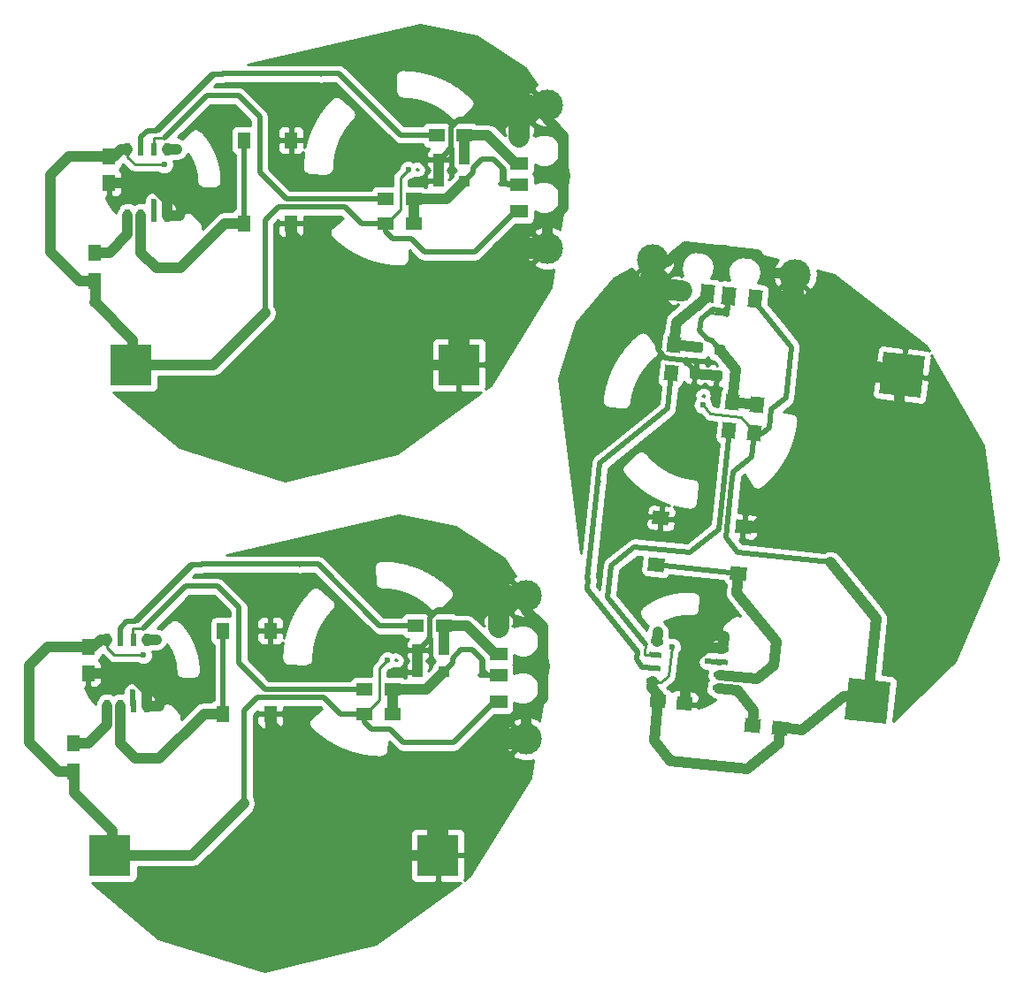
<source format=gtl>
%MOIN*%
%OFA0B0*%
%FSLAX46Y46*%
%IPPOS*%
%LPD*%
%AMREC39*
4,1,3,
0.0267937453536977,-0.027557973702988622,
0.031937862640491664,0.021385032958835856,
-0.0267937453536977,0.027557973702988622,
-0.031937862640491664,-0.021385032958835856,
0*%
%AMREC40*
4,1,3,
0.017519555750012204,-0.02163484957944738,
0.02163484957944738,0.017519555750012204,
-0.017519555750012204,0.02163484957944738,
-0.02163484957944738,-0.017519555750012204,
0*%
%AMREC41*
4,1,3,
0.021331458013109615,-0.012297109377204936,
0.023422027278462685,0.0075933285301605308,
-0.021331458013109615,0.012297109377204936,
-0.023422027278462685,-0.0075933285301605308,
0*%
%AMREC42*
4,1,3,
0.021952363709128831,-0.035956185519173504,
0.028948363219168629,0.030606303540907778,
-0.021952363709128831,0.035956185519173504,
-0.028948363219168629,-0.030606303540907778,
0*%
%AMREC43*
4,1,3,
0.022363893092072349,-0.032040744986227547,
0.028536833836225111,0.026690863007961821,
-0.022363893092072349,0.032040744986227547,
-0.028536833836225111,-0.026690863007961821,
0*%
%AMREC44*
4,1,3,
0.026690863007961821,-0.028536833836225111,
0.032040744986227547,0.022363893092072349,
-0.026690863007961821,0.028536833836225111,
-0.032040744986227547,-0.022363893092072349,
0*%
%AMREC45*
4,1,3,
0.02766972314119831,-0.028639716181960991,
0.033019605119464036,0.022261010746336466,
-0.02766972314119831,0.028639716181960991,
-0.033019605119464036,-0.022261010746336466,
0*%
%AMREC46*
4,1,3,
0.070078223000048817,-0.08653939831778952,
0.08653939831778952,0.070078223000048817,
-0.070078223000048817,0.08653939831778952,
-0.08653939831778952,-0.070078223000048817,
0*%
%ADD10C,0.0039370078740157488*%
%AMCOMP57*
4,1,3,
0.0267937453536977,-0.027557973702988622,
0.031937862640491664,0.021385032958835856,
-0.0267937453536977,0.027557973702988622,
-0.031937862640491664,-0.021385032958835856,
0*%
%ADD11COMP57*%
%AMCOMP58*
4,1,3,
0.017519555750012204,-0.02163484957944738,
0.02163484957944738,0.017519555750012204,
-0.017519555750012204,0.02163484957944738,
-0.02163484957944738,-0.017519555750012204,
0*%
%ADD12COMP58*%
%AMCOMP59*
4,1,3,
0.021331458013109615,-0.012297109377204936,
0.023422027278462685,0.0075933285301605308,
-0.021331458013109615,0.012297109377204936,
-0.023422027278462685,-0.0075933285301605308,
0*%
%ADD13COMP59*%
%AMCOMP60*
4,1,3,
0.021952363709128831,-0.035956185519173504,
0.028948363219168629,0.030606303540907778,
-0.021952363709128831,0.035956185519173504,
-0.028948363219168629,-0.030606303540907778,
0*%
%ADD14COMP60*%
%ADD15C,0.11811023622047245*%
%AMCOMP61*
4,1,3,
0.022363893092072349,-0.032040744986227547,
0.028536833836225111,0.026690863007961821,
-0.022363893092072349,0.032040744986227547,
-0.028536833836225111,-0.026690863007961821,
0*%
%ADD16COMP61*%
%AMCOMP62*
4,1,3,
0.026690863007961821,-0.028536833836225111,
0.032040744986227547,0.022363893092072349,
-0.026690863007961821,0.028536833836225111,
-0.032040744986227547,-0.022363893092072349,
0*%
%ADD17COMP62*%
%AMCOMP63*
4,1,3,
0.02766972314119831,-0.028639716181960991,
0.033019605119464036,0.022261010746336466,
-0.02766972314119831,0.028639716181960991,
-0.033019605119464036,-0.022261010746336466,
0*%
%ADD18COMP63*%
%AMCOMP64*
4,1,3,
0.070078223000048817,-0.08653939831778952,
0.08653939831778952,0.070078223000048817,
-0.070078223000048817,0.08653939831778952,
-0.08653939831778952,-0.070078223000048817,
0*%
%ADD19COMP64*%
%ADD20C,0.023622047244094488*%
%ADD21C,0.00984251968503937*%
%ADD22C,0.01968503937007874*%
%ADD23C,0.03937007874015748*%
%ADD24C,0.07874015748031496*%
%ADD25C,0.01*%
%ADD36C,0.0039370078740157488*%
%ADD37R,0.049212598425196853X0.059055118110236227*%
%ADD38R,0.03937007874015748X0.03937007874015748*%
%ADD39R,0.02X0.045000000000000005*%
%ADD40R,0.066929133858267723X0.051181102362204731*%
%ADD41C,0.11811023622047245*%
%ADD42R,0.059055118110236227X0.051181102362204731*%
%ADD43R,0.051181102362204731X0.059055118110236227*%
%ADD44R,0.051181102362204731X0.0610236220472441*%
%ADD45R,0.15748031496062992X0.15748031496062992*%
%ADD46C,0.023622047244094488*%
%ADD47C,0.00984251968503937*%
%ADD48C,0.01968503937007874*%
%ADD49C,0.03937007874015748*%
%ADD50C,0.07874015748031496*%
%ADD51C,0.01*%
%ADD62C,0.0039370078740157488*%
%ADD63R,0.049212598425196853X0.059055118110236227*%
%ADD64R,0.03937007874015748X0.03937007874015748*%
%ADD65R,0.02X0.045000000000000005*%
%ADD66R,0.066929133858267723X0.051181102362204731*%
%ADD67C,0.11811023622047245*%
%ADD68R,0.059055118110236227X0.051181102362204731*%
%ADD69R,0.051181102362204731X0.059055118110236227*%
%ADD70R,0.051181102362204731X0.0610236220472441*%
%ADD71R,0.15748031496062992X0.15748031496062992*%
%ADD72C,0.023622047244094488*%
%ADD73C,0.00984251968503937*%
%ADD74C,0.01968503937007874*%
%ADD75C,0.03937007874015748*%
%ADD76C,0.07874015748031496*%
%ADD77C,0.01*%
%LPD*%
G01*
D10*
D11*
X-0001456692Y-0003070866D02*
X0002530638Y0001288192D03*
X0002628524Y0001277903D03*
D12*
X0002762776Y0002611728D03*
X0002752488Y0002513842D03*
X0002680552Y0002620370D03*
X0002670264Y0002522484D03*
D13*
X0002509638Y0001361457D03*
X0002514864Y0001411183D03*
X0002520091Y0001460910D03*
X0002525317Y0001510636D03*
X0002773948Y0001484504D03*
X0002768721Y0001434777D03*
X0002763495Y0001385051D03*
X0002758268Y0001335325D03*
D14*
X0002618110Y0002834171D03*
X0002717562Y0002823718D03*
X0002797045Y0002815364D03*
X0002896497Y0002804911D03*
D15*
X0002509676Y0002951265D03*
X0003046875Y0002894803D03*
D16*
X0002892033Y0002297282D03*
X0002903145Y0002402999D03*
X0002798063Y0002307159D03*
X0002809174Y0002412876D03*
X0002579386Y0002524119D03*
X0002590497Y0002629835D03*
D17*
X0002885097Y0001195515D03*
X0002990814Y0001184403D03*
D18*
X0002522809Y0001801269D03*
X0002541328Y0001977464D03*
X0002852997Y0001944707D03*
X0002834478Y0001768512D03*
D19*
X0003320410Y0001288316D03*
X0003449630Y0002517764D03*
D20*
X0002698432Y0002404801D03*
X0002582375Y0001491931D03*
X0002968058Y0002004424D03*
X0002777606Y0001531742D03*
X0002527930Y0001547929D03*
X0002717427Y0001437516D03*
D21*
X0002696861Y0002436556D02*
X0002702226Y0002440901D01*
X0002702226Y0002440901D02*
X0002701568Y0002434636D01*
D22*
X0002892033Y0002297282D02*
X0002882675Y0002208245D01*
X0002812578Y0002151482D02*
X0002807352Y0002101755D01*
X0002882675Y0002208245D02*
X0002812578Y0002151482D01*
D23*
X0003352822Y0001596696D02*
X0003320410Y0001288316D01*
X0003179028Y0001811314D02*
X0003352822Y0001596696D01*
D22*
X0002830946Y0001847899D02*
X0003179028Y0001811314D01*
X0002786446Y0001902851D02*
X0002830946Y0001847899D01*
X0002807352Y0002101755D02*
X0002786446Y0001902851D01*
D21*
X0002892033Y0002297282D02*
X0002892338Y0002300179D01*
X0002892338Y0002300179D02*
X0002844474Y0002359286D01*
X0002725132Y0002371829D02*
X0002698432Y0002404801D01*
X0002844474Y0002359286D02*
X0002725132Y0002371829D01*
X0002896497Y0002804911D02*
X0002895057Y0002791207D01*
D22*
X0002895057Y0002791207D02*
X0003032866Y0002621027D01*
X0003032866Y0002621027D02*
X0003013005Y0002432068D01*
X0003013005Y0002432068D02*
X0002958053Y0002387569D01*
X0002958053Y0002387569D02*
X0002950736Y0002317952D01*
X0002950736Y0002317952D02*
X0002921399Y0002294196D01*
X0002921399Y0002294196D02*
X0002892033Y0002297282D01*
D21*
X0002509638Y0001361457D02*
X0002540805Y0001358182D01*
X0002570877Y0001382534D02*
X0002582375Y0001491931D01*
X0002540805Y0001358182D02*
X0002570877Y0001382534D01*
X0002530638Y0001288192D02*
X0002532539Y0001306281D01*
D23*
X0002532539Y0001306281D02*
X0002507136Y0001337651D01*
X0002507136Y0001337651D02*
X0002509638Y0001361457D01*
X0002990814Y0001184403D02*
X0002984847Y0001127630D01*
X0002514794Y0001137447D02*
X0002530638Y0001288192D01*
X0002576112Y0001061725D02*
X0002514794Y0001137447D01*
X0002865855Y0001031272D02*
X0002576112Y0001061725D01*
X0002984847Y0001127630D02*
X0002865855Y0001031272D01*
X0003072193Y0001179017D02*
X0002994275Y0001187207D01*
D21*
X0002994275Y0001187207D02*
X0002990814Y0001184403D01*
D23*
X0003228829Y0001305859D02*
X0003072193Y0001179017D01*
X0003072193Y0001179017D02*
X0003071327Y0001178316D01*
X0003313402Y0001296970D02*
X0003228829Y0001305859D01*
D22*
X0002670264Y0002522484D02*
X0002670914Y0002528671D01*
X0002670914Y0002528671D02*
X0002635595Y0002572287D01*
X0002635595Y0002572287D02*
X0002556033Y0002580649D01*
X0002556033Y0002580649D02*
X0002529333Y0002613620D01*
X0002529333Y0002613620D02*
X0002552185Y0002831045D01*
X0002552185Y0002831045D02*
X0002543285Y0002842035D01*
D21*
X0002543285Y0002842035D02*
X0002530071Y0002716310D01*
X0002532033Y0002713887D02*
X0002531218Y0002706135D01*
X0002530071Y0002716310D02*
X0002532033Y0002713887D01*
D24*
X0003046875Y0002894803D02*
X0003037566Y0002806236D01*
D23*
X0002670264Y0002522484D02*
X0002752488Y0002513842D01*
X0002773948Y0001484504D02*
X0002778762Y0001530314D01*
D21*
X0002889567Y0001940863D02*
X0002852997Y0001944707D01*
D23*
X0002968058Y0002004424D02*
X0002889567Y0001940863D01*
D21*
X0002778762Y0001530314D02*
X0002777606Y0001531742D01*
X0002670914Y0002528671D02*
X0002635595Y0002572287D01*
X0002529333Y0002613620D02*
X0002539786Y0002713072D01*
X0002556033Y0002580649D02*
X0002529333Y0002613620D01*
X0002635595Y0002572287D02*
X0002556033Y0002580649D01*
D24*
X0003449630Y0002517764D02*
X0003254563Y0002538266D01*
X0003254563Y0002538266D02*
X0003037566Y0002806236D01*
D23*
X0003449630Y0002517764D02*
X0003414552Y0002184012D01*
X0003414552Y0002184012D02*
X0003088471Y0001919957D01*
X0003088471Y0001919957D02*
X0002852997Y0001944707D01*
X0002773948Y0001484504D02*
X0002715607Y0001490635D01*
X0002644862Y0001433346D02*
X0002628524Y0001277903D01*
X0002715607Y0001490635D02*
X0002644862Y0001433346D01*
X0003046875Y0002894803D02*
X0002956820Y0002904268D01*
X0002956820Y0002904268D02*
X0002902334Y0002971553D01*
X0002902334Y0002971553D02*
X0002632168Y0002999948D01*
X0002632168Y0002999948D02*
X0002564884Y0002945462D01*
D21*
X0002564884Y0002945462D02*
X0002509676Y0002951265D01*
X0002509676Y0002951265D02*
X0002503092Y0002888618D01*
D24*
X0002540584Y0002842319D02*
X0002543285Y0002842035D01*
X0002543285Y0002842035D02*
X0002618110Y0002834171D01*
X0002503092Y0002888618D02*
X0002540584Y0002842319D01*
D23*
X0002529087Y0001546501D02*
X0002525317Y0001510636D01*
D21*
X0002527930Y0001547929D02*
X0002529087Y0001546501D01*
X0002768721Y0001434777D02*
X0002765822Y0001432430D01*
D22*
X0002765822Y0001432430D02*
X0002717427Y0001437516D01*
X0002797045Y0002815364D02*
X0002792502Y0002772138D01*
X0002715374Y0002650359D02*
X0002732993Y0002648507D01*
X0002687623Y0002684629D02*
X0002715374Y0002650359D01*
X0002692100Y0002727229D02*
X0002687623Y0002684629D01*
X0002736062Y0002762829D02*
X0002692100Y0002727229D01*
X0002775843Y0002758647D02*
X0002736062Y0002762829D01*
X0002792502Y0002772138D02*
X0002775843Y0002758647D01*
X0002732993Y0002648507D02*
X0002762776Y0002611728D01*
D23*
X0002762776Y0002611728D02*
X0002822343Y0002538170D01*
X0002822343Y0002538170D02*
X0002809174Y0002412876D01*
X0002809174Y0002412876D02*
X0002903145Y0002402999D01*
D21*
X0002797045Y0002815364D02*
X0002795963Y0002814488D01*
D22*
X0002795963Y0002814488D02*
X0002788720Y0002745576D01*
D21*
X0002788720Y0002745576D02*
X0002726073Y0002752161D01*
X0002726073Y0002752161D02*
X0002718243Y0002752984D01*
X0002708366Y0002659013D02*
X0002712281Y0002658602D01*
X0002712281Y0002658602D02*
X0002711458Y0002650771D01*
X0002711458Y0002650771D02*
X0002732993Y0002648507D01*
X0002732993Y0002648507D02*
X0002762776Y0002611728D01*
X0002797045Y0002815364D02*
X0002796510Y0002810274D01*
D23*
X0002590497Y0002629835D02*
X0002599551Y0002715975D01*
X0002599551Y0002715975D02*
X0002716162Y0002810406D01*
X0002716162Y0002810406D02*
X0002717562Y0002823718D01*
X0002680552Y0002620370D02*
X0002590497Y0002629835D01*
D21*
X0002717562Y0002823718D02*
X0002704797Y0002813382D01*
X0002704797Y0002813382D02*
X0002701135Y0002778534D01*
X0002701135Y0002778534D02*
X0002683827Y0002764518D01*
X0002677048Y0002624697D02*
X0002680552Y0002620370D01*
X0002717562Y0002823718D02*
X0002714722Y0002796702D01*
X0002715545Y0002804532D02*
X0002717562Y0002823718D01*
D22*
X0002305910Y0002114239D02*
X0002302777Y0002114568D01*
X0002303106Y0002117700D02*
X0002305910Y0002114239D01*
X0002309946Y0002182775D02*
X0002303106Y0002117700D01*
X0002565237Y0002389506D02*
X0002309946Y0002182775D01*
X0002579386Y0002524119D02*
X0002565237Y0002389506D01*
X0002302777Y0002114568D02*
X0002264102Y0001746595D01*
X0002452379Y0001475429D02*
X0002449952Y0001475684D01*
X0002267234Y0001746266D02*
X0002264102Y0001746595D01*
X0002263053Y0001706485D02*
X0002267234Y0001746266D01*
X0002449952Y0001475684D02*
X0002263053Y0001706485D01*
X0002514864Y0001411183D02*
X0002471168Y0001415776D01*
X0002452379Y0001475429D02*
X0002453319Y0001475330D01*
X0002448988Y0001443166D02*
X0002452379Y0001475429D01*
X0002471168Y0001415776D02*
X0002448988Y0001443166D01*
D21*
X0002454051Y0001482300D02*
X0002453319Y0001475330D01*
X0002264102Y0001746595D02*
X0002261336Y0001720283D01*
X0002261336Y0001720283D02*
X0002454051Y0001482300D01*
X0002453319Y0001475330D02*
X0002453319Y0001475330D01*
X0002512052Y0001408906D02*
X0002514864Y0001411183D01*
X0002798063Y0002307159D02*
X0002798693Y0002306380D01*
D22*
X0002798693Y0002306380D02*
X0002759746Y0001935823D01*
D21*
X0002479787Y0001472548D02*
X0002478742Y0001462603D01*
X0002482923Y0001502384D02*
X0002479787Y0001472548D01*
D22*
X0002340524Y0001678232D02*
X0002482923Y0001502384D01*
X0002353068Y0001797575D02*
X0002340524Y0001678232D01*
X0002440992Y0001868774D02*
X0002353068Y0001797575D01*
X0002649841Y0001846823D02*
X0002440992Y0001868774D01*
X0002759746Y0001935823D02*
X0002649841Y0001846823D01*
D21*
X0002478742Y0001462603D02*
X0002520091Y0001460910D01*
X0002798063Y0002307159D02*
X0002801567Y0002302832D01*
D23*
X0002834478Y0001768512D02*
X0002826823Y0001695685D01*
X0002904059Y0001370277D02*
X0002763495Y0001385051D01*
X0002967103Y0001421329D02*
X0002904059Y0001370277D01*
X0002976510Y0001510836D02*
X0002967103Y0001421329D01*
X0002826823Y0001695685D02*
X0002976510Y0001510836D01*
D22*
X0002522809Y0001801269D02*
X0002834478Y0001768512D01*
D23*
X0002885097Y0001195515D02*
X0002891064Y0001252289D01*
X0002829921Y0001327794D02*
X0002758268Y0001335325D01*
X0002891064Y0001252289D02*
X0002829921Y0001327794D01*
D25*
G36*
X0002222692Y0002713948D02*
X0002362922Y0002882556D01*
X0002431378Y0002918572D01*
X0002433083Y0002912817D01*
X0002444906Y0002905249D01*
X0002502644Y0002952004D01*
X0002502149Y0002952616D01*
X0002509920Y0002958909D01*
X0002510416Y0002958297D01*
X0002511027Y0002958793D01*
X0002517321Y0002951021D01*
X0002516709Y0002950526D01*
X0002563464Y0002892788D01*
X0002576602Y0002897732D01*
X0002591994Y0002927419D01*
X0002594853Y0002960736D01*
X0002586950Y0002987418D01*
X0002779296Y0003005092D01*
X0002984563Y0002950072D01*
X0002979949Y0002948335D01*
X0002964557Y0002918649D01*
X0002961698Y0002885332D01*
X0002970281Y0002856355D01*
X0002982105Y0002848787D01*
X0003039842Y0002895542D01*
X0003039347Y0002896154D01*
X0003047118Y0002902447D01*
X0003047614Y0002901835D01*
X0003048226Y0002902331D01*
X0003054519Y0002894559D01*
X0003053907Y0002894064D01*
X0003100662Y0002836326D01*
X0003113801Y0002841271D01*
X0003129192Y0002870957D01*
X0003132052Y0002904274D01*
X0003130036Y0002911079D01*
X0003194030Y0002893925D01*
X0003539856Y0002628516D01*
X0003551817Y0002607794D01*
X0003543729Y0002612186D01*
X0003471663Y0002619760D01*
X0003464794Y0002614198D01*
X0003455126Y0002522214D01*
X0003547109Y0002512546D01*
X0003553978Y0002518109D01*
X0003561553Y0002590175D01*
X0003561094Y0002591722D01*
X0003757790Y0002250967D01*
X0003814501Y0001819912D01*
X0003650198Y0001437673D01*
X0003417049Y0001210629D01*
X0003432300Y0001355730D01*
X0003431535Y0001365125D01*
X0003426979Y0001374160D01*
X0003419267Y0001380710D01*
X0003409614Y0001383744D01*
X0003375746Y0001387304D01*
X0003397263Y0001592025D01*
X0003395667Y0001609387D01*
X0003387549Y0001624817D01*
X0003369440Y0001647180D01*
X0003449975Y0002413416D01*
X0003522041Y0002405842D01*
X0003531577Y0002408667D01*
X0003539306Y0002414926D01*
X0003544052Y0002423666D01*
X0003551626Y0002495732D01*
X0003546064Y0002502601D01*
X0003454080Y0002512269D01*
X0003444413Y0002420285D01*
X0003449975Y0002413416D01*
X0003369440Y0001647180D01*
X0003284924Y0001751549D01*
X0003355532Y0002423343D01*
X0003427598Y0002415768D01*
X0003434467Y0002421331D01*
X0003444135Y0002513314D01*
X0003352152Y0002522982D01*
X0003353197Y0002532927D01*
X0003445181Y0002523259D01*
X0003454848Y0002615243D01*
X0003449286Y0002622112D01*
X0003377220Y0002629686D01*
X0003367684Y0002626862D01*
X0003359955Y0002620603D01*
X0003355209Y0002611862D01*
X0003347635Y0002539796D01*
X0003353197Y0002532927D01*
X0003352152Y0002522982D01*
X0003345283Y0002517420D01*
X0003337708Y0002445354D01*
X0003340533Y0002435817D01*
X0003346792Y0002428088D01*
X0003355532Y0002423343D01*
X0003284924Y0001751549D01*
X0003213755Y0001839435D01*
X0003200350Y0001850584D01*
X0003183699Y0001855754D01*
X0003166337Y0001854158D01*
X0003156077Y0001848760D01*
X0002857522Y0001880140D01*
X0002858897Y0001893217D01*
X0002882999Y0001890684D01*
X0002892535Y0001893509D01*
X0002900264Y0001899768D01*
X0002905010Y0001908508D01*
X0002907028Y0001927716D01*
X0002901466Y0001934585D01*
X0002857447Y0001939211D01*
X0002858492Y0001949157D01*
X0002902511Y0001944530D01*
X0002909380Y0001950092D01*
X0002911399Y0001969300D01*
X0002908574Y0001978836D01*
X0002902315Y0001986565D01*
X0002893575Y0001991311D01*
X0002869473Y0001993844D01*
X0002862604Y0001988282D01*
X0002858492Y0001949157D01*
X0002857447Y0001939211D01*
X0002853334Y0001900086D01*
X0002858897Y0001893217D01*
X0002857522Y0001880140D01*
X0002848941Y0001881042D01*
X0002836917Y0001895890D01*
X0002843389Y0001901132D01*
X0002847501Y0001940257D01*
X0002846718Y0001940339D01*
X0002847764Y0001950284D01*
X0002848547Y0001950202D01*
X0002852659Y0001989327D01*
X0002847096Y0001996196D01*
X0002831464Y0001997839D01*
X0002845721Y0002133486D01*
X0002854896Y0002140916D01*
X0002882427Y0002097280D01*
X0002883586Y0002096058D01*
X0002884380Y0002094572D01*
X0002887178Y0002092274D01*
X0002889670Y0002089647D01*
X0002891209Y0002088962D01*
X0002892510Y0002087893D01*
X0002895975Y0002086840D01*
X0002899283Y0002085367D01*
X0002900967Y0002085323D01*
X0002902578Y0002084833D01*
X0002906182Y0002085186D01*
X0002909802Y0002085092D01*
X0002911374Y0002085695D01*
X0002913051Y0002085859D01*
X0002916245Y0002087565D01*
X0002919626Y0002088862D01*
X0002920847Y0002090022D01*
X0002922333Y0002090815D01*
X0002922736Y0002091145D01*
X0002922762Y0002091177D01*
X0002922798Y0002091196D01*
X0002923199Y0002091527D01*
X0002923200Y0002091528D01*
X0002923200Y0002091528D01*
X0002923602Y0002091859D01*
X0002923627Y0002091891D01*
X0002923663Y0002091910D01*
X0002924463Y0002092574D01*
X0002924477Y0002092592D01*
X0002924497Y0002092602D01*
X0002924896Y0002092935D01*
X0002924909Y0002092950D01*
X0002924927Y0002092960D01*
X0002925326Y0002093293D01*
X0002925351Y0002093324D01*
X0002925386Y0002093344D01*
X0002925784Y0002093678D01*
X0002925785Y0002093679D01*
X0002925786Y0002093680D01*
X0002926185Y0002094015D01*
X0002926198Y0002094031D01*
X0002926216Y0002094041D01*
X0002926613Y0002094376D01*
X0002926626Y0002094392D01*
X0002926644Y0002094402D01*
X0002927041Y0002094737D01*
X0002927054Y0002094754D01*
X0002927072Y0002094764D01*
X0002927469Y0002095100D01*
X0002927482Y0002095117D01*
X0002927501Y0002095127D01*
X0002927897Y0002095465D01*
X0002927909Y0002095480D01*
X0002927926Y0002095490D01*
X0002928322Y0002095827D01*
X0002928334Y0002095843D01*
X0002928353Y0002095853D01*
X0002928748Y0002096192D01*
X0002928761Y0002096208D01*
X0002928780Y0002096219D01*
X0002929174Y0002096557D01*
X0002929186Y0002096573D01*
X0002929205Y0002096584D01*
X0002929599Y0002096923D01*
X0002929612Y0002096940D01*
X0002929630Y0002096950D01*
X0002930024Y0002097290D01*
X0002930036Y0002097306D01*
X0002930053Y0002097316D01*
X0002930447Y0002097656D01*
X0002930460Y0002097673D01*
X0002930478Y0002097684D01*
X0002930870Y0002098025D01*
X0002930882Y0002098040D01*
X0002930900Y0002098050D01*
X0002931292Y0002098392D01*
X0002931305Y0002098409D01*
X0002931324Y0002098420D01*
X0002931715Y0002098762D01*
X0002931727Y0002098778D01*
X0002931745Y0002098788D01*
X0002932136Y0002099131D01*
X0002932150Y0002099148D01*
X0002932168Y0002099159D01*
X0002932558Y0002099502D01*
X0002932571Y0002099519D01*
X0002932588Y0002099529D01*
X0002932979Y0002099873D01*
X0002932991Y0002099889D01*
X0002933008Y0002099899D01*
X0002933397Y0002100244D01*
X0002933410Y0002100261D01*
X0002933428Y0002100271D01*
X0002933818Y0002100617D01*
X0002933831Y0002100634D01*
X0002933849Y0002100645D01*
X0002934238Y0002100991D01*
X0002934249Y0002101007D01*
X0002934266Y0002101016D01*
X0002934655Y0002101363D01*
X0002934668Y0002101381D01*
X0002934686Y0002101392D01*
X0002935074Y0002101738D01*
X0002935086Y0002101755D01*
X0002935104Y0002101766D01*
X0002935492Y0002102114D01*
X0002935504Y0002102130D01*
X0002935521Y0002102141D01*
X0002935907Y0002102489D01*
X0002935919Y0002102505D01*
X0002935937Y0002102515D01*
X0002936323Y0002102865D01*
X0002936336Y0002102882D01*
X0002936355Y0002102893D01*
X0002936740Y0002103243D01*
X0002936752Y0002103259D01*
X0002936769Y0002103269D01*
X0002937155Y0002103620D01*
X0002937168Y0002103637D01*
X0002937186Y0002103648D01*
X0002937570Y0002103999D01*
X0002937582Y0002104015D01*
X0002937598Y0002104025D01*
X0002937983Y0002104376D01*
X0002937996Y0002104394D01*
X0002938014Y0002104405D01*
X0002938398Y0002104757D01*
X0002938398Y0002104757D01*
X0002938781Y0002105109D01*
X0002938805Y0002105142D01*
X0002938840Y0002105164D01*
X0002939605Y0002105870D01*
X0002939630Y0002105904D01*
X0002939666Y0002105926D01*
X0002940047Y0002106280D01*
X0002940428Y0002106634D01*
X0002940452Y0002106667D01*
X0002940487Y0002106689D01*
X0002940867Y0002107044D01*
X0002940867Y0002107045D01*
X0002940867Y0002107045D01*
X0002941248Y0002107400D01*
X0002941272Y0002107434D01*
X0002941307Y0002107456D01*
X0002942066Y0002108170D01*
X0002942090Y0002108203D01*
X0002942125Y0002108225D01*
X0002942503Y0002108583D01*
X0002942503Y0002108583D01*
X0002942504Y0002108584D01*
X0002942882Y0002108942D01*
X0002942906Y0002108975D01*
X0002942941Y0002108997D01*
X0002943318Y0002109356D01*
X0002943318Y0002109356D01*
X0002943695Y0002109714D01*
X0002943708Y0002109733D01*
X0002943727Y0002109746D01*
X0002944103Y0002110105D01*
X0002944127Y0002110139D01*
X0002944162Y0002110161D01*
X0002944913Y0002110883D01*
X0002944936Y0002110916D01*
X0002944970Y0002110937D01*
X0002945344Y0002111299D01*
X0002945345Y0002111300D01*
X0002945345Y0002111300D01*
X0002945720Y0002111662D01*
X0002945743Y0002111696D01*
X0002945777Y0002111718D01*
X0002946151Y0002112081D01*
X0002946151Y0002112081D01*
X0002946152Y0002112082D01*
X0002946525Y0002112445D01*
X0002946548Y0002112478D01*
X0002946582Y0002112500D01*
X0002946954Y0002112864D01*
X0002946955Y0002112865D01*
X0002946956Y0002112866D01*
X0002947328Y0002113230D01*
X0002947351Y0002113264D01*
X0002947385Y0002113286D01*
X0002947756Y0002113651D01*
X0002947756Y0002113651D01*
X0002948126Y0002114015D01*
X0002948150Y0002114050D01*
X0002948186Y0002114074D01*
X0002948926Y0002114807D01*
X0002948939Y0002114826D01*
X0002948958Y0002114838D01*
X0002949327Y0002115205D01*
X0002949337Y0002115220D01*
X0002949352Y0002115230D01*
X0002949722Y0002115598D01*
X0002949734Y0002115617D01*
X0002949753Y0002115629D01*
X0002950121Y0002115997D01*
X0002950132Y0002116013D01*
X0002950148Y0002116024D01*
X0002950516Y0002116393D01*
X0002950528Y0002116411D01*
X0002950546Y0002116423D01*
X0002950914Y0002116793D01*
X0002950925Y0002116809D01*
X0002950941Y0002116820D01*
X0002951308Y0002117190D01*
X0002951321Y0002117209D01*
X0002951339Y0002117221D01*
X0002951705Y0002117591D01*
X0002951728Y0002117626D01*
X0002951762Y0002117649D01*
X0002952127Y0002118020D01*
X0002952492Y0002118392D01*
X0002952515Y0002118427D01*
X0002952550Y0002118451D01*
X0002952914Y0002118824D01*
X0002952914Y0002118824D01*
X0002953277Y0002119196D01*
X0002953300Y0002119230D01*
X0002953333Y0002119253D01*
X0002953697Y0002119627D01*
X0002953697Y0002119628D01*
X0002953698Y0002119628D01*
X0002954061Y0002120002D01*
X0002954074Y0002120021D01*
X0002954092Y0002120034D01*
X0002954455Y0002120409D01*
X0002954464Y0002120424D01*
X0002954479Y0002120434D01*
X0002954841Y0002120809D01*
X0002954854Y0002120828D01*
X0002954873Y0002120842D01*
X0002955234Y0002121217D01*
X0002955244Y0002121233D01*
X0002955259Y0002121243D01*
X0002955620Y0002121620D01*
X0002955632Y0002121638D01*
X0002955650Y0002121651D01*
X0002956011Y0002122028D01*
X0002956033Y0002122063D01*
X0002956067Y0002122087D01*
X0002956426Y0002122465D01*
X0002956426Y0002122465D01*
X0002956426Y0002122465D01*
X0002956786Y0002122843D01*
X0002956798Y0002122862D01*
X0002956816Y0002122875D01*
X0002957175Y0002123253D01*
X0002957184Y0002123269D01*
X0002957200Y0002123280D01*
X0002957558Y0002123659D01*
X0002957579Y0002123693D01*
X0002957613Y0002123717D01*
X0002958327Y0002124477D01*
X0002958339Y0002124497D01*
X0002958358Y0002124510D01*
X0002958714Y0002124891D01*
X0002958724Y0002124906D01*
X0002958739Y0002124917D01*
X0002959095Y0002125298D01*
X0002959107Y0002125318D01*
X0002959125Y0002125331D01*
X0002959480Y0002125712D01*
X0002959490Y0002125728D01*
X0002959506Y0002125740D01*
X0002959861Y0002126122D01*
X0002959872Y0002126141D01*
X0002959890Y0002126154D01*
X0002960244Y0002126536D01*
X0002960245Y0002126538D01*
X0002960246Y0002126539D01*
X0002960600Y0002126921D01*
X0002960621Y0002126956D01*
X0002960653Y0002126979D01*
X0002961006Y0002127363D01*
X0002961360Y0002127747D01*
X0002961381Y0002127782D01*
X0002961414Y0002127807D01*
X0002961767Y0002128192D01*
X0002961779Y0002128213D01*
X0002961799Y0002128227D01*
X0002962150Y0002128613D01*
X0002962158Y0002128627D01*
X0002962171Y0002128636D01*
X0002962523Y0002129023D01*
X0002962535Y0002129044D01*
X0002962554Y0002129058D01*
X0002962904Y0002129445D01*
X0002962913Y0002129459D01*
X0002962927Y0002129470D01*
X0002963277Y0002129857D01*
X0002963289Y0002129877D01*
X0002963308Y0002129891D01*
X0002963657Y0002130279D01*
X0002963657Y0002130279D01*
X0002963657Y0002130280D01*
X0002964007Y0002130667D01*
X0002964028Y0002130703D01*
X0002964060Y0002130727D01*
X0002964408Y0002131116D01*
X0002964408Y0002131116D01*
X0002964756Y0002131505D01*
X0002964777Y0002131540D01*
X0002964810Y0002131565D01*
X0002965157Y0002131955D01*
X0002965169Y0002131976D01*
X0002965187Y0002131990D01*
X0002965533Y0002132380D01*
X0002965542Y0002132396D01*
X0002965557Y0002132406D01*
X0002965903Y0002132798D01*
X0002965914Y0002132817D01*
X0002965932Y0002132831D01*
X0002966277Y0002133223D01*
X0002966278Y0002133224D01*
X0002966278Y0002133224D01*
X0002966623Y0002133616D01*
X0002966644Y0002133651D01*
X0002966676Y0002133675D01*
X0002967020Y0002134068D01*
X0002967020Y0002134068D01*
X0002967020Y0002134068D01*
X0002967364Y0002134461D01*
X0002967384Y0002134497D01*
X0002967417Y0002134522D01*
X0002967759Y0002134915D01*
X0002967759Y0002134915D01*
X0002968102Y0002135309D01*
X0002968123Y0002135345D01*
X0002968155Y0002135370D01*
X0002968497Y0002135765D01*
X0002968509Y0002135787D01*
X0002968529Y0002135802D01*
X0002968870Y0002136197D01*
X0002968877Y0002136211D01*
X0002968890Y0002136220D01*
X0002969231Y0002136617D01*
X0002969243Y0002136638D01*
X0002969262Y0002136654D01*
X0002969942Y0002137447D01*
X0002969962Y0002137482D01*
X0002969994Y0002137507D01*
X0002970332Y0002137904D01*
X0002970671Y0002138302D01*
X0002970691Y0002138339D01*
X0002970725Y0002138365D01*
X0002971063Y0002138764D01*
X0002971074Y0002138784D01*
X0002971091Y0002138798D01*
X0002971428Y0002139197D01*
X0002971428Y0002139198D01*
X0002971429Y0002139198D01*
X0002971766Y0002139597D01*
X0002971785Y0002139633D01*
X0002971817Y0002139658D01*
X0002972153Y0002140059D01*
X0002972153Y0002140059D01*
X0002972489Y0002140459D01*
X0002972508Y0002140495D01*
X0002972540Y0002140520D01*
X0002972875Y0002140922D01*
X0002972875Y0002140922D01*
X0002973210Y0002141324D01*
X0002973229Y0002141359D01*
X0002973260Y0002141384D01*
X0002973594Y0002141787D01*
X0002973606Y0002141808D01*
X0002973625Y0002141824D01*
X0002974290Y0002142630D01*
X0002974310Y0002142666D01*
X0002974342Y0002142692D01*
X0002974673Y0002143096D01*
X0002974673Y0002143096D01*
X0002975005Y0002143500D01*
X0002975024Y0002143535D01*
X0002975055Y0002143561D01*
X0002975386Y0002143966D01*
X0002975386Y0002143967D01*
X0002975387Y0002143967D01*
X0002975717Y0002144373D01*
X0002975728Y0002144393D01*
X0002975746Y0002144407D01*
X0002976075Y0002144813D01*
X0002976084Y0002144828D01*
X0002976097Y0002144839D01*
X0002976427Y0002145246D01*
X0002976438Y0002145267D01*
X0002976457Y0002145283D01*
X0002976785Y0002145690D01*
X0002976804Y0002145726D01*
X0002976836Y0002145752D01*
X0002977162Y0002146159D01*
X0002977162Y0002146159D01*
X0002977490Y0002146567D01*
X0002977502Y0002146589D01*
X0002977521Y0002146605D01*
X0002977848Y0002147013D01*
X0002977855Y0002147027D01*
X0002977866Y0002147036D01*
X0002978193Y0002147445D01*
X0002978204Y0002147468D01*
X0002978224Y0002147484D01*
X0002978549Y0002147893D01*
X0002978568Y0002147929D01*
X0002978599Y0002147956D01*
X0002978923Y0002148366D01*
X0002978923Y0002148366D01*
X0002979247Y0002148776D01*
X0002979266Y0002148812D01*
X0002979297Y0002148838D01*
X0002979944Y0002149662D01*
X0002979955Y0002149684D01*
X0002979974Y0002149700D01*
X0002980297Y0002150112D01*
X0002980303Y0002150125D01*
X0002980315Y0002150135D01*
X0002980638Y0002150548D01*
X0002980649Y0002150571D01*
X0002980668Y0002150587D01*
X0002980990Y0002151000D01*
X0002980997Y0002151014D01*
X0002981008Y0002151024D01*
X0002981330Y0002151438D01*
X0002981341Y0002151460D01*
X0002981360Y0002151476D01*
X0002981680Y0002151891D01*
X0002981691Y0002151913D01*
X0002981710Y0002151929D01*
X0002982029Y0002152343D01*
X0002982036Y0002152357D01*
X0002982048Y0002152368D01*
X0002982368Y0002152783D01*
X0002982378Y0002152805D01*
X0002982396Y0002152821D01*
X0002982715Y0002153237D01*
X0002982722Y0002153251D01*
X0002982734Y0002153261D01*
X0002983052Y0002153678D01*
X0002983063Y0002153700D01*
X0002983082Y0002153717D01*
X0002983400Y0002154133D01*
X0002983411Y0002154156D01*
X0002983430Y0002154173D01*
X0002983746Y0002154590D01*
X0002983752Y0002154603D01*
X0002983763Y0002154613D01*
X0002984080Y0002155031D01*
X0002984091Y0002155053D01*
X0002984110Y0002155070D01*
X0002984425Y0002155488D01*
X0002984431Y0002155502D01*
X0002984443Y0002155512D01*
X0002984758Y0002155931D01*
X0002984769Y0002155953D01*
X0002984787Y0002155970D01*
X0002985102Y0002156389D01*
X0002985113Y0002156412D01*
X0002985131Y0002156428D01*
X0002985444Y0002156848D01*
X0002985451Y0002156862D01*
X0002985463Y0002156873D01*
X0002985776Y0002157293D01*
X0002985787Y0002157315D01*
X0002985805Y0002157332D01*
X0002986117Y0002157752D01*
X0002986124Y0002157766D01*
X0002986135Y0002157776D01*
X0002986447Y0002158198D01*
X0002986458Y0002158221D01*
X0002986477Y0002158238D01*
X0002986788Y0002158660D01*
X0002986799Y0002158682D01*
X0002986817Y0002158699D01*
X0002987127Y0002159121D01*
X0002987133Y0002159135D01*
X0002987145Y0002159145D01*
X0002987455Y0002159568D01*
X0002987465Y0002159590D01*
X0002987483Y0002159607D01*
X0002987792Y0002160030D01*
X0002987793Y0002160031D01*
X0002987794Y0002160032D01*
X0002988103Y0002160456D01*
X0002988120Y0002160490D01*
X0002988148Y0002160517D01*
X0002988456Y0002160941D01*
X0002988457Y0002160942D01*
X0002988457Y0002160943D01*
X0002988766Y0002161367D01*
X0002988782Y0002161403D01*
X0002988811Y0002161430D01*
X0002989118Y0002161856D01*
X0002989129Y0002161878D01*
X0002989147Y0002161896D01*
X0002989453Y0002162321D01*
X0002989459Y0002162335D01*
X0002989470Y0002162344D01*
X0002989776Y0002162771D01*
X0002989786Y0002162795D01*
X0002989805Y0002162812D01*
X0002990110Y0002163238D01*
X0002990415Y0002163665D01*
X0002990432Y0002163703D01*
X0002990461Y0002163730D01*
X0002990765Y0002164159D01*
X0002990775Y0002164180D01*
X0002990792Y0002164197D01*
X0002991096Y0002164625D01*
X0002991102Y0002164639D01*
X0002991113Y0002164650D01*
X0002991416Y0002165080D01*
X0002991427Y0002165103D01*
X0002991445Y0002165120D01*
X0002991747Y0002165550D01*
X0002991747Y0002165550D01*
X0002992048Y0002165979D01*
X0002992065Y0002166015D01*
X0002992093Y0002166042D01*
X0002992394Y0002166473D01*
X0002992404Y0002166496D01*
X0002992423Y0002166514D01*
X0002993023Y0002167376D01*
X0002993039Y0002167413D01*
X0002993068Y0002167441D01*
X0002993367Y0002167873D01*
X0002993367Y0002167873D01*
X0002993666Y0002168305D01*
X0002993675Y0002168327D01*
X0002993693Y0002168344D01*
X0002993991Y0002168777D01*
X0002994007Y0002168814D01*
X0002994036Y0002168842D01*
X0002994332Y0002169275D01*
X0002994332Y0002169275D01*
X0002994629Y0002169708D01*
X0002994645Y0002169746D01*
X0002994674Y0002169774D01*
X0002994968Y0002170207D01*
X0002995264Y0002170641D01*
X0002995280Y0002170678D01*
X0002995308Y0002170705D01*
X0002995603Y0002171141D01*
X0002995613Y0002171166D01*
X0002995632Y0002171184D01*
X0002996219Y0002172056D01*
X0002996234Y0002172091D01*
X0002996261Y0002172118D01*
X0002996554Y0002172556D01*
X0002996554Y0002172556D01*
X0002996555Y0002172557D01*
X0002996848Y0002172995D01*
X0002996857Y0002173018D01*
X0002996875Y0002173036D01*
X0002997167Y0002173474D01*
X0002997183Y0002173511D01*
X0002997211Y0002173539D01*
X0002997500Y0002173976D01*
X0002997791Y0002174414D01*
X0002997806Y0002174451D01*
X0002997834Y0002174480D01*
X0002998124Y0002174920D01*
X0002998124Y0002174920D01*
X0002998413Y0002175358D01*
X0002998423Y0002175383D01*
X0002998442Y0002175402D01*
X0002998730Y0002175842D01*
X0002998745Y0002175877D01*
X0002998771Y0002175905D01*
X0002999059Y0002176346D01*
X0002999059Y0002176346D01*
X0002999060Y0002176347D01*
X0002999347Y0002176788D01*
X0002999357Y0002176812D01*
X0002999375Y0002176830D01*
X0002999661Y0002177271D01*
X0002999666Y0002177284D01*
X0002999675Y0002177293D01*
X0002999962Y0002177735D01*
X0002999972Y0002177760D01*
X0002999990Y0002177779D01*
X0003000276Y0002178222D01*
X0003000285Y0002178246D01*
X0003000303Y0002178264D01*
X0003000588Y0002178707D01*
X0003000592Y0002178718D01*
X0003000600Y0002178727D01*
X0003000885Y0002179170D01*
X0003000895Y0002179195D01*
X0003000913Y0002179214D01*
X0003001197Y0002179658D01*
X0003001201Y0002179671D01*
X0003001211Y0002179680D01*
X0003001494Y0002180125D01*
X0003001503Y0002180149D01*
X0003001521Y0002180167D01*
X0003001803Y0002180612D01*
X0003001813Y0002180637D01*
X0003001831Y0002180656D01*
X0003002112Y0002181101D01*
X0003002117Y0002181113D01*
X0003002126Y0002181123D01*
X0003002408Y0002181569D01*
X0003002417Y0002181593D01*
X0003002434Y0002181611D01*
X0003002715Y0002182058D01*
X0003002724Y0002182083D01*
X0003002742Y0002182102D01*
X0003003022Y0002182549D01*
X0003003026Y0002182561D01*
X0003003035Y0002182570D01*
X0003003314Y0002183017D01*
X0003003323Y0002183042D01*
X0003003341Y0002183060D01*
X0003003619Y0002183508D01*
X0003003633Y0002183544D01*
X0003003659Y0002183572D01*
X0003003936Y0002184021D01*
X0003003936Y0002184021D01*
X0003004214Y0002184470D01*
X0003004223Y0002184495D01*
X0003004241Y0002184515D01*
X0003004518Y0002184964D01*
X0003004522Y0002184975D01*
X0003004529Y0002184983D01*
X0003004806Y0002185434D01*
X0003004815Y0002185459D01*
X0003004834Y0002185479D01*
X0003005109Y0002185930D01*
X0003005118Y0002185954D01*
X0003005135Y0002185972D01*
X0003005409Y0002186423D01*
X0003005413Y0002186434D01*
X0003005422Y0002186443D01*
X0003005696Y0002186895D01*
X0003005705Y0002186920D01*
X0003005723Y0002186939D01*
X0003005996Y0002187391D01*
X0003006005Y0002187415D01*
X0003006022Y0002187435D01*
X0003006294Y0002187886D01*
X0003006298Y0002187897D01*
X0003006306Y0002187906D01*
X0003006578Y0002188359D01*
X0003006588Y0002188385D01*
X0003006606Y0002188405D01*
X0003006877Y0002188858D01*
X0003006881Y0002188870D01*
X0003006889Y0002188878D01*
X0003007160Y0002189333D01*
X0003007169Y0002189356D01*
X0003007186Y0002189375D01*
X0003007456Y0002189829D01*
X0003007465Y0002189855D01*
X0003007483Y0002189875D01*
X0003007752Y0002190329D01*
X0003007756Y0002190340D01*
X0003007764Y0002190349D01*
X0003008033Y0002190805D01*
X0003008042Y0002190831D01*
X0003008060Y0002190851D01*
X0003008326Y0002191304D01*
X0003008327Y0002191304D01*
X0003008595Y0002191760D01*
X0003008607Y0002191796D01*
X0003008632Y0002191824D01*
X0003008899Y0002192281D01*
X0003008908Y0002192307D01*
X0003008926Y0002192328D01*
X0003009192Y0002192784D01*
X0003009192Y0002192785D01*
X0003009458Y0002193241D01*
X0003009470Y0002193276D01*
X0003009494Y0002193304D01*
X0003009759Y0002193762D01*
X0003009768Y0002193788D01*
X0003009786Y0002193809D01*
X0003010050Y0002194266D01*
X0003010050Y0002194267D01*
X0003010313Y0002194725D01*
X0003010326Y0002194761D01*
X0003010350Y0002194789D01*
X0003010613Y0002195249D01*
X0003010622Y0002195274D01*
X0003010640Y0002195295D01*
X0003010900Y0002195753D01*
X0003010900Y0002195753D01*
X0003011162Y0002196212D01*
X0003011174Y0002196249D01*
X0003011199Y0002196278D01*
X0003011721Y0002197200D01*
X0003011729Y0002197225D01*
X0003011746Y0002197245D01*
X0003012006Y0002197706D01*
X0003012018Y0002197742D01*
X0003012042Y0002197770D01*
X0003012301Y0002198232D01*
X0003012309Y0002198258D01*
X0003012326Y0002198278D01*
X0003012584Y0002198740D01*
X0003012587Y0002198752D01*
X0003012595Y0002198761D01*
X0003012852Y0002199224D01*
X0003012860Y0002199249D01*
X0003012877Y0002199268D01*
X0003013134Y0002199732D01*
X0003013134Y0002199732D01*
X0003013134Y0002199733D01*
X0003013391Y0002200196D01*
X0003013399Y0002200222D01*
X0003013416Y0002200242D01*
X0003013671Y0002200706D01*
X0003013683Y0002200741D01*
X0003013707Y0002200770D01*
X0003014216Y0002201700D01*
X0003014227Y0002201736D01*
X0003014252Y0002201766D01*
X0003014505Y0002202232D01*
X0003014513Y0002202256D01*
X0003014529Y0002202276D01*
X0003014781Y0002202742D01*
X0003014781Y0002202743D01*
X0003014782Y0002202744D01*
X0003015034Y0002203210D01*
X0003015045Y0002203244D01*
X0003015068Y0002203273D01*
X0003015320Y0002203740D01*
X0003015320Y0002203741D01*
X0003015321Y0002203742D01*
X0003015572Y0002204209D01*
X0003015580Y0002204234D01*
X0003015596Y0002204255D01*
X0003015847Y0002204722D01*
X0003015857Y0002204758D01*
X0003015881Y0002204787D01*
X0003016131Y0002205256D01*
X0003016131Y0002205257D01*
X0003016131Y0002205257D01*
X0003016380Y0002205726D01*
X0003016388Y0002205750D01*
X0003016404Y0002205771D01*
X0003016652Y0002206240D01*
X0003016663Y0002206276D01*
X0003016687Y0002206305D01*
X0003016934Y0002206775D01*
X0003016934Y0002206775D01*
X0003017181Y0002207244D01*
X0003017188Y0002207270D01*
X0003017206Y0002207292D01*
X0003017452Y0002207762D01*
X0003017459Y0002207787D01*
X0003017475Y0002207807D01*
X0003017720Y0002208278D01*
X0003017724Y0002208289D01*
X0003017731Y0002208298D01*
X0003017976Y0002208770D01*
X0003017983Y0002208794D01*
X0003017999Y0002208814D01*
X0003018243Y0002209286D01*
X0003018253Y0002209321D01*
X0003018276Y0002209350D01*
X0003018519Y0002209823D01*
X0003018520Y0002209824D01*
X0003018520Y0002209825D01*
X0003018763Y0002210297D01*
X0003018771Y0002210323D01*
X0003018787Y0002210344D01*
X0003019029Y0002210817D01*
X0003019039Y0002210852D01*
X0003019062Y0002210882D01*
X0003019303Y0002211356D01*
X0003019303Y0002211356D01*
X0003019543Y0002211829D01*
X0003019551Y0002211855D01*
X0003019567Y0002211876D01*
X0003019807Y0002212350D01*
X0003019817Y0002212386D01*
X0003019840Y0002212415D01*
X0003020078Y0002212891D01*
X0003020079Y0002212891D01*
X0003020079Y0002212892D01*
X0003020318Y0002213367D01*
X0003020325Y0002213393D01*
X0003020341Y0002213414D01*
X0003020579Y0002213890D01*
X0003020589Y0002213924D01*
X0003020610Y0002213953D01*
X0003020847Y0002214429D01*
X0003020847Y0002214430D01*
X0003020848Y0002214431D01*
X0003021085Y0002214908D01*
X0003021092Y0002214933D01*
X0003021108Y0002214954D01*
X0003021343Y0002215431D01*
X0003021343Y0002215432D01*
X0003021344Y0002215433D01*
X0003021580Y0002215910D01*
X0003021589Y0002215945D01*
X0003021611Y0002215973D01*
X0003021845Y0002216451D01*
X0003021852Y0002216477D01*
X0003021868Y0002216498D01*
X0003022102Y0002216976D01*
X0003022111Y0002217012D01*
X0003022134Y0002217042D01*
X0003022366Y0002217522D01*
X0003022367Y0002217522D01*
X0003022367Y0002217522D01*
X0003022599Y0002218002D01*
X0003022606Y0002218027D01*
X0003022622Y0002218048D01*
X0003023085Y0002219007D01*
X0003023094Y0002219043D01*
X0003023115Y0002219072D01*
X0003023346Y0002219552D01*
X0003023353Y0002219580D01*
X0003023370Y0002219602D01*
X0003023598Y0002220081D01*
X0003023598Y0002220081D01*
X0003023827Y0002220562D01*
X0003023836Y0002220598D01*
X0003023859Y0002220628D01*
X0003024087Y0002221110D01*
X0003024094Y0002221136D01*
X0003024110Y0002221158D01*
X0003024337Y0002221640D01*
X0003024343Y0002221666D01*
X0003024359Y0002221687D01*
X0003024585Y0002222170D01*
X0003024587Y0002222179D01*
X0003024593Y0002222187D01*
X0003024819Y0002222670D01*
X0003024826Y0002222696D01*
X0003024842Y0002222718D01*
X0003025067Y0002223201D01*
X0003025073Y0002223229D01*
X0003025090Y0002223251D01*
X0003025314Y0002223735D01*
X0003025316Y0002223743D01*
X0003025320Y0002223749D01*
X0003025545Y0002224234D01*
X0003025551Y0002224261D01*
X0003025567Y0002224284D01*
X0003026013Y0002225253D01*
X0003026020Y0002225280D01*
X0003026035Y0002225302D01*
X0003026257Y0002225787D01*
X0003026266Y0002225822D01*
X0003026287Y0002225851D01*
X0003026508Y0002226337D01*
X0003026728Y0002226823D01*
X0003026737Y0002226859D01*
X0003026759Y0002226890D01*
X0003026978Y0002227377D01*
X0003026984Y0002227402D01*
X0003026999Y0002227423D01*
X0003027218Y0002227910D01*
X0003027224Y0002227938D01*
X0003027241Y0002227961D01*
X0003027458Y0002228449D01*
X0003027458Y0002228449D01*
X0003027676Y0002228936D01*
X0003027684Y0002228971D01*
X0003027705Y0002229000D01*
X0003028138Y0002229978D01*
X0003028144Y0002230005D01*
X0003028160Y0002230028D01*
X0003028376Y0002230517D01*
X0003028383Y0002230551D01*
X0003028403Y0002230580D01*
X0003028618Y0002231070D01*
X0003028624Y0002231097D01*
X0003028640Y0002231120D01*
X0003029067Y0002232101D01*
X0003029074Y0002232136D01*
X0003029095Y0002232165D01*
X0003029307Y0002232656D01*
X0003029313Y0002232683D01*
X0003029328Y0002232705D01*
X0003029751Y0002233688D01*
X0003029757Y0002233716D01*
X0003029773Y0002233739D01*
X0003029983Y0002234231D01*
X0003029990Y0002234265D01*
X0003030009Y0002234293D01*
X0003030219Y0002234786D01*
X0003030219Y0002234787D01*
X0003030220Y0002234788D01*
X0003030429Y0002235281D01*
X0003030434Y0002235307D01*
X0003030450Y0002235330D01*
X0003030658Y0002235823D01*
X0003030665Y0002235858D01*
X0003030685Y0002235887D01*
X0003030892Y0002236381D01*
X0003030892Y0002236381D01*
X0003031099Y0002236875D01*
X0003031105Y0002236903D01*
X0003031121Y0002236927D01*
X0003031327Y0002237421D01*
X0003031333Y0002237455D01*
X0003031352Y0002237483D01*
X0003031558Y0002237979D01*
X0003031558Y0002237980D01*
X0003031558Y0002237980D01*
X0003031764Y0002238476D01*
X0003031769Y0002238502D01*
X0003031783Y0002238524D01*
X0003031987Y0002239019D01*
X0003031994Y0002239055D01*
X0003032014Y0002239085D01*
X0003032420Y0002240079D01*
X0003032425Y0002240106D01*
X0003032441Y0002240130D01*
X0003032643Y0002240627D01*
X0003032648Y0002240653D01*
X0003032662Y0002240675D01*
X0003032863Y0002241172D01*
X0003032870Y0002241207D01*
X0003032889Y0002241237D01*
X0003033089Y0002241734D01*
X0003033089Y0002241734D01*
X0003033288Y0002242233D01*
X0003033294Y0002242260D01*
X0003033309Y0002242284D01*
X0003033507Y0002242782D01*
X0003033512Y0002242809D01*
X0003033527Y0002242832D01*
X0003033725Y0002243331D01*
X0003033726Y0002243339D01*
X0003033731Y0002243347D01*
X0003033929Y0002243847D01*
X0003033934Y0002243872D01*
X0003033948Y0002243894D01*
X0003034144Y0002244394D01*
X0003034149Y0002244421D01*
X0003034164Y0002244444D01*
X0003034360Y0002244944D01*
X0003034361Y0002244952D01*
X0003034366Y0002244959D01*
X0003034561Y0002245461D01*
X0003034566Y0002245487D01*
X0003034581Y0002245510D01*
X0003034775Y0002246012D01*
X0003034780Y0002246038D01*
X0003034794Y0002246061D01*
X0003034988Y0002246562D01*
X0003034994Y0002246597D01*
X0003035012Y0002246626D01*
X0003035397Y0002247631D01*
X0003035402Y0002247659D01*
X0003035417Y0002247683D01*
X0003035608Y0002248186D01*
X0003035614Y0002248219D01*
X0003035632Y0002248247D01*
X0003035822Y0002248752D01*
X0003035822Y0002248752D01*
X0003035823Y0002248753D01*
X0003036013Y0002249257D01*
X0003036018Y0002249284D01*
X0003036032Y0002249307D01*
X0003036221Y0002249811D01*
X0003036226Y0002249838D01*
X0003036240Y0002249861D01*
X0003036428Y0002250365D01*
X0003036429Y0002250372D01*
X0003036433Y0002250378D01*
X0003036621Y0002250884D01*
X0003036626Y0002250910D01*
X0003036640Y0002250933D01*
X0003036827Y0002251439D01*
X0003036831Y0002251467D01*
X0003036846Y0002251491D01*
X0003037032Y0002251997D01*
X0003037032Y0002251997D01*
X0003037218Y0002252502D01*
X0003037224Y0002252535D01*
X0003037241Y0002252563D01*
X0003037426Y0002253070D01*
X0003037430Y0002253098D01*
X0003037445Y0002253122D01*
X0003037629Y0002253629D01*
X0003037629Y0002253629D01*
X0003037629Y0002253629D01*
X0003037813Y0002254136D01*
X0003037818Y0002254170D01*
X0003037836Y0002254200D01*
X0003038019Y0002254709D01*
X0003038023Y0002254735D01*
X0003038037Y0002254757D01*
X0003038219Y0002255265D01*
X0003038223Y0002255293D01*
X0003038237Y0002255317D01*
X0003038417Y0002255824D01*
X0003038417Y0002255824D01*
X0003038598Y0002256332D01*
X0003038603Y0002256367D01*
X0003038621Y0002256397D01*
X0003038801Y0002256906D01*
X0003038805Y0002256933D01*
X0003038819Y0002256957D01*
X0003038997Y0002257466D01*
X0003039001Y0002257495D01*
X0003039016Y0002257519D01*
X0003039193Y0002258029D01*
X0003039194Y0002258034D01*
X0003039197Y0002258039D01*
X0003039374Y0002258550D01*
X0003039378Y0002258578D01*
X0003039393Y0002258602D01*
X0003039569Y0002259113D01*
X0003039573Y0002259139D01*
X0003039586Y0002259162D01*
X0003039761Y0002259673D01*
X0003039762Y0002259674D01*
X0003039762Y0002259675D01*
X0003039938Y0002260186D01*
X0003039942Y0002260219D01*
X0003039959Y0002260249D01*
X0003040133Y0002260761D01*
X0003040137Y0002260788D01*
X0003040151Y0002260811D01*
X0003040324Y0002261324D01*
X0003040328Y0002261352D01*
X0003040342Y0002261377D01*
X0003040513Y0002261887D01*
X0003040686Y0002262400D01*
X0003040690Y0002262434D01*
X0003040707Y0002262464D01*
X0003040879Y0002262978D01*
X0003040882Y0002263005D01*
X0003040895Y0002263029D01*
X0003041236Y0002264057D01*
X0003041240Y0002264090D01*
X0003041256Y0002264119D01*
X0003041426Y0002264634D01*
X0003041429Y0002264661D01*
X0003041442Y0002264685D01*
X0003041779Y0002265715D01*
X0003041782Y0002265743D01*
X0003041796Y0002265768D01*
X0003041963Y0002266283D01*
X0003041967Y0002266316D01*
X0003041983Y0002266345D01*
X0003042149Y0002266862D01*
X0003042314Y0002267377D01*
X0003042480Y0002267893D01*
X0003042480Y0002267894D01*
X0003042481Y0002267895D01*
X0003042647Y0002268412D01*
X0003042647Y0002268417D01*
X0003042650Y0002268422D01*
X0003042816Y0002268940D01*
X0003042816Y0002268940D01*
X0003042816Y0002268940D01*
X0003042982Y0002269456D01*
X0003043148Y0002269973D01*
X0003043148Y0002269974D01*
X0003043149Y0002269975D01*
X0003043315Y0002270493D01*
X0003043347Y0002270772D01*
X0003043478Y0002271020D01*
X0003043788Y0002272060D01*
X0003043788Y0002272060D01*
X0003043943Y0002272580D01*
X0003043944Y0002272585D01*
X0003043946Y0002272590D01*
X0003044568Y0002274674D01*
X0003044568Y0002274679D01*
X0003044570Y0002274683D01*
X0003045192Y0002276772D01*
X0003045193Y0002276777D01*
X0003045195Y0002276782D01*
X0003045351Y0002277305D01*
X0003045351Y0002277305D01*
X0003045662Y0002278352D01*
X0003045687Y0002278626D01*
X0003045811Y0002278872D01*
X0003045955Y0002279397D01*
X0003045956Y0002279402D01*
X0003045958Y0002279407D01*
X0003046103Y0002279932D01*
X0003046103Y0002279932D01*
X0003046247Y0002280456D01*
X0003046247Y0002280456D01*
X0003046391Y0002280981D01*
X0003046391Y0002280982D01*
X0003046391Y0002280982D01*
X0003046536Y0002281507D01*
X0003046536Y0002281513D01*
X0003046539Y0002281518D01*
X0003046684Y0002282044D01*
X0003046828Y0002282569D01*
X0003046828Y0002282569D01*
X0003046973Y0002283095D01*
X0003046973Y0002283096D01*
X0003046973Y0002283096D01*
X0003047117Y0002283622D01*
X0003047118Y0002283627D01*
X0003047120Y0002283631D01*
X0003047265Y0002284159D01*
X0003047265Y0002284160D01*
X0003047265Y0002284160D01*
X0003047410Y0002284688D01*
X0003047554Y0002285214D01*
X0003047554Y0002285214D01*
X0003047699Y0002285742D01*
X0003047719Y0002286022D01*
X0003047840Y0002286275D01*
X0003047973Y0002286805D01*
X0003047973Y0002286805D01*
X0003048107Y0002287333D01*
X0003048107Y0002287333D01*
X0003048241Y0002287863D01*
X0003048241Y0002287864D01*
X0003048241Y0002287865D01*
X0003048375Y0002288395D01*
X0003048375Y0002288398D01*
X0003048377Y0002288401D01*
X0003048511Y0002288932D01*
X0003048511Y0002288933D01*
X0003048511Y0002288934D01*
X0003048645Y0002289465D01*
X0003048645Y0002289465D01*
X0003048779Y0002289994D01*
X0003048779Y0002289995D01*
X0003048779Y0002289996D01*
X0003048913Y0002290527D01*
X0003048913Y0002290530D01*
X0003048915Y0002290533D01*
X0003049049Y0002291065D01*
X0003049049Y0002291066D01*
X0003049049Y0002291067D01*
X0003049183Y0002291597D01*
X0003049317Y0002292129D01*
X0003049451Y0002292661D01*
X0003049452Y0002292667D01*
X0003049454Y0002292671D01*
X0003049588Y0002293204D01*
X0003049588Y0002293204D01*
X0003049722Y0002293736D01*
X0003049736Y0002294011D01*
X0003049849Y0002294263D01*
X0003050095Y0002295332D01*
X0003050095Y0002295332D01*
X0003050218Y0002295865D01*
X0003050218Y0002295869D01*
X0003050220Y0002295873D01*
X0003050343Y0002296409D01*
X0003050466Y0002296942D01*
X0003050589Y0002297478D01*
X0003050590Y0002297479D01*
X0003050590Y0002297480D01*
X0003050713Y0002298015D01*
X0003050713Y0002298019D01*
X0003050715Y0002298022D01*
X0003050838Y0002298559D01*
X0003050838Y0002298559D01*
X0003050961Y0002299093D01*
X0003050961Y0002299094D01*
X0003050962Y0002299095D01*
X0003051085Y0002299632D01*
X0003051085Y0002299632D01*
X0003051085Y0002299632D01*
X0003051209Y0002300169D01*
X0003051209Y0002300171D01*
X0003051209Y0002300173D01*
X0003051333Y0002300711D01*
X0003051333Y0002300712D01*
X0003051334Y0002300713D01*
X0003051457Y0002301251D01*
X0003051465Y0002301525D01*
X0003051573Y0002301778D01*
X0003051685Y0002302317D01*
X0003051685Y0002302317D01*
X0003051685Y0002302317D01*
X0003051798Y0002302856D01*
X0003051798Y0002302859D01*
X0003051799Y0002302861D01*
X0003051911Y0002303401D01*
X0003051911Y0002303402D01*
X0003052024Y0002303940D01*
X0003052024Y0002303940D01*
X0003052136Y0002304480D01*
X0003052136Y0002304481D01*
X0003052137Y0002304482D01*
X0003052362Y0002305562D01*
X0003052362Y0002305564D01*
X0003052363Y0002305567D01*
X0003052814Y0002307732D01*
X0003052814Y0002307735D01*
X0003052815Y0002307737D01*
X0003053041Y0002308822D01*
X0003053043Y0002309096D01*
X0003053145Y0002309350D01*
X0003053247Y0002309894D01*
X0003053247Y0002309894D01*
X0003053349Y0002310437D01*
X0003053349Y0002310437D01*
X0003053451Y0002310980D01*
X0003053451Y0002310983D01*
X0003053452Y0002310985D01*
X0003053553Y0002311529D01*
X0003053554Y0002311529D01*
X0003053655Y0002312074D01*
X0003053655Y0002312074D01*
X0003053757Y0002312618D01*
X0003053757Y0002312619D01*
X0003053859Y0002313163D01*
X0003053859Y0002313165D01*
X0003053860Y0002313167D01*
X0003053962Y0002313713D01*
X0003053962Y0002313714D01*
X0003053962Y0002313715D01*
X0003054065Y0002314261D01*
X0003054166Y0002314804D01*
X0003054166Y0002314804D01*
X0003054268Y0002315350D01*
X0003054268Y0002315350D01*
X0003054370Y0002315896D01*
X0003054370Y0002315898D01*
X0003054371Y0002315900D01*
X0003054473Y0002316447D01*
X0003054470Y0002316720D01*
X0003054567Y0002316976D01*
X0003054658Y0002317524D01*
X0003054658Y0002317525D01*
X0003054658Y0002317526D01*
X0003054749Y0002318073D01*
X0003054749Y0002318074D01*
X0003054840Y0002318620D01*
X0003054840Y0002318621D01*
X0003054840Y0002318623D01*
X0003054932Y0002319172D01*
X0003054932Y0002319173D01*
X0003054932Y0002319174D01*
X0003055023Y0002319723D01*
X0003055023Y0002319723D01*
X0003055114Y0002320270D01*
X0003055205Y0002320819D01*
X0003055205Y0002320820D01*
X0003055206Y0002320821D01*
X0003055297Y0002321370D01*
X0003055297Y0002321370D01*
X0003055297Y0002321371D01*
X0003055388Y0002321921D01*
X0003055388Y0002321921D01*
X0003055480Y0002322471D01*
X0003055480Y0002322472D01*
X0003055480Y0002322473D01*
X0003055571Y0002323023D01*
X0003055571Y0002323023D01*
X0003055662Y0002323571D01*
X0003055662Y0002323572D01*
X0003055754Y0002324122D01*
X0003055745Y0002324397D01*
X0003055837Y0002324656D01*
X0003055917Y0002325208D01*
X0003055917Y0002325208D01*
X0003055998Y0002325759D01*
X0003055998Y0002325760D01*
X0003055998Y0002325761D01*
X0003056078Y0002326313D01*
X0003056078Y0002326313D01*
X0003056159Y0002326865D01*
X0003056239Y0002327416D01*
X0003056239Y0002327418D01*
X0003056239Y0002327420D01*
X0003056320Y0002327973D01*
X0003056320Y0002327973D01*
X0003056400Y0002328525D01*
X0003056400Y0002328526D01*
X0003056400Y0002328527D01*
X0003056481Y0002329080D01*
X0003056561Y0002329632D01*
X0003056561Y0002329633D01*
X0003056561Y0002329634D01*
X0003056642Y0002330187D01*
X0003056642Y0002330187D01*
X0003056642Y0002330188D01*
X0003056723Y0002330742D01*
X0003056723Y0002330743D01*
X0003056723Y0002330744D01*
X0003056884Y0002331853D01*
X0003056870Y0002332124D01*
X0003056955Y0002332381D01*
X0003057025Y0002332937D01*
X0003057025Y0002332937D01*
X0003057025Y0002332938D01*
X0003057095Y0002333494D01*
X0003057095Y0002333495D01*
X0003057095Y0002333495D01*
X0003057234Y0002334609D01*
X0003057304Y0002335164D01*
X0003057304Y0002335165D01*
X0003057304Y0002335166D01*
X0003057374Y0002335723D01*
X0003057374Y0002335726D01*
X0003057375Y0002335728D01*
X0003057444Y0002336285D01*
X0003057443Y0002336307D01*
X0003057449Y0002336328D01*
X0003057518Y0002336886D01*
X0003057517Y0002336908D01*
X0003057524Y0002336929D01*
X0003057591Y0002337487D01*
X0003057590Y0002337505D01*
X0003057596Y0002337523D01*
X0003057663Y0002338081D01*
X0003057661Y0002338106D01*
X0003057669Y0002338130D01*
X0003057735Y0002338688D01*
X0003057733Y0002338707D01*
X0003057739Y0002338725D01*
X0003057805Y0002339284D01*
X0003057803Y0002339308D01*
X0003057810Y0002339331D01*
X0003057875Y0002339891D01*
X0003057873Y0002339910D01*
X0003057879Y0002339928D01*
X0003057943Y0002340488D01*
X0003057941Y0002340512D01*
X0003057948Y0002340535D01*
X0003058011Y0002341095D01*
X0003058009Y0002341114D01*
X0003058015Y0002341132D01*
X0003058077Y0002341692D01*
X0003058075Y0002341714D01*
X0003058082Y0002341735D01*
X0003058143Y0002342295D01*
X0003058141Y0002342316D01*
X0003058147Y0002342337D01*
X0003058208Y0002342898D01*
X0003058206Y0002342919D01*
X0003058212Y0002342939D01*
X0003058272Y0002343500D01*
X0003057838Y0002348262D01*
X0003057578Y0002353035D01*
X0003057363Y0002353484D01*
X0003057317Y0002353980D01*
X0003055095Y0002358212D01*
X0003053028Y0002362523D01*
X0003052657Y0002362855D01*
X0003052426Y0002363296D01*
X0003048753Y0002366356D01*
X0003045194Y0002369547D01*
X0003044724Y0002369713D01*
X0003044341Y0002370031D01*
X0003039777Y0002371453D01*
X0003035267Y0002373039D01*
X0003001443Y0002377871D01*
X0003034932Y0002404990D01*
X0003034932Y0002404990D01*
X0003043376Y0002415143D01*
X0003043626Y0002415443D01*
X0003047657Y0002428426D01*
X0003047657Y0002428426D01*
X0003067517Y0002617385D01*
X0003067517Y0002617385D01*
X0003066426Y0002629259D01*
X0003066273Y0002630923D01*
X0003059944Y0002642955D01*
X0003059943Y0002642955D01*
X0003011498Y0002702779D01*
X0003023029Y0002812485D01*
X0003056346Y0002809626D01*
X0003085323Y0002818209D01*
X0003092891Y0002830033D01*
X0003046136Y0002887771D01*
X0002988398Y0002841016D01*
X0002993342Y0002827877D01*
X0003023029Y0002812485D01*
X0003011498Y0002702779D01*
X0002945669Y0002784072D01*
X0002950796Y0002832853D01*
X0002950031Y0002842249D01*
X0002945475Y0002851284D01*
X0002937763Y0002857834D01*
X0002928110Y0002860868D01*
X0002905095Y0002863287D01*
X0002916013Y0002883354D01*
X0002918630Y0002908040D01*
X0002911600Y0002931849D01*
X0002895994Y0002951155D01*
X0002874188Y0002963020D01*
X0002849501Y0002965636D01*
X0002825692Y0002958606D01*
X0002806386Y0002943000D01*
X0002794522Y0002921194D01*
X0002791905Y0002896507D01*
X0002798403Y0002874500D01*
X0002777757Y0002876670D01*
X0002768361Y0002875905D01*
X0002762922Y0002873162D01*
X0002758827Y0002876641D01*
X0002749174Y0002879675D01*
X0002728900Y0002881805D01*
X0002739818Y0002901873D01*
X0002742435Y0002926559D01*
X0002735405Y0002950368D01*
X0002719799Y0002969674D01*
X0002697993Y0002981539D01*
X0002673306Y0002984155D01*
X0002649498Y0002977125D01*
X0002630191Y0002961519D01*
X0002618327Y0002939713D01*
X0002615710Y0002915026D01*
X0002622358Y0002892511D01*
X0002619248Y0002892838D01*
X0002618595Y0002886622D01*
X0002613032Y0002893491D01*
X0002593825Y0002895510D01*
X0002584289Y0002892685D01*
X0002576560Y0002886426D01*
X0002571814Y0002877686D01*
X0002568972Y0002850647D01*
X0002574535Y0002843778D01*
X0002613660Y0002839666D01*
X0002613742Y0002840449D01*
X0002623687Y0002839404D01*
X0002623605Y0002838621D01*
X0002624388Y0002838539D01*
X0002623343Y0002828593D01*
X0002622559Y0002828676D01*
X0002622477Y0002827893D01*
X0002612532Y0002828938D01*
X0002612614Y0002829721D01*
X0002573489Y0002833833D01*
X0002566620Y0002828271D01*
X0002563778Y0002801232D01*
X0002566603Y0002791696D01*
X0002572862Y0002783967D01*
X0002581602Y0002779221D01*
X0002600810Y0002777203D01*
X0002607679Y0002782765D01*
X0002607368Y0002779804D01*
X0002571429Y0002750702D01*
X0002571276Y0002750518D01*
X0002560281Y0002737297D01*
X0002555110Y0002720646D01*
X0002550851Y0002680120D01*
X0002545817Y0002674193D01*
X0002542783Y0002664541D01*
X0002536610Y0002605809D01*
X0002537375Y0002596413D01*
X0002541931Y0002587379D01*
X0002549643Y0002580828D01*
X0002550145Y0002580671D01*
X0002541256Y0002576188D01*
X0002534706Y0002568476D01*
X0002531672Y0002558824D01*
X0002525499Y0002500092D01*
X0002526264Y0002490696D01*
X0002530820Y0002481662D01*
X0002538532Y0002475111D01*
X0002539179Y0002474908D01*
X0002532094Y0002407501D01*
X0002326797Y0002241255D01*
X0002342601Y0002391621D01*
X0002343175Y0002391669D01*
X0002343730Y0002391518D01*
X0002400660Y0002387521D01*
X0002405404Y0002388123D01*
X0002410167Y0002388553D01*
X0002410606Y0002388783D01*
X0002411099Y0002388846D01*
X0002415252Y0002391218D01*
X0002419487Y0002393438D01*
X0002419805Y0002393819D01*
X0002420236Y0002394065D01*
X0002423165Y0002397846D01*
X0002426228Y0002401518D01*
X0002426376Y0002401991D01*
X0002426680Y0002402383D01*
X0002427939Y0002406997D01*
X0002429365Y0002411562D01*
X0002429458Y0002412434D01*
X0002429549Y0002413260D01*
X0002429644Y0002414098D01*
X0002429744Y0002414963D01*
X0002429849Y0002415856D01*
X0002429849Y0002415856D01*
X0002429937Y0002416609D01*
X0002430034Y0002417356D01*
X0002430034Y0002417356D01*
X0002430152Y0002418267D01*
X0002430152Y0002418267D01*
X0002430152Y0002418267D01*
X0002430249Y0002419013D01*
X0002430355Y0002419758D01*
X0002430355Y0002419758D01*
X0002430355Y0002419759D01*
X0002430484Y0002420663D01*
X0002430484Y0002420663D01*
X0002430612Y0002421568D01*
X0002430718Y0002422312D01*
X0002430832Y0002423052D01*
X0002430832Y0002423053D01*
X0002430972Y0002423955D01*
X0002430972Y0002423955D01*
X0002431111Y0002424854D01*
X0002431111Y0002424854D01*
X0002431225Y0002425592D01*
X0002431348Y0002426327D01*
X0002431348Y0002426327D01*
X0002431498Y0002427225D01*
X0002431498Y0002427225D01*
X0002431648Y0002428121D01*
X0002431648Y0002428122D01*
X0002431771Y0002428856D01*
X0002431903Y0002429587D01*
X0002432063Y0002430479D01*
X0002432063Y0002430479D01*
X0002432224Y0002431372D01*
X0002432224Y0002431372D01*
X0002432355Y0002432100D01*
X0002432496Y0002432830D01*
X0002432496Y0002432830D01*
X0002432667Y0002433715D01*
X0002432667Y0002433715D01*
X0002432839Y0002434604D01*
X0002432839Y0002434604D01*
X0002432978Y0002435327D01*
X0002433127Y0002436050D01*
X0002433309Y0002436933D01*
X0002433491Y0002437817D01*
X0002433491Y0002437817D01*
X0002433640Y0002438536D01*
X0002433797Y0002439257D01*
X0002433797Y0002439258D01*
X0002433989Y0002440131D01*
X0002433989Y0002440131D01*
X0002434182Y0002441012D01*
X0002434340Y0002441729D01*
X0002434505Y0002442440D01*
X0002434505Y0002442440D01*
X0002434696Y0002443263D01*
X0002434886Y0002444065D01*
X0002435075Y0002444854D01*
X0002435268Y0002445655D01*
X0002435460Y0002446434D01*
X0002435658Y0002447232D01*
X0002435858Y0002448022D01*
X0002436057Y0002448801D01*
X0002436264Y0002449597D01*
X0002436466Y0002450366D01*
X0002436673Y0002451145D01*
X0002436887Y0002451938D01*
X0002437097Y0002452707D01*
X0002437314Y0002453492D01*
X0002437531Y0002454265D01*
X0002437750Y0002455039D01*
X0002437972Y0002455814D01*
X0002438195Y0002456581D01*
X0002438425Y0002457360D01*
X0002438658Y0002458145D01*
X0002438890Y0002458919D01*
X0002439122Y0002459680D01*
X0002439357Y0002460446D01*
X0002439597Y0002461214D01*
X0002439838Y0002461980D01*
X0002440081Y0002462744D01*
X0002440328Y0002463513D01*
X0002440577Y0002464280D01*
X0002440825Y0002465032D01*
X0002441079Y0002465797D01*
X0002441330Y0002466543D01*
X0002441587Y0002467301D01*
X0002441848Y0002468060D01*
X0002442111Y0002468819D01*
X0002442380Y0002469589D01*
X0002442642Y0002470328D01*
X0002442917Y0002471100D01*
X0002443182Y0002471836D01*
X0002443458Y0002472591D01*
X0002443738Y0002473351D01*
X0002444013Y0002474094D01*
X0002444290Y0002474831D01*
X0002444571Y0002475575D01*
X0002444854Y0002476312D01*
X0002445143Y0002477062D01*
X0002445433Y0002477806D01*
X0002445728Y0002478554D01*
X0002446021Y0002479293D01*
X0002446324Y0002480049D01*
X0002446619Y0002480780D01*
X0002446915Y0002481506D01*
X0002447225Y0002482260D01*
X0002447523Y0002482981D01*
X0002447829Y0002483711D01*
X0002448142Y0002484451D01*
X0002448450Y0002485174D01*
X0002448759Y0002485893D01*
X0002449081Y0002486634D01*
X0002449395Y0002487352D01*
X0002449711Y0002488068D01*
X0002450037Y0002488800D01*
X0002450364Y0002489530D01*
X0002450691Y0002490253D01*
X0002451019Y0002490970D01*
X0002451348Y0002491687D01*
X0002451690Y0002492423D01*
X0002452017Y0002493124D01*
X0002452353Y0002493837D01*
X0002452698Y0002494561D01*
X0002453038Y0002495272D01*
X0002453383Y0002495986D01*
X0002453727Y0002496692D01*
X0002454074Y0002497401D01*
X0002454430Y0002498120D01*
X0002454775Y0002498813D01*
X0002455125Y0002499510D01*
X0002455483Y0002500215D01*
X0002455844Y0002500922D01*
X0002456209Y0002501633D01*
X0002456567Y0002502324D01*
X0002456933Y0002503025D01*
X0002457299Y0002503720D01*
X0002457673Y0002504424D01*
X0002458047Y0002505126D01*
X0002458425Y0002505830D01*
X0002458788Y0002506501D01*
X0002459161Y0002507183D01*
X0002459547Y0002507884D01*
X0002459925Y0002508566D01*
X0002460317Y0002509269D01*
X0002460704Y0002509957D01*
X0002461085Y0002510632D01*
X0002461470Y0002511305D01*
X0002461865Y0002511994D01*
X0002462261Y0002512678D01*
X0002462653Y0002513351D01*
X0002463056Y0002514038D01*
X0002463455Y0002514713D01*
X0002463853Y0002515382D01*
X0002464249Y0002516043D01*
X0002464663Y0002516728D01*
X0002465067Y0002517392D01*
X0002465478Y0002518064D01*
X0002465898Y0002518745D01*
X0002466310Y0002519410D01*
X0002466731Y0002520084D01*
X0002467148Y0002520748D01*
X0002467559Y0002521399D01*
X0002467971Y0002522043D01*
X0002468403Y0002522715D01*
X0002468827Y0002523370D01*
X0002469253Y0002524026D01*
X0002469684Y0002524683D01*
X0002470118Y0002525340D01*
X0002470556Y0002526000D01*
X0002470992Y0002526653D01*
X0002471428Y0002527301D01*
X0002471861Y0002527940D01*
X0002472308Y0002528596D01*
X0002472748Y0002529238D01*
X0002473198Y0002529891D01*
X0002473644Y0002530531D01*
X0002474093Y0002531173D01*
X0002474545Y0002531816D01*
X0002474997Y0002532455D01*
X0002475441Y0002533077D01*
X0002475911Y0002533730D01*
X0002476368Y0002534363D01*
X0002476829Y0002534998D01*
X0002477285Y0002535621D01*
X0002477748Y0002536251D01*
X0002478219Y0002536886D01*
X0002478680Y0002537504D01*
X0002479151Y0002538131D01*
X0002479627Y0002538762D01*
X0002480093Y0002539375D01*
X0002480574Y0002540005D01*
X0002481052Y0002540625D01*
X0002481526Y0002541238D01*
X0002482012Y0002541861D01*
X0002482487Y0002542467D01*
X0002482968Y0002543077D01*
X0002483457Y0002543693D01*
X0002483938Y0002544294D01*
X0002484426Y0002544901D01*
X0002484919Y0002545511D01*
X0002485418Y0002546123D01*
X0002485911Y0002546724D01*
X0002486403Y0002547321D01*
X0002486900Y0002547920D01*
X0002487399Y0002548517D01*
X0002487912Y0002549126D01*
X0002488427Y0002549737D01*
X0002488925Y0002550323D01*
X0002489426Y0002550908D01*
X0002489944Y0002551510D01*
X0002490447Y0002552092D01*
X0002490961Y0002552680D01*
X0002491472Y0002553264D01*
X0002491992Y0002553853D01*
X0002492508Y0002554433D01*
X0002493046Y0002555036D01*
X0002493559Y0002555608D01*
X0002494088Y0002556193D01*
X0002494604Y0002556761D01*
X0002495128Y0002557334D01*
X0002495652Y0002557904D01*
X0002496184Y0002558478D01*
X0002496729Y0002559064D01*
X0002497258Y0002559629D01*
X0002497792Y0002560195D01*
X0002498332Y0002560765D01*
X0002498859Y0002561317D01*
X0002499393Y0002561873D01*
X0002499950Y0002562449D01*
X0002500500Y0002563015D01*
X0002501037Y0002563564D01*
X0002501580Y0002564117D01*
X0002502126Y0002564669D01*
X0002502687Y0002565232D01*
X0002503243Y0002565787D01*
X0002503793Y0002566333D01*
X0002504337Y0002566870D01*
X0002504899Y0002567421D01*
X0002505465Y0002567972D01*
X0002506027Y0002568518D01*
X0002506590Y0002569060D01*
X0002507146Y0002569592D01*
X0002507710Y0002570128D01*
X0002508291Y0002570679D01*
X0002508845Y0002571200D01*
X0002509421Y0002571738D01*
X0002509992Y0002572268D01*
X0002510571Y0002572804D01*
X0002511146Y0002573332D01*
X0002511715Y0002573851D01*
X0002512303Y0002574384D01*
X0002512885Y0002574910D01*
X0002513467Y0002575431D01*
X0002514036Y0002575939D01*
X0002514621Y0002576457D01*
X0002515227Y0002576991D01*
X0002515797Y0002577489D01*
X0002516391Y0002578006D01*
X0002516987Y0002578522D01*
X0002517580Y0002579031D01*
X0002518183Y0002579547D01*
X0002518773Y0002580048D01*
X0002519355Y0002580539D01*
X0002519964Y0002581050D01*
X0002520566Y0002581552D01*
X0002521165Y0002582049D01*
X0002521757Y0002582537D01*
X0002522362Y0002583031D01*
X0002522975Y0002583530D01*
X0002523597Y0002584033D01*
X0002524195Y0002584515D01*
X0002524837Y0002585027D01*
X0002528068Y0002588863D01*
X0002531372Y0002592640D01*
X0002531454Y0002592881D01*
X0002531617Y0002593074D01*
X0002533135Y0002597854D01*
X0002534742Y0002602609D01*
X0002534725Y0002602862D01*
X0002534801Y0002603103D01*
X0002534374Y0002608101D01*
X0002534040Y0002613108D01*
X0002533927Y0002613335D01*
X0002533906Y0002613588D01*
X0002531598Y0002618042D01*
X0002529373Y0002622540D01*
X0002493211Y0002669538D01*
X0002492955Y0002669762D01*
X0002492796Y0002670064D01*
X0002492673Y0002670166D01*
X0002492597Y0002670307D01*
X0002488887Y0002673320D01*
X0002485291Y0002676465D01*
X0002484968Y0002676575D01*
X0002484706Y0002676793D01*
X0002484553Y0002676840D01*
X0002484429Y0002676941D01*
X0002479849Y0002678305D01*
X0002475322Y0002679835D01*
X0002474982Y0002679812D01*
X0002474656Y0002679913D01*
X0002474498Y0002679899D01*
X0002474345Y0002679944D01*
X0002469591Y0002679451D01*
X0002465888Y0002679204D01*
X0002485830Y0002868947D01*
X0002519147Y0002866088D01*
X0002548124Y0002874671D01*
X0002555692Y0002886495D01*
X0002508937Y0002944232D01*
X0002451200Y0002897478D01*
X0002456144Y0002884339D01*
X0002485830Y0002868947D01*
X0002465888Y0002679204D01*
X0002464823Y0002679133D01*
X0002464517Y0002678981D01*
X0002464178Y0002678950D01*
X0002464037Y0002678876D01*
X0002463878Y0002678860D01*
X0002459675Y0002676585D01*
X0002455392Y0002674466D01*
X0002455167Y0002674210D01*
X0002454866Y0002674051D01*
X0002454764Y0002673928D01*
X0002454623Y0002673852D01*
X0002451421Y0002671197D01*
X0002451318Y0002671070D01*
X0002451175Y0002670990D01*
X0002448004Y0002668296D01*
X0002447902Y0002668168D01*
X0002447760Y0002668087D01*
X0002444621Y0002665355D01*
X0002444521Y0002665226D01*
X0002444380Y0002665143D01*
X0002441273Y0002662373D01*
X0002441174Y0002662242D01*
X0002441033Y0002662157D01*
X0002437959Y0002659350D01*
X0002437862Y0002659218D01*
X0002437723Y0002659132D01*
X0002434681Y0002656288D01*
X0002434586Y0002656155D01*
X0002434448Y0002656067D01*
X0002431439Y0002653186D01*
X0002431345Y0002653052D01*
X0002431208Y0002652962D01*
X0002428233Y0002650044D01*
X0002428141Y0002649909D01*
X0002428005Y0002649817D01*
X0002425064Y0002646863D01*
X0002424973Y0002646727D01*
X0002424839Y0002646635D01*
X0002421932Y0002643645D01*
X0002421843Y0002643507D01*
X0002421709Y0002643412D01*
X0002418837Y0002640386D01*
X0002418749Y0002640248D01*
X0002418617Y0002640152D01*
X0002415780Y0002637090D01*
X0002415694Y0002636951D01*
X0002415563Y0002636853D01*
X0002412761Y0002633757D01*
X0002412677Y0002633616D01*
X0002412546Y0002633517D01*
X0002409780Y0002630386D01*
X0002409698Y0002630244D01*
X0002409569Y0002630143D01*
X0002406839Y0002626978D01*
X0002406758Y0002626835D01*
X0002406630Y0002626732D01*
X0002403937Y0002623533D01*
X0002403858Y0002623389D01*
X0002403731Y0002623285D01*
X0002401075Y0002620051D01*
X0002400997Y0002619906D01*
X0002400872Y0002619800D01*
X0002398253Y0002616533D01*
X0002398177Y0002616388D01*
X0002398052Y0002616280D01*
X0002395472Y0002612980D01*
X0002395397Y0002612833D01*
X0002395273Y0002612724D01*
X0002392731Y0002609391D01*
X0002392658Y0002609243D01*
X0002392536Y0002609132D01*
X0002390032Y0002605767D01*
X0002389961Y0002605618D01*
X0002389840Y0002605506D01*
X0002387374Y0002602108D01*
X0002387305Y0002601958D01*
X0002387186Y0002601845D01*
X0002384759Y0002598415D01*
X0002384692Y0002598264D01*
X0002384573Y0002598148D01*
X0002382186Y0002594686D01*
X0002382121Y0002594535D01*
X0002382004Y0002594418D01*
X0002379657Y0002590925D01*
X0002379593Y0002590772D01*
X0002379477Y0002590654D01*
X0002377170Y0002587129D01*
X0002377108Y0002586976D01*
X0002376994Y0002586857D01*
X0002374728Y0002583302D01*
X0002374668Y0002583147D01*
X0002374554Y0002583025D01*
X0002372329Y0002579440D01*
X0002372271Y0002579284D01*
X0002372159Y0002579162D01*
X0002369975Y0002575546D01*
X0002369919Y0002575390D01*
X0002369808Y0002575265D01*
X0002367667Y0002571620D01*
X0002367612Y0002571462D01*
X0002367502Y0002571337D01*
X0002365403Y0002567662D01*
X0002365350Y0002567504D01*
X0002365242Y0002567377D01*
X0002363185Y0002563672D01*
X0002363134Y0002563513D01*
X0002363028Y0002563384D01*
X0002361014Y0002559651D01*
X0002360965Y0002559491D01*
X0002360860Y0002559361D01*
X0002358889Y0002555599D01*
X0002358842Y0002555439D01*
X0002358738Y0002555308D01*
X0002356811Y0002551517D01*
X0002356766Y0002551356D01*
X0002356663Y0002551223D01*
X0002354780Y0002547405D01*
X0002354737Y0002547243D01*
X0002354637Y0002547108D01*
X0002352798Y0002543262D01*
X0002352756Y0002543099D01*
X0002352657Y0002542964D01*
X0002350863Y0002539090D01*
X0002350824Y0002538927D01*
X0002350727Y0002538790D01*
X0002348978Y0002534889D01*
X0002348940Y0002534725D01*
X0002348844Y0002534586D01*
X0002347141Y0002530659D01*
X0002347105Y0002530494D01*
X0002347011Y0002530354D01*
X0002345353Y0002526400D01*
X0002345320Y0002526235D01*
X0002345227Y0002526093D01*
X0002343616Y0002522113D01*
X0002343584Y0002521947D01*
X0002343493Y0002521805D01*
X0002341929Y0002517799D01*
X0002341899Y0002517633D01*
X0002341810Y0002517489D01*
X0002340292Y0002513457D01*
X0002340265Y0002513289D01*
X0002340176Y0002513144D01*
X0002338707Y0002509087D01*
X0002338681Y0002508919D01*
X0002338595Y0002508773D01*
X0002337173Y0002504691D01*
X0002337150Y0002504525D01*
X0002337066Y0002504378D01*
X0002335691Y0002500272D01*
X0002335670Y0002500102D01*
X0002335587Y0002499952D01*
X0002334261Y0002495821D01*
X0002334242Y0002495652D01*
X0002334161Y0002495502D01*
X0002332884Y0002491347D01*
X0002332867Y0002491179D01*
X0002332788Y0002491029D01*
X0002331560Y0002486850D01*
X0002331545Y0002486679D01*
X0002331467Y0002486526D01*
X0002330289Y0002482323D01*
X0002330276Y0002482153D01*
X0002330201Y0002482000D01*
X0002329073Y0002477774D01*
X0002329062Y0002477604D01*
X0002328989Y0002477451D01*
X0002327911Y0002473202D01*
X0002327902Y0002473030D01*
X0002327829Y0002472873D01*
X0002326803Y0002468602D01*
X0002326796Y0002468434D01*
X0002326728Y0002468280D01*
X0002325751Y0002463987D01*
X0002325747Y0002463813D01*
X0002325678Y0002463653D01*
X0002324754Y0002459338D01*
X0002324751Y0002459168D01*
X0002324686Y0002459011D01*
X0002323813Y0002454675D01*
X0002323813Y0002454502D01*
X0002323749Y0002454342D01*
X0002322929Y0002449984D01*
X0002322930Y0002449813D01*
X0002322868Y0002449653D01*
X0002322101Y0002445274D01*
X0002322105Y0002445104D01*
X0002322045Y0002444944D01*
X0002321330Y0002440544D01*
X0002321336Y0002440371D01*
X0002321278Y0002440209D01*
X0002320617Y0002435788D01*
X0002320625Y0002435617D01*
X0002320569Y0002435454D01*
X0002319961Y0002431014D01*
X0002319971Y0002430857D01*
X0002319921Y0002430707D01*
X0002319363Y0002426248D01*
X0002319375Y0002426078D01*
X0002319324Y0002425916D01*
X0002318819Y0002421437D01*
X0002318868Y0002420864D01*
X0002318716Y0002420309D01*
X0002319309Y0002415641D01*
X0002319705Y0002410952D01*
X0002319969Y0002410441D01*
X0002320041Y0002409870D01*
X0002322375Y0002405784D01*
X0002324535Y0002401604D01*
X0002324975Y0002401233D01*
X0002325260Y0002400733D01*
X0002328980Y0002397851D01*
X0002332575Y0002394815D01*
X0002333124Y0002394641D01*
X0002333579Y0002394288D01*
X0002338118Y0002393049D01*
X0002342601Y0002391621D01*
X0002326797Y0002241255D01*
X0002288019Y0002209853D01*
X0002287504Y0002209234D01*
X0002279326Y0002199400D01*
X0002278657Y0002197246D01*
X0002275294Y0002186417D01*
X0002275294Y0002186417D01*
X0002268455Y0002121343D01*
X0002268455Y0002121342D01*
X0002268602Y0002119743D01*
X0002268126Y0002118210D01*
X0002239224Y0001843225D01*
X0002158026Y0002505688D01*
X0002222692Y0002713948D01*
X0002222692Y0002713948D01*
G37*
X0002222692Y0002713948D02*
X0002362922Y0002882556D01*
X0002431378Y0002918572D01*
X0002433083Y0002912817D01*
X0002444906Y0002905249D01*
X0002502644Y0002952004D01*
X0002502149Y0002952616D01*
X0002509920Y0002958909D01*
X0002510416Y0002958297D01*
X0002511027Y0002958793D01*
X0002517321Y0002951021D01*
X0002516709Y0002950526D01*
X0002563464Y0002892788D01*
X0002576602Y0002897732D01*
X0002591994Y0002927419D01*
X0002594853Y0002960736D01*
X0002586950Y0002987418D01*
X0002779296Y0003005092D01*
X0002984563Y0002950072D01*
X0002979949Y0002948335D01*
X0002964557Y0002918649D01*
X0002961698Y0002885332D01*
X0002970281Y0002856355D01*
X0002982105Y0002848787D01*
X0003039842Y0002895542D01*
X0003039347Y0002896154D01*
X0003047118Y0002902447D01*
X0003047614Y0002901835D01*
X0003048226Y0002902331D01*
X0003054519Y0002894559D01*
X0003053907Y0002894064D01*
X0003100662Y0002836326D01*
X0003113801Y0002841271D01*
X0003129192Y0002870957D01*
X0003132052Y0002904274D01*
X0003130036Y0002911079D01*
X0003194030Y0002893925D01*
X0003539856Y0002628516D01*
X0003551817Y0002607794D01*
X0003543729Y0002612186D01*
X0003471663Y0002619760D01*
X0003464794Y0002614198D01*
X0003455126Y0002522214D01*
X0003547109Y0002512546D01*
X0003553978Y0002518109D01*
X0003561553Y0002590175D01*
X0003561094Y0002591722D01*
X0003757790Y0002250967D01*
X0003814501Y0001819912D01*
X0003650198Y0001437673D01*
X0003417049Y0001210629D01*
X0003432300Y0001355730D01*
X0003431535Y0001365125D01*
X0003426979Y0001374160D01*
X0003419267Y0001380710D01*
X0003409614Y0001383744D01*
X0003375746Y0001387304D01*
X0003397263Y0001592025D01*
X0003395667Y0001609387D01*
X0003387549Y0001624817D01*
X0003369440Y0001647180D01*
X0003449975Y0002413416D01*
X0003522041Y0002405842D01*
X0003531577Y0002408667D01*
X0003539306Y0002414926D01*
X0003544052Y0002423666D01*
X0003551626Y0002495732D01*
X0003546064Y0002502601D01*
X0003454080Y0002512269D01*
X0003444413Y0002420285D01*
X0003449975Y0002413416D01*
X0003369440Y0001647180D01*
X0003284924Y0001751549D01*
X0003355532Y0002423343D01*
X0003427598Y0002415768D01*
X0003434467Y0002421331D01*
X0003444135Y0002513314D01*
X0003352152Y0002522982D01*
X0003353197Y0002532927D01*
X0003445181Y0002523259D01*
X0003454848Y0002615243D01*
X0003449286Y0002622112D01*
X0003377220Y0002629686D01*
X0003367684Y0002626862D01*
X0003359955Y0002620603D01*
X0003355209Y0002611862D01*
X0003347635Y0002539796D01*
X0003353197Y0002532927D01*
X0003352152Y0002522982D01*
X0003345283Y0002517420D01*
X0003337708Y0002445354D01*
X0003340533Y0002435817D01*
X0003346792Y0002428088D01*
X0003355532Y0002423343D01*
X0003284924Y0001751549D01*
X0003213755Y0001839435D01*
X0003200350Y0001850584D01*
X0003183699Y0001855754D01*
X0003166337Y0001854158D01*
X0003156077Y0001848760D01*
X0002857522Y0001880140D01*
X0002858897Y0001893217D01*
X0002882999Y0001890684D01*
X0002892535Y0001893509D01*
X0002900264Y0001899768D01*
X0002905010Y0001908508D01*
X0002907028Y0001927716D01*
X0002901466Y0001934585D01*
X0002857447Y0001939211D01*
X0002858492Y0001949157D01*
X0002902511Y0001944530D01*
X0002909380Y0001950092D01*
X0002911399Y0001969300D01*
X0002908574Y0001978836D01*
X0002902315Y0001986565D01*
X0002893575Y0001991311D01*
X0002869473Y0001993844D01*
X0002862604Y0001988282D01*
X0002858492Y0001949157D01*
X0002857447Y0001939211D01*
X0002853334Y0001900086D01*
X0002858897Y0001893217D01*
X0002857522Y0001880140D01*
X0002848941Y0001881042D01*
X0002836917Y0001895890D01*
X0002843389Y0001901132D01*
X0002847501Y0001940257D01*
X0002846718Y0001940339D01*
X0002847764Y0001950284D01*
X0002848547Y0001950202D01*
X0002852659Y0001989327D01*
X0002847096Y0001996196D01*
X0002831464Y0001997839D01*
X0002845721Y0002133486D01*
X0002854896Y0002140916D01*
X0002882427Y0002097280D01*
X0002883586Y0002096058D01*
X0002884380Y0002094572D01*
X0002887178Y0002092274D01*
X0002889670Y0002089647D01*
X0002891209Y0002088962D01*
X0002892510Y0002087893D01*
X0002895975Y0002086840D01*
X0002899283Y0002085367D01*
X0002900967Y0002085323D01*
X0002902578Y0002084833D01*
X0002906182Y0002085186D01*
X0002909802Y0002085092D01*
X0002911374Y0002085695D01*
X0002913051Y0002085859D01*
X0002916245Y0002087565D01*
X0002919626Y0002088862D01*
X0002920847Y0002090022D01*
X0002922333Y0002090815D01*
X0002922736Y0002091145D01*
X0002922762Y0002091177D01*
X0002922798Y0002091196D01*
X0002923199Y0002091527D01*
X0002923200Y0002091528D01*
X0002923200Y0002091528D01*
X0002923602Y0002091859D01*
X0002923627Y0002091891D01*
X0002923663Y0002091910D01*
X0002924463Y0002092574D01*
X0002924477Y0002092592D01*
X0002924497Y0002092602D01*
X0002924896Y0002092935D01*
X0002924909Y0002092950D01*
X0002924927Y0002092960D01*
X0002925326Y0002093293D01*
X0002925351Y0002093324D01*
X0002925386Y0002093344D01*
X0002925784Y0002093678D01*
X0002925785Y0002093679D01*
X0002925786Y0002093680D01*
X0002926185Y0002094015D01*
X0002926198Y0002094031D01*
X0002926216Y0002094041D01*
X0002926613Y0002094376D01*
X0002926626Y0002094392D01*
X0002926644Y0002094402D01*
X0002927041Y0002094737D01*
X0002927054Y0002094754D01*
X0002927072Y0002094764D01*
X0002927469Y0002095100D01*
X0002927482Y0002095117D01*
X0002927501Y0002095127D01*
X0002927897Y0002095465D01*
X0002927909Y0002095480D01*
X0002927926Y0002095490D01*
X0002928322Y0002095827D01*
X0002928334Y0002095843D01*
X0002928353Y0002095853D01*
X0002928748Y0002096192D01*
X0002928761Y0002096208D01*
X0002928780Y0002096219D01*
X0002929174Y0002096557D01*
X0002929186Y0002096573D01*
X0002929205Y0002096584D01*
X0002929599Y0002096923D01*
X0002929612Y0002096940D01*
X0002929630Y0002096950D01*
X0002930024Y0002097290D01*
X0002930036Y0002097306D01*
X0002930053Y0002097316D01*
X0002930447Y0002097656D01*
X0002930460Y0002097673D01*
X0002930478Y0002097684D01*
X0002930870Y0002098025D01*
X0002930882Y0002098040D01*
X0002930900Y0002098050D01*
X0002931292Y0002098392D01*
X0002931305Y0002098409D01*
X0002931324Y0002098420D01*
X0002931715Y0002098762D01*
X0002931727Y0002098778D01*
X0002931745Y0002098788D01*
X0002932136Y0002099131D01*
X0002932150Y0002099148D01*
X0002932168Y0002099159D01*
X0002932558Y0002099502D01*
X0002932571Y0002099519D01*
X0002932588Y0002099529D01*
X0002932979Y0002099873D01*
X0002932991Y0002099889D01*
X0002933008Y0002099899D01*
X0002933397Y0002100244D01*
X0002933410Y0002100261D01*
X0002933428Y0002100271D01*
X0002933818Y0002100617D01*
X0002933831Y0002100634D01*
X0002933849Y0002100645D01*
X0002934238Y0002100991D01*
X0002934249Y0002101007D01*
X0002934266Y0002101016D01*
X0002934655Y0002101363D01*
X0002934668Y0002101381D01*
X0002934686Y0002101392D01*
X0002935074Y0002101738D01*
X0002935086Y0002101755D01*
X0002935104Y0002101766D01*
X0002935492Y0002102114D01*
X0002935504Y0002102130D01*
X0002935521Y0002102141D01*
X0002935907Y0002102489D01*
X0002935919Y0002102505D01*
X0002935937Y0002102515D01*
X0002936323Y0002102865D01*
X0002936336Y0002102882D01*
X0002936355Y0002102893D01*
X0002936740Y0002103243D01*
X0002936752Y0002103259D01*
X0002936769Y0002103269D01*
X0002937155Y0002103620D01*
X0002937168Y0002103637D01*
X0002937186Y0002103648D01*
X0002937570Y0002103999D01*
X0002937582Y0002104015D01*
X0002937598Y0002104025D01*
X0002937983Y0002104376D01*
X0002937996Y0002104394D01*
X0002938014Y0002104405D01*
X0002938398Y0002104757D01*
X0002938398Y0002104757D01*
X0002938781Y0002105109D01*
X0002938805Y0002105142D01*
X0002938840Y0002105164D01*
X0002939605Y0002105870D01*
X0002939630Y0002105904D01*
X0002939666Y0002105926D01*
X0002940047Y0002106280D01*
X0002940428Y0002106634D01*
X0002940452Y0002106667D01*
X0002940487Y0002106689D01*
X0002940867Y0002107044D01*
X0002940867Y0002107045D01*
X0002940867Y0002107045D01*
X0002941248Y0002107400D01*
X0002941272Y0002107434D01*
X0002941307Y0002107456D01*
X0002942066Y0002108170D01*
X0002942090Y0002108203D01*
X0002942125Y0002108225D01*
X0002942503Y0002108583D01*
X0002942503Y0002108583D01*
X0002942504Y0002108584D01*
X0002942882Y0002108942D01*
X0002942906Y0002108975D01*
X0002942941Y0002108997D01*
X0002943318Y0002109356D01*
X0002943318Y0002109356D01*
X0002943695Y0002109714D01*
X0002943708Y0002109733D01*
X0002943727Y0002109746D01*
X0002944103Y0002110105D01*
X0002944127Y0002110139D01*
X0002944162Y0002110161D01*
X0002944913Y0002110883D01*
X0002944936Y0002110916D01*
X0002944970Y0002110937D01*
X0002945344Y0002111299D01*
X0002945345Y0002111300D01*
X0002945345Y0002111300D01*
X0002945720Y0002111662D01*
X0002945743Y0002111696D01*
X0002945777Y0002111718D01*
X0002946151Y0002112081D01*
X0002946151Y0002112081D01*
X0002946152Y0002112082D01*
X0002946525Y0002112445D01*
X0002946548Y0002112478D01*
X0002946582Y0002112500D01*
X0002946954Y0002112864D01*
X0002946955Y0002112865D01*
X0002946956Y0002112866D01*
X0002947328Y0002113230D01*
X0002947351Y0002113264D01*
X0002947385Y0002113286D01*
X0002947756Y0002113651D01*
X0002947756Y0002113651D01*
X0002948126Y0002114015D01*
X0002948150Y0002114050D01*
X0002948186Y0002114074D01*
X0002948926Y0002114807D01*
X0002948939Y0002114826D01*
X0002948958Y0002114838D01*
X0002949327Y0002115205D01*
X0002949337Y0002115220D01*
X0002949352Y0002115230D01*
X0002949722Y0002115598D01*
X0002949734Y0002115617D01*
X0002949753Y0002115629D01*
X0002950121Y0002115997D01*
X0002950132Y0002116013D01*
X0002950148Y0002116024D01*
X0002950516Y0002116393D01*
X0002950528Y0002116411D01*
X0002950546Y0002116423D01*
X0002950914Y0002116793D01*
X0002950925Y0002116809D01*
X0002950941Y0002116820D01*
X0002951308Y0002117190D01*
X0002951321Y0002117209D01*
X0002951339Y0002117221D01*
X0002951705Y0002117591D01*
X0002951728Y0002117626D01*
X0002951762Y0002117649D01*
X0002952127Y0002118020D01*
X0002952492Y0002118392D01*
X0002952515Y0002118427D01*
X0002952550Y0002118451D01*
X0002952914Y0002118824D01*
X0002952914Y0002118824D01*
X0002953277Y0002119196D01*
X0002953300Y0002119230D01*
X0002953333Y0002119253D01*
X0002953697Y0002119627D01*
X0002953697Y0002119628D01*
X0002953698Y0002119628D01*
X0002954061Y0002120002D01*
X0002954074Y0002120021D01*
X0002954092Y0002120034D01*
X0002954455Y0002120409D01*
X0002954464Y0002120424D01*
X0002954479Y0002120434D01*
X0002954841Y0002120809D01*
X0002954854Y0002120828D01*
X0002954873Y0002120842D01*
X0002955234Y0002121217D01*
X0002955244Y0002121233D01*
X0002955259Y0002121243D01*
X0002955620Y0002121620D01*
X0002955632Y0002121638D01*
X0002955650Y0002121651D01*
X0002956011Y0002122028D01*
X0002956033Y0002122063D01*
X0002956067Y0002122087D01*
X0002956426Y0002122465D01*
X0002956426Y0002122465D01*
X0002956426Y0002122465D01*
X0002956786Y0002122843D01*
X0002956798Y0002122862D01*
X0002956816Y0002122875D01*
X0002957175Y0002123253D01*
X0002957184Y0002123269D01*
X0002957200Y0002123280D01*
X0002957558Y0002123659D01*
X0002957579Y0002123693D01*
X0002957613Y0002123717D01*
X0002958327Y0002124477D01*
X0002958339Y0002124497D01*
X0002958358Y0002124510D01*
X0002958714Y0002124891D01*
X0002958724Y0002124906D01*
X0002958739Y0002124917D01*
X0002959095Y0002125298D01*
X0002959107Y0002125318D01*
X0002959125Y0002125331D01*
X0002959480Y0002125712D01*
X0002959490Y0002125728D01*
X0002959506Y0002125740D01*
X0002959861Y0002126122D01*
X0002959872Y0002126141D01*
X0002959890Y0002126154D01*
X0002960244Y0002126536D01*
X0002960245Y0002126538D01*
X0002960246Y0002126539D01*
X0002960600Y0002126921D01*
X0002960621Y0002126956D01*
X0002960653Y0002126979D01*
X0002961006Y0002127363D01*
X0002961360Y0002127747D01*
X0002961381Y0002127782D01*
X0002961414Y0002127807D01*
X0002961767Y0002128192D01*
X0002961779Y0002128213D01*
X0002961799Y0002128227D01*
X0002962150Y0002128613D01*
X0002962158Y0002128627D01*
X0002962171Y0002128636D01*
X0002962523Y0002129023D01*
X0002962535Y0002129044D01*
X0002962554Y0002129058D01*
X0002962904Y0002129445D01*
X0002962913Y0002129459D01*
X0002962927Y0002129470D01*
X0002963277Y0002129857D01*
X0002963289Y0002129877D01*
X0002963308Y0002129891D01*
X0002963657Y0002130279D01*
X0002963657Y0002130279D01*
X0002963657Y0002130280D01*
X0002964007Y0002130667D01*
X0002964028Y0002130703D01*
X0002964060Y0002130727D01*
X0002964408Y0002131116D01*
X0002964408Y0002131116D01*
X0002964756Y0002131505D01*
X0002964777Y0002131540D01*
X0002964810Y0002131565D01*
X0002965157Y0002131955D01*
X0002965169Y0002131976D01*
X0002965187Y0002131990D01*
X0002965533Y0002132380D01*
X0002965542Y0002132396D01*
X0002965557Y0002132406D01*
X0002965903Y0002132798D01*
X0002965914Y0002132817D01*
X0002965932Y0002132831D01*
X0002966277Y0002133223D01*
X0002966278Y0002133224D01*
X0002966278Y0002133224D01*
X0002966623Y0002133616D01*
X0002966644Y0002133651D01*
X0002966676Y0002133675D01*
X0002967020Y0002134068D01*
X0002967020Y0002134068D01*
X0002967020Y0002134068D01*
X0002967364Y0002134461D01*
X0002967384Y0002134497D01*
X0002967417Y0002134522D01*
X0002967759Y0002134915D01*
X0002967759Y0002134915D01*
X0002968102Y0002135309D01*
X0002968123Y0002135345D01*
X0002968155Y0002135370D01*
X0002968497Y0002135765D01*
X0002968509Y0002135787D01*
X0002968529Y0002135802D01*
X0002968870Y0002136197D01*
X0002968877Y0002136211D01*
X0002968890Y0002136220D01*
X0002969231Y0002136617D01*
X0002969243Y0002136638D01*
X0002969262Y0002136654D01*
X0002969942Y0002137447D01*
X0002969962Y0002137482D01*
X0002969994Y0002137507D01*
X0002970332Y0002137904D01*
X0002970671Y0002138302D01*
X0002970691Y0002138339D01*
X0002970725Y0002138365D01*
X0002971063Y0002138764D01*
X0002971074Y0002138784D01*
X0002971091Y0002138798D01*
X0002971428Y0002139197D01*
X0002971428Y0002139198D01*
X0002971429Y0002139198D01*
X0002971766Y0002139597D01*
X0002971785Y0002139633D01*
X0002971817Y0002139658D01*
X0002972153Y0002140059D01*
X0002972153Y0002140059D01*
X0002972489Y0002140459D01*
X0002972508Y0002140495D01*
X0002972540Y0002140520D01*
X0002972875Y0002140922D01*
X0002972875Y0002140922D01*
X0002973210Y0002141324D01*
X0002973229Y0002141359D01*
X0002973260Y0002141384D01*
X0002973594Y0002141787D01*
X0002973606Y0002141808D01*
X0002973625Y0002141824D01*
X0002974290Y0002142630D01*
X0002974310Y0002142666D01*
X0002974342Y0002142692D01*
X0002974673Y0002143096D01*
X0002974673Y0002143096D01*
X0002975005Y0002143500D01*
X0002975024Y0002143535D01*
X0002975055Y0002143561D01*
X0002975386Y0002143966D01*
X0002975386Y0002143967D01*
X0002975387Y0002143967D01*
X0002975717Y0002144373D01*
X0002975728Y0002144393D01*
X0002975746Y0002144407D01*
X0002976075Y0002144813D01*
X0002976084Y0002144828D01*
X0002976097Y0002144839D01*
X0002976427Y0002145246D01*
X0002976438Y0002145267D01*
X0002976457Y0002145283D01*
X0002976785Y0002145690D01*
X0002976804Y0002145726D01*
X0002976836Y0002145752D01*
X0002977162Y0002146159D01*
X0002977162Y0002146159D01*
X0002977490Y0002146567D01*
X0002977502Y0002146589D01*
X0002977521Y0002146605D01*
X0002977848Y0002147013D01*
X0002977855Y0002147027D01*
X0002977866Y0002147036D01*
X0002978193Y0002147445D01*
X0002978204Y0002147468D01*
X0002978224Y0002147484D01*
X0002978549Y0002147893D01*
X0002978568Y0002147929D01*
X0002978599Y0002147956D01*
X0002978923Y0002148366D01*
X0002978923Y0002148366D01*
X0002979247Y0002148776D01*
X0002979266Y0002148812D01*
X0002979297Y0002148838D01*
X0002979944Y0002149662D01*
X0002979955Y0002149684D01*
X0002979974Y0002149700D01*
X0002980297Y0002150112D01*
X0002980303Y0002150125D01*
X0002980315Y0002150135D01*
X0002980638Y0002150548D01*
X0002980649Y0002150571D01*
X0002980668Y0002150587D01*
X0002980990Y0002151000D01*
X0002980997Y0002151014D01*
X0002981008Y0002151024D01*
X0002981330Y0002151438D01*
X0002981341Y0002151460D01*
X0002981360Y0002151476D01*
X0002981680Y0002151891D01*
X0002981691Y0002151913D01*
X0002981710Y0002151929D01*
X0002982029Y0002152343D01*
X0002982036Y0002152357D01*
X0002982048Y0002152368D01*
X0002982368Y0002152783D01*
X0002982378Y0002152805D01*
X0002982396Y0002152821D01*
X0002982715Y0002153237D01*
X0002982722Y0002153251D01*
X0002982734Y0002153261D01*
X0002983052Y0002153678D01*
X0002983063Y0002153700D01*
X0002983082Y0002153717D01*
X0002983400Y0002154133D01*
X0002983411Y0002154156D01*
X0002983430Y0002154173D01*
X0002983746Y0002154590D01*
X0002983752Y0002154603D01*
X0002983763Y0002154613D01*
X0002984080Y0002155031D01*
X0002984091Y0002155053D01*
X0002984110Y0002155070D01*
X0002984425Y0002155488D01*
X0002984431Y0002155502D01*
X0002984443Y0002155512D01*
X0002984758Y0002155931D01*
X0002984769Y0002155953D01*
X0002984787Y0002155970D01*
X0002985102Y0002156389D01*
X0002985113Y0002156412D01*
X0002985131Y0002156428D01*
X0002985444Y0002156848D01*
X0002985451Y0002156862D01*
X0002985463Y0002156873D01*
X0002985776Y0002157293D01*
X0002985787Y0002157315D01*
X0002985805Y0002157332D01*
X0002986117Y0002157752D01*
X0002986124Y0002157766D01*
X0002986135Y0002157776D01*
X0002986447Y0002158198D01*
X0002986458Y0002158221D01*
X0002986477Y0002158238D01*
X0002986788Y0002158660D01*
X0002986799Y0002158682D01*
X0002986817Y0002158699D01*
X0002987127Y0002159121D01*
X0002987133Y0002159135D01*
X0002987145Y0002159145D01*
X0002987455Y0002159568D01*
X0002987465Y0002159590D01*
X0002987483Y0002159607D01*
X0002987792Y0002160030D01*
X0002987793Y0002160031D01*
X0002987794Y0002160032D01*
X0002988103Y0002160456D01*
X0002988120Y0002160490D01*
X0002988148Y0002160517D01*
X0002988456Y0002160941D01*
X0002988457Y0002160942D01*
X0002988457Y0002160943D01*
X0002988766Y0002161367D01*
X0002988782Y0002161403D01*
X0002988811Y0002161430D01*
X0002989118Y0002161856D01*
X0002989129Y0002161878D01*
X0002989147Y0002161896D01*
X0002989453Y0002162321D01*
X0002989459Y0002162335D01*
X0002989470Y0002162344D01*
X0002989776Y0002162771D01*
X0002989786Y0002162795D01*
X0002989805Y0002162812D01*
X0002990110Y0002163238D01*
X0002990415Y0002163665D01*
X0002990432Y0002163703D01*
X0002990461Y0002163730D01*
X0002990765Y0002164159D01*
X0002990775Y0002164180D01*
X0002990792Y0002164197D01*
X0002991096Y0002164625D01*
X0002991102Y0002164639D01*
X0002991113Y0002164650D01*
X0002991416Y0002165080D01*
X0002991427Y0002165103D01*
X0002991445Y0002165120D01*
X0002991747Y0002165550D01*
X0002991747Y0002165550D01*
X0002992048Y0002165979D01*
X0002992065Y0002166015D01*
X0002992093Y0002166042D01*
X0002992394Y0002166473D01*
X0002992404Y0002166496D01*
X0002992423Y0002166514D01*
X0002993023Y0002167376D01*
X0002993039Y0002167413D01*
X0002993068Y0002167441D01*
X0002993367Y0002167873D01*
X0002993367Y0002167873D01*
X0002993666Y0002168305D01*
X0002993675Y0002168327D01*
X0002993693Y0002168344D01*
X0002993991Y0002168777D01*
X0002994007Y0002168814D01*
X0002994036Y0002168842D01*
X0002994332Y0002169275D01*
X0002994332Y0002169275D01*
X0002994629Y0002169708D01*
X0002994645Y0002169746D01*
X0002994674Y0002169774D01*
X0002994968Y0002170207D01*
X0002995264Y0002170641D01*
X0002995280Y0002170678D01*
X0002995308Y0002170705D01*
X0002995603Y0002171141D01*
X0002995613Y0002171166D01*
X0002995632Y0002171184D01*
X0002996219Y0002172056D01*
X0002996234Y0002172091D01*
X0002996261Y0002172118D01*
X0002996554Y0002172556D01*
X0002996554Y0002172556D01*
X0002996555Y0002172557D01*
X0002996848Y0002172995D01*
X0002996857Y0002173018D01*
X0002996875Y0002173036D01*
X0002997167Y0002173474D01*
X0002997183Y0002173511D01*
X0002997211Y0002173539D01*
X0002997500Y0002173976D01*
X0002997791Y0002174414D01*
X0002997806Y0002174451D01*
X0002997834Y0002174480D01*
X0002998124Y0002174920D01*
X0002998124Y0002174920D01*
X0002998413Y0002175358D01*
X0002998423Y0002175383D01*
X0002998442Y0002175402D01*
X0002998730Y0002175842D01*
X0002998745Y0002175877D01*
X0002998771Y0002175905D01*
X0002999059Y0002176346D01*
X0002999059Y0002176346D01*
X0002999060Y0002176347D01*
X0002999347Y0002176788D01*
X0002999357Y0002176812D01*
X0002999375Y0002176830D01*
X0002999661Y0002177271D01*
X0002999666Y0002177284D01*
X0002999675Y0002177293D01*
X0002999962Y0002177735D01*
X0002999972Y0002177760D01*
X0002999990Y0002177779D01*
X0003000276Y0002178222D01*
X0003000285Y0002178246D01*
X0003000303Y0002178264D01*
X0003000588Y0002178707D01*
X0003000592Y0002178718D01*
X0003000600Y0002178727D01*
X0003000885Y0002179170D01*
X0003000895Y0002179195D01*
X0003000913Y0002179214D01*
X0003001197Y0002179658D01*
X0003001201Y0002179671D01*
X0003001211Y0002179680D01*
X0003001494Y0002180125D01*
X0003001503Y0002180149D01*
X0003001521Y0002180167D01*
X0003001803Y0002180612D01*
X0003001813Y0002180637D01*
X0003001831Y0002180656D01*
X0003002112Y0002181101D01*
X0003002117Y0002181113D01*
X0003002126Y0002181123D01*
X0003002408Y0002181569D01*
X0003002417Y0002181593D01*
X0003002434Y0002181611D01*
X0003002715Y0002182058D01*
X0003002724Y0002182083D01*
X0003002742Y0002182102D01*
X0003003022Y0002182549D01*
X0003003026Y0002182561D01*
X0003003035Y0002182570D01*
X0003003314Y0002183017D01*
X0003003323Y0002183042D01*
X0003003341Y0002183060D01*
X0003003619Y0002183508D01*
X0003003633Y0002183544D01*
X0003003659Y0002183572D01*
X0003003936Y0002184021D01*
X0003003936Y0002184021D01*
X0003004214Y0002184470D01*
X0003004223Y0002184495D01*
X0003004241Y0002184515D01*
X0003004518Y0002184964D01*
X0003004522Y0002184975D01*
X0003004529Y0002184983D01*
X0003004806Y0002185434D01*
X0003004815Y0002185459D01*
X0003004834Y0002185479D01*
X0003005109Y0002185930D01*
X0003005118Y0002185954D01*
X0003005135Y0002185972D01*
X0003005409Y0002186423D01*
X0003005413Y0002186434D01*
X0003005422Y0002186443D01*
X0003005696Y0002186895D01*
X0003005705Y0002186920D01*
X0003005723Y0002186939D01*
X0003005996Y0002187391D01*
X0003006005Y0002187415D01*
X0003006022Y0002187435D01*
X0003006294Y0002187886D01*
X0003006298Y0002187897D01*
X0003006306Y0002187906D01*
X0003006578Y0002188359D01*
X0003006588Y0002188385D01*
X0003006606Y0002188405D01*
X0003006877Y0002188858D01*
X0003006881Y0002188870D01*
X0003006889Y0002188878D01*
X0003007160Y0002189333D01*
X0003007169Y0002189356D01*
X0003007186Y0002189375D01*
X0003007456Y0002189829D01*
X0003007465Y0002189855D01*
X0003007483Y0002189875D01*
X0003007752Y0002190329D01*
X0003007756Y0002190340D01*
X0003007764Y0002190349D01*
X0003008033Y0002190805D01*
X0003008042Y0002190831D01*
X0003008060Y0002190851D01*
X0003008326Y0002191304D01*
X0003008327Y0002191304D01*
X0003008595Y0002191760D01*
X0003008607Y0002191796D01*
X0003008632Y0002191824D01*
X0003008899Y0002192281D01*
X0003008908Y0002192307D01*
X0003008926Y0002192328D01*
X0003009192Y0002192784D01*
X0003009192Y0002192785D01*
X0003009458Y0002193241D01*
X0003009470Y0002193276D01*
X0003009494Y0002193304D01*
X0003009759Y0002193762D01*
X0003009768Y0002193788D01*
X0003009786Y0002193809D01*
X0003010050Y0002194266D01*
X0003010050Y0002194267D01*
X0003010313Y0002194725D01*
X0003010326Y0002194761D01*
X0003010350Y0002194789D01*
X0003010613Y0002195249D01*
X0003010622Y0002195274D01*
X0003010640Y0002195295D01*
X0003010900Y0002195753D01*
X0003010900Y0002195753D01*
X0003011162Y0002196212D01*
X0003011174Y0002196249D01*
X0003011199Y0002196278D01*
X0003011721Y0002197200D01*
X0003011729Y0002197225D01*
X0003011746Y0002197245D01*
X0003012006Y0002197706D01*
X0003012018Y0002197742D01*
X0003012042Y0002197770D01*
X0003012301Y0002198232D01*
X0003012309Y0002198258D01*
X0003012326Y0002198278D01*
X0003012584Y0002198740D01*
X0003012587Y0002198752D01*
X0003012595Y0002198761D01*
X0003012852Y0002199224D01*
X0003012860Y0002199249D01*
X0003012877Y0002199268D01*
X0003013134Y0002199732D01*
X0003013134Y0002199732D01*
X0003013134Y0002199733D01*
X0003013391Y0002200196D01*
X0003013399Y0002200222D01*
X0003013416Y0002200242D01*
X0003013671Y0002200706D01*
X0003013683Y0002200741D01*
X0003013707Y0002200770D01*
X0003014216Y0002201700D01*
X0003014227Y0002201736D01*
X0003014252Y0002201766D01*
X0003014505Y0002202232D01*
X0003014513Y0002202256D01*
X0003014529Y0002202276D01*
X0003014781Y0002202742D01*
X0003014781Y0002202743D01*
X0003014782Y0002202744D01*
X0003015034Y0002203210D01*
X0003015045Y0002203244D01*
X0003015068Y0002203273D01*
X0003015320Y0002203740D01*
X0003015320Y0002203741D01*
X0003015321Y0002203742D01*
X0003015572Y0002204209D01*
X0003015580Y0002204234D01*
X0003015596Y0002204255D01*
X0003015847Y0002204722D01*
X0003015857Y0002204758D01*
X0003015881Y0002204787D01*
X0003016131Y0002205256D01*
X0003016131Y0002205257D01*
X0003016131Y0002205257D01*
X0003016380Y0002205726D01*
X0003016388Y0002205750D01*
X0003016404Y0002205771D01*
X0003016652Y0002206240D01*
X0003016663Y0002206276D01*
X0003016687Y0002206305D01*
X0003016934Y0002206775D01*
X0003016934Y0002206775D01*
X0003017181Y0002207244D01*
X0003017188Y0002207270D01*
X0003017206Y0002207292D01*
X0003017452Y0002207762D01*
X0003017459Y0002207787D01*
X0003017475Y0002207807D01*
X0003017720Y0002208278D01*
X0003017724Y0002208289D01*
X0003017731Y0002208298D01*
X0003017976Y0002208770D01*
X0003017983Y0002208794D01*
X0003017999Y0002208814D01*
X0003018243Y0002209286D01*
X0003018253Y0002209321D01*
X0003018276Y0002209350D01*
X0003018519Y0002209823D01*
X0003018520Y0002209824D01*
X0003018520Y0002209825D01*
X0003018763Y0002210297D01*
X0003018771Y0002210323D01*
X0003018787Y0002210344D01*
X0003019029Y0002210817D01*
X0003019039Y0002210852D01*
X0003019062Y0002210882D01*
X0003019303Y0002211356D01*
X0003019303Y0002211356D01*
X0003019543Y0002211829D01*
X0003019551Y0002211855D01*
X0003019567Y0002211876D01*
X0003019807Y0002212350D01*
X0003019817Y0002212386D01*
X0003019840Y0002212415D01*
X0003020078Y0002212891D01*
X0003020079Y0002212891D01*
X0003020079Y0002212892D01*
X0003020318Y0002213367D01*
X0003020325Y0002213393D01*
X0003020341Y0002213414D01*
X0003020579Y0002213890D01*
X0003020589Y0002213924D01*
X0003020610Y0002213953D01*
X0003020847Y0002214429D01*
X0003020847Y0002214430D01*
X0003020848Y0002214431D01*
X0003021085Y0002214908D01*
X0003021092Y0002214933D01*
X0003021108Y0002214954D01*
X0003021343Y0002215431D01*
X0003021343Y0002215432D01*
X0003021344Y0002215433D01*
X0003021580Y0002215910D01*
X0003021589Y0002215945D01*
X0003021611Y0002215973D01*
X0003021845Y0002216451D01*
X0003021852Y0002216477D01*
X0003021868Y0002216498D01*
X0003022102Y0002216976D01*
X0003022111Y0002217012D01*
X0003022134Y0002217042D01*
X0003022366Y0002217522D01*
X0003022367Y0002217522D01*
X0003022367Y0002217522D01*
X0003022599Y0002218002D01*
X0003022606Y0002218027D01*
X0003022622Y0002218048D01*
X0003023085Y0002219007D01*
X0003023094Y0002219043D01*
X0003023115Y0002219072D01*
X0003023346Y0002219552D01*
X0003023353Y0002219580D01*
X0003023370Y0002219602D01*
X0003023598Y0002220081D01*
X0003023598Y0002220081D01*
X0003023827Y0002220562D01*
X0003023836Y0002220598D01*
X0003023859Y0002220628D01*
X0003024087Y0002221110D01*
X0003024094Y0002221136D01*
X0003024110Y0002221158D01*
X0003024337Y0002221640D01*
X0003024343Y0002221666D01*
X0003024359Y0002221687D01*
X0003024585Y0002222170D01*
X0003024587Y0002222179D01*
X0003024593Y0002222187D01*
X0003024819Y0002222670D01*
X0003024826Y0002222696D01*
X0003024842Y0002222718D01*
X0003025067Y0002223201D01*
X0003025073Y0002223229D01*
X0003025090Y0002223251D01*
X0003025314Y0002223735D01*
X0003025316Y0002223743D01*
X0003025320Y0002223749D01*
X0003025545Y0002224234D01*
X0003025551Y0002224261D01*
X0003025567Y0002224284D01*
X0003026013Y0002225253D01*
X0003026020Y0002225280D01*
X0003026035Y0002225302D01*
X0003026257Y0002225787D01*
X0003026266Y0002225822D01*
X0003026287Y0002225851D01*
X0003026508Y0002226337D01*
X0003026728Y0002226823D01*
X0003026737Y0002226859D01*
X0003026759Y0002226890D01*
X0003026978Y0002227377D01*
X0003026984Y0002227402D01*
X0003026999Y0002227423D01*
X0003027218Y0002227910D01*
X0003027224Y0002227938D01*
X0003027241Y0002227961D01*
X0003027458Y0002228449D01*
X0003027458Y0002228449D01*
X0003027676Y0002228936D01*
X0003027684Y0002228971D01*
X0003027705Y0002229000D01*
X0003028138Y0002229978D01*
X0003028144Y0002230005D01*
X0003028160Y0002230028D01*
X0003028376Y0002230517D01*
X0003028383Y0002230551D01*
X0003028403Y0002230580D01*
X0003028618Y0002231070D01*
X0003028624Y0002231097D01*
X0003028640Y0002231120D01*
X0003029067Y0002232101D01*
X0003029074Y0002232136D01*
X0003029095Y0002232165D01*
X0003029307Y0002232656D01*
X0003029313Y0002232683D01*
X0003029328Y0002232705D01*
X0003029751Y0002233688D01*
X0003029757Y0002233716D01*
X0003029773Y0002233739D01*
X0003029983Y0002234231D01*
X0003029990Y0002234265D01*
X0003030009Y0002234293D01*
X0003030219Y0002234786D01*
X0003030219Y0002234787D01*
X0003030220Y0002234788D01*
X0003030429Y0002235281D01*
X0003030434Y0002235307D01*
X0003030450Y0002235330D01*
X0003030658Y0002235823D01*
X0003030665Y0002235858D01*
X0003030685Y0002235887D01*
X0003030892Y0002236381D01*
X0003030892Y0002236381D01*
X0003031099Y0002236875D01*
X0003031105Y0002236903D01*
X0003031121Y0002236927D01*
X0003031327Y0002237421D01*
X0003031333Y0002237455D01*
X0003031352Y0002237483D01*
X0003031558Y0002237979D01*
X0003031558Y0002237980D01*
X0003031558Y0002237980D01*
X0003031764Y0002238476D01*
X0003031769Y0002238502D01*
X0003031783Y0002238524D01*
X0003031987Y0002239019D01*
X0003031994Y0002239055D01*
X0003032014Y0002239085D01*
X0003032420Y0002240079D01*
X0003032425Y0002240106D01*
X0003032441Y0002240130D01*
X0003032643Y0002240627D01*
X0003032648Y0002240653D01*
X0003032662Y0002240675D01*
X0003032863Y0002241172D01*
X0003032870Y0002241207D01*
X0003032889Y0002241237D01*
X0003033089Y0002241734D01*
X0003033089Y0002241734D01*
X0003033288Y0002242233D01*
X0003033294Y0002242260D01*
X0003033309Y0002242284D01*
X0003033507Y0002242782D01*
X0003033512Y0002242809D01*
X0003033527Y0002242832D01*
X0003033725Y0002243331D01*
X0003033726Y0002243339D01*
X0003033731Y0002243347D01*
X0003033929Y0002243847D01*
X0003033934Y0002243872D01*
X0003033948Y0002243894D01*
X0003034144Y0002244394D01*
X0003034149Y0002244421D01*
X0003034164Y0002244444D01*
X0003034360Y0002244944D01*
X0003034361Y0002244952D01*
X0003034366Y0002244959D01*
X0003034561Y0002245461D01*
X0003034566Y0002245487D01*
X0003034581Y0002245510D01*
X0003034775Y0002246012D01*
X0003034780Y0002246038D01*
X0003034794Y0002246061D01*
X0003034988Y0002246562D01*
X0003034994Y0002246597D01*
X0003035012Y0002246626D01*
X0003035397Y0002247631D01*
X0003035402Y0002247659D01*
X0003035417Y0002247683D01*
X0003035608Y0002248186D01*
X0003035614Y0002248219D01*
X0003035632Y0002248247D01*
X0003035822Y0002248752D01*
X0003035822Y0002248752D01*
X0003035823Y0002248753D01*
X0003036013Y0002249257D01*
X0003036018Y0002249284D01*
X0003036032Y0002249307D01*
X0003036221Y0002249811D01*
X0003036226Y0002249838D01*
X0003036240Y0002249861D01*
X0003036428Y0002250365D01*
X0003036429Y0002250372D01*
X0003036433Y0002250378D01*
X0003036621Y0002250884D01*
X0003036626Y0002250910D01*
X0003036640Y0002250933D01*
X0003036827Y0002251439D01*
X0003036831Y0002251467D01*
X0003036846Y0002251491D01*
X0003037032Y0002251997D01*
X0003037032Y0002251997D01*
X0003037218Y0002252502D01*
X0003037224Y0002252535D01*
X0003037241Y0002252563D01*
X0003037426Y0002253070D01*
X0003037430Y0002253098D01*
X0003037445Y0002253122D01*
X0003037629Y0002253629D01*
X0003037629Y0002253629D01*
X0003037629Y0002253629D01*
X0003037813Y0002254136D01*
X0003037818Y0002254170D01*
X0003037836Y0002254200D01*
X0003038019Y0002254709D01*
X0003038023Y0002254735D01*
X0003038037Y0002254757D01*
X0003038219Y0002255265D01*
X0003038223Y0002255293D01*
X0003038237Y0002255317D01*
X0003038417Y0002255824D01*
X0003038417Y0002255824D01*
X0003038598Y0002256332D01*
X0003038603Y0002256367D01*
X0003038621Y0002256397D01*
X0003038801Y0002256906D01*
X0003038805Y0002256933D01*
X0003038819Y0002256957D01*
X0003038997Y0002257466D01*
X0003039001Y0002257495D01*
X0003039016Y0002257519D01*
X0003039193Y0002258029D01*
X0003039194Y0002258034D01*
X0003039197Y0002258039D01*
X0003039374Y0002258550D01*
X0003039378Y0002258578D01*
X0003039393Y0002258602D01*
X0003039569Y0002259113D01*
X0003039573Y0002259139D01*
X0003039586Y0002259162D01*
X0003039761Y0002259673D01*
X0003039762Y0002259674D01*
X0003039762Y0002259675D01*
X0003039938Y0002260186D01*
X0003039942Y0002260219D01*
X0003039959Y0002260249D01*
X0003040133Y0002260761D01*
X0003040137Y0002260788D01*
X0003040151Y0002260811D01*
X0003040324Y0002261324D01*
X0003040328Y0002261352D01*
X0003040342Y0002261377D01*
X0003040513Y0002261887D01*
X0003040686Y0002262400D01*
X0003040690Y0002262434D01*
X0003040707Y0002262464D01*
X0003040879Y0002262978D01*
X0003040882Y0002263005D01*
X0003040895Y0002263029D01*
X0003041236Y0002264057D01*
X0003041240Y0002264090D01*
X0003041256Y0002264119D01*
X0003041426Y0002264634D01*
X0003041429Y0002264661D01*
X0003041442Y0002264685D01*
X0003041779Y0002265715D01*
X0003041782Y0002265743D01*
X0003041796Y0002265768D01*
X0003041963Y0002266283D01*
X0003041967Y0002266316D01*
X0003041983Y0002266345D01*
X0003042149Y0002266862D01*
X0003042314Y0002267377D01*
X0003042480Y0002267893D01*
X0003042480Y0002267894D01*
X0003042481Y0002267895D01*
X0003042647Y0002268412D01*
X0003042647Y0002268417D01*
X0003042650Y0002268422D01*
X0003042816Y0002268940D01*
X0003042816Y0002268940D01*
X0003042816Y0002268940D01*
X0003042982Y0002269456D01*
X0003043148Y0002269973D01*
X0003043148Y0002269974D01*
X0003043149Y0002269975D01*
X0003043315Y0002270493D01*
X0003043347Y0002270772D01*
X0003043478Y0002271020D01*
X0003043788Y0002272060D01*
X0003043788Y0002272060D01*
X0003043943Y0002272580D01*
X0003043944Y0002272585D01*
X0003043946Y0002272590D01*
X0003044568Y0002274674D01*
X0003044568Y0002274679D01*
X0003044570Y0002274683D01*
X0003045192Y0002276772D01*
X0003045193Y0002276777D01*
X0003045195Y0002276782D01*
X0003045351Y0002277305D01*
X0003045351Y0002277305D01*
X0003045662Y0002278352D01*
X0003045687Y0002278626D01*
X0003045811Y0002278872D01*
X0003045955Y0002279397D01*
X0003045956Y0002279402D01*
X0003045958Y0002279407D01*
X0003046103Y0002279932D01*
X0003046103Y0002279932D01*
X0003046247Y0002280456D01*
X0003046247Y0002280456D01*
X0003046391Y0002280981D01*
X0003046391Y0002280982D01*
X0003046391Y0002280982D01*
X0003046536Y0002281507D01*
X0003046536Y0002281513D01*
X0003046539Y0002281518D01*
X0003046684Y0002282044D01*
X0003046828Y0002282569D01*
X0003046828Y0002282569D01*
X0003046973Y0002283095D01*
X0003046973Y0002283096D01*
X0003046973Y0002283096D01*
X0003047117Y0002283622D01*
X0003047118Y0002283627D01*
X0003047120Y0002283631D01*
X0003047265Y0002284159D01*
X0003047265Y0002284160D01*
X0003047265Y0002284160D01*
X0003047410Y0002284688D01*
X0003047554Y0002285214D01*
X0003047554Y0002285214D01*
X0003047699Y0002285742D01*
X0003047719Y0002286022D01*
X0003047840Y0002286275D01*
X0003047973Y0002286805D01*
X0003047973Y0002286805D01*
X0003048107Y0002287333D01*
X0003048107Y0002287333D01*
X0003048241Y0002287863D01*
X0003048241Y0002287864D01*
X0003048241Y0002287865D01*
X0003048375Y0002288395D01*
X0003048375Y0002288398D01*
X0003048377Y0002288401D01*
X0003048511Y0002288932D01*
X0003048511Y0002288933D01*
X0003048511Y0002288934D01*
X0003048645Y0002289465D01*
X0003048645Y0002289465D01*
X0003048779Y0002289994D01*
X0003048779Y0002289995D01*
X0003048779Y0002289996D01*
X0003048913Y0002290527D01*
X0003048913Y0002290530D01*
X0003048915Y0002290533D01*
X0003049049Y0002291065D01*
X0003049049Y0002291066D01*
X0003049049Y0002291067D01*
X0003049183Y0002291597D01*
X0003049317Y0002292129D01*
X0003049451Y0002292661D01*
X0003049452Y0002292667D01*
X0003049454Y0002292671D01*
X0003049588Y0002293204D01*
X0003049588Y0002293204D01*
X0003049722Y0002293736D01*
X0003049736Y0002294011D01*
X0003049849Y0002294263D01*
X0003050095Y0002295332D01*
X0003050095Y0002295332D01*
X0003050218Y0002295865D01*
X0003050218Y0002295869D01*
X0003050220Y0002295873D01*
X0003050343Y0002296409D01*
X0003050466Y0002296942D01*
X0003050589Y0002297478D01*
X0003050590Y0002297479D01*
X0003050590Y0002297480D01*
X0003050713Y0002298015D01*
X0003050713Y0002298019D01*
X0003050715Y0002298022D01*
X0003050838Y0002298559D01*
X0003050838Y0002298559D01*
X0003050961Y0002299093D01*
X0003050961Y0002299094D01*
X0003050962Y0002299095D01*
X0003051085Y0002299632D01*
X0003051085Y0002299632D01*
X0003051085Y0002299632D01*
X0003051209Y0002300169D01*
X0003051209Y0002300171D01*
X0003051209Y0002300173D01*
X0003051333Y0002300711D01*
X0003051333Y0002300712D01*
X0003051334Y0002300713D01*
X0003051457Y0002301251D01*
X0003051465Y0002301525D01*
X0003051573Y0002301778D01*
X0003051685Y0002302317D01*
X0003051685Y0002302317D01*
X0003051685Y0002302317D01*
X0003051798Y0002302856D01*
X0003051798Y0002302859D01*
X0003051799Y0002302861D01*
X0003051911Y0002303401D01*
X0003051911Y0002303402D01*
X0003052024Y0002303940D01*
X0003052024Y0002303940D01*
X0003052136Y0002304480D01*
X0003052136Y0002304481D01*
X0003052137Y0002304482D01*
X0003052362Y0002305562D01*
X0003052362Y0002305564D01*
X0003052363Y0002305567D01*
X0003052814Y0002307732D01*
X0003052814Y0002307735D01*
X0003052815Y0002307737D01*
X0003053041Y0002308822D01*
X0003053043Y0002309096D01*
X0003053145Y0002309350D01*
X0003053247Y0002309894D01*
X0003053247Y0002309894D01*
X0003053349Y0002310437D01*
X0003053349Y0002310437D01*
X0003053451Y0002310980D01*
X0003053451Y0002310983D01*
X0003053452Y0002310985D01*
X0003053553Y0002311529D01*
X0003053554Y0002311529D01*
X0003053655Y0002312074D01*
X0003053655Y0002312074D01*
X0003053757Y0002312618D01*
X0003053757Y0002312619D01*
X0003053859Y0002313163D01*
X0003053859Y0002313165D01*
X0003053860Y0002313167D01*
X0003053962Y0002313713D01*
X0003053962Y0002313714D01*
X0003053962Y0002313715D01*
X0003054065Y0002314261D01*
X0003054166Y0002314804D01*
X0003054166Y0002314804D01*
X0003054268Y0002315350D01*
X0003054268Y0002315350D01*
X0003054370Y0002315896D01*
X0003054370Y0002315898D01*
X0003054371Y0002315900D01*
X0003054473Y0002316447D01*
X0003054470Y0002316720D01*
X0003054567Y0002316976D01*
X0003054658Y0002317524D01*
X0003054658Y0002317525D01*
X0003054658Y0002317526D01*
X0003054749Y0002318073D01*
X0003054749Y0002318074D01*
X0003054840Y0002318620D01*
X0003054840Y0002318621D01*
X0003054840Y0002318623D01*
X0003054932Y0002319172D01*
X0003054932Y0002319173D01*
X0003054932Y0002319174D01*
X0003055023Y0002319723D01*
X0003055023Y0002319723D01*
X0003055114Y0002320270D01*
X0003055205Y0002320819D01*
X0003055205Y0002320820D01*
X0003055206Y0002320821D01*
X0003055297Y0002321370D01*
X0003055297Y0002321370D01*
X0003055297Y0002321371D01*
X0003055388Y0002321921D01*
X0003055388Y0002321921D01*
X0003055480Y0002322471D01*
X0003055480Y0002322472D01*
X0003055480Y0002322473D01*
X0003055571Y0002323023D01*
X0003055571Y0002323023D01*
X0003055662Y0002323571D01*
X0003055662Y0002323572D01*
X0003055754Y0002324122D01*
X0003055745Y0002324397D01*
X0003055837Y0002324656D01*
X0003055917Y0002325208D01*
X0003055917Y0002325208D01*
X0003055998Y0002325759D01*
X0003055998Y0002325760D01*
X0003055998Y0002325761D01*
X0003056078Y0002326313D01*
X0003056078Y0002326313D01*
X0003056159Y0002326865D01*
X0003056239Y0002327416D01*
X0003056239Y0002327418D01*
X0003056239Y0002327420D01*
X0003056320Y0002327973D01*
X0003056320Y0002327973D01*
X0003056400Y0002328525D01*
X0003056400Y0002328526D01*
X0003056400Y0002328527D01*
X0003056481Y0002329080D01*
X0003056561Y0002329632D01*
X0003056561Y0002329633D01*
X0003056561Y0002329634D01*
X0003056642Y0002330187D01*
X0003056642Y0002330187D01*
X0003056642Y0002330188D01*
X0003056723Y0002330742D01*
X0003056723Y0002330743D01*
X0003056723Y0002330744D01*
X0003056884Y0002331853D01*
X0003056870Y0002332124D01*
X0003056955Y0002332381D01*
X0003057025Y0002332937D01*
X0003057025Y0002332937D01*
X0003057025Y0002332938D01*
X0003057095Y0002333494D01*
X0003057095Y0002333495D01*
X0003057095Y0002333495D01*
X0003057234Y0002334609D01*
X0003057304Y0002335164D01*
X0003057304Y0002335165D01*
X0003057304Y0002335166D01*
X0003057374Y0002335723D01*
X0003057374Y0002335726D01*
X0003057375Y0002335728D01*
X0003057444Y0002336285D01*
X0003057443Y0002336307D01*
X0003057449Y0002336328D01*
X0003057518Y0002336886D01*
X0003057517Y0002336908D01*
X0003057524Y0002336929D01*
X0003057591Y0002337487D01*
X0003057590Y0002337505D01*
X0003057596Y0002337523D01*
X0003057663Y0002338081D01*
X0003057661Y0002338106D01*
X0003057669Y0002338130D01*
X0003057735Y0002338688D01*
X0003057733Y0002338707D01*
X0003057739Y0002338725D01*
X0003057805Y0002339284D01*
X0003057803Y0002339308D01*
X0003057810Y0002339331D01*
X0003057875Y0002339891D01*
X0003057873Y0002339910D01*
X0003057879Y0002339928D01*
X0003057943Y0002340488D01*
X0003057941Y0002340512D01*
X0003057948Y0002340535D01*
X0003058011Y0002341095D01*
X0003058009Y0002341114D01*
X0003058015Y0002341132D01*
X0003058077Y0002341692D01*
X0003058075Y0002341714D01*
X0003058082Y0002341735D01*
X0003058143Y0002342295D01*
X0003058141Y0002342316D01*
X0003058147Y0002342337D01*
X0003058208Y0002342898D01*
X0003058206Y0002342919D01*
X0003058212Y0002342939D01*
X0003058272Y0002343500D01*
X0003057838Y0002348262D01*
X0003057578Y0002353035D01*
X0003057363Y0002353484D01*
X0003057317Y0002353980D01*
X0003055095Y0002358212D01*
X0003053028Y0002362523D01*
X0003052657Y0002362855D01*
X0003052426Y0002363296D01*
X0003048753Y0002366356D01*
X0003045194Y0002369547D01*
X0003044724Y0002369713D01*
X0003044341Y0002370031D01*
X0003039777Y0002371453D01*
X0003035267Y0002373039D01*
X0003001443Y0002377871D01*
X0003034932Y0002404990D01*
X0003034932Y0002404990D01*
X0003043376Y0002415143D01*
X0003043626Y0002415443D01*
X0003047657Y0002428426D01*
X0003047657Y0002428426D01*
X0003067517Y0002617385D01*
X0003067517Y0002617385D01*
X0003066426Y0002629259D01*
X0003066273Y0002630923D01*
X0003059944Y0002642955D01*
X0003059943Y0002642955D01*
X0003011498Y0002702779D01*
X0003023029Y0002812485D01*
X0003056346Y0002809626D01*
X0003085323Y0002818209D01*
X0003092891Y0002830033D01*
X0003046136Y0002887771D01*
X0002988398Y0002841016D01*
X0002993342Y0002827877D01*
X0003023029Y0002812485D01*
X0003011498Y0002702779D01*
X0002945669Y0002784072D01*
X0002950796Y0002832853D01*
X0002950031Y0002842249D01*
X0002945475Y0002851284D01*
X0002937763Y0002857834D01*
X0002928110Y0002860868D01*
X0002905095Y0002863287D01*
X0002916013Y0002883354D01*
X0002918630Y0002908040D01*
X0002911600Y0002931849D01*
X0002895994Y0002951155D01*
X0002874188Y0002963020D01*
X0002849501Y0002965636D01*
X0002825692Y0002958606D01*
X0002806386Y0002943000D01*
X0002794522Y0002921194D01*
X0002791905Y0002896507D01*
X0002798403Y0002874500D01*
X0002777757Y0002876670D01*
X0002768361Y0002875905D01*
X0002762922Y0002873162D01*
X0002758827Y0002876641D01*
X0002749174Y0002879675D01*
X0002728900Y0002881805D01*
X0002739818Y0002901873D01*
X0002742435Y0002926559D01*
X0002735405Y0002950368D01*
X0002719799Y0002969674D01*
X0002697993Y0002981539D01*
X0002673306Y0002984155D01*
X0002649498Y0002977125D01*
X0002630191Y0002961519D01*
X0002618327Y0002939713D01*
X0002615710Y0002915026D01*
X0002622358Y0002892511D01*
X0002619248Y0002892838D01*
X0002618595Y0002886622D01*
X0002613032Y0002893491D01*
X0002593825Y0002895510D01*
X0002584289Y0002892685D01*
X0002576560Y0002886426D01*
X0002571814Y0002877686D01*
X0002568972Y0002850647D01*
X0002574535Y0002843778D01*
X0002613660Y0002839666D01*
X0002613742Y0002840449D01*
X0002623687Y0002839404D01*
X0002623605Y0002838621D01*
X0002624388Y0002838539D01*
X0002623343Y0002828593D01*
X0002622559Y0002828676D01*
X0002622477Y0002827893D01*
X0002612532Y0002828938D01*
X0002612614Y0002829721D01*
X0002573489Y0002833833D01*
X0002566620Y0002828271D01*
X0002563778Y0002801232D01*
X0002566603Y0002791696D01*
X0002572862Y0002783967D01*
X0002581602Y0002779221D01*
X0002600810Y0002777203D01*
X0002607679Y0002782765D01*
X0002607368Y0002779804D01*
X0002571429Y0002750702D01*
X0002571276Y0002750518D01*
X0002560281Y0002737297D01*
X0002555110Y0002720646D01*
X0002550851Y0002680120D01*
X0002545817Y0002674193D01*
X0002542783Y0002664541D01*
X0002536610Y0002605809D01*
X0002537375Y0002596413D01*
X0002541931Y0002587379D01*
X0002549643Y0002580828D01*
X0002550145Y0002580671D01*
X0002541256Y0002576188D01*
X0002534706Y0002568476D01*
X0002531672Y0002558824D01*
X0002525499Y0002500092D01*
X0002526264Y0002490696D01*
X0002530820Y0002481662D01*
X0002538532Y0002475111D01*
X0002539179Y0002474908D01*
X0002532094Y0002407501D01*
X0002326797Y0002241255D01*
X0002342601Y0002391621D01*
X0002343175Y0002391669D01*
X0002343730Y0002391518D01*
X0002400660Y0002387521D01*
X0002405404Y0002388123D01*
X0002410167Y0002388553D01*
X0002410606Y0002388783D01*
X0002411099Y0002388846D01*
X0002415252Y0002391218D01*
X0002419487Y0002393438D01*
X0002419805Y0002393819D01*
X0002420236Y0002394065D01*
X0002423165Y0002397846D01*
X0002426228Y0002401518D01*
X0002426376Y0002401991D01*
X0002426680Y0002402383D01*
X0002427939Y0002406997D01*
X0002429365Y0002411562D01*
X0002429458Y0002412434D01*
X0002429549Y0002413260D01*
X0002429644Y0002414098D01*
X0002429744Y0002414963D01*
X0002429849Y0002415856D01*
X0002429849Y0002415856D01*
X0002429937Y0002416609D01*
X0002430034Y0002417356D01*
X0002430034Y0002417356D01*
X0002430152Y0002418267D01*
X0002430152Y0002418267D01*
X0002430152Y0002418267D01*
X0002430249Y0002419013D01*
X0002430355Y0002419758D01*
X0002430355Y0002419758D01*
X0002430355Y0002419759D01*
X0002430484Y0002420663D01*
X0002430484Y0002420663D01*
X0002430612Y0002421568D01*
X0002430718Y0002422312D01*
X0002430832Y0002423052D01*
X0002430832Y0002423053D01*
X0002430972Y0002423955D01*
X0002430972Y0002423955D01*
X0002431111Y0002424854D01*
X0002431111Y0002424854D01*
X0002431225Y0002425592D01*
X0002431348Y0002426327D01*
X0002431348Y0002426327D01*
X0002431498Y0002427225D01*
X0002431498Y0002427225D01*
X0002431648Y0002428121D01*
X0002431648Y0002428122D01*
X0002431771Y0002428856D01*
X0002431903Y0002429587D01*
X0002432063Y0002430479D01*
X0002432063Y0002430479D01*
X0002432224Y0002431372D01*
X0002432224Y0002431372D01*
X0002432355Y0002432100D01*
X0002432496Y0002432830D01*
X0002432496Y0002432830D01*
X0002432667Y0002433715D01*
X0002432667Y0002433715D01*
X0002432839Y0002434604D01*
X0002432839Y0002434604D01*
X0002432978Y0002435327D01*
X0002433127Y0002436050D01*
X0002433309Y0002436933D01*
X0002433491Y0002437817D01*
X0002433491Y0002437817D01*
X0002433640Y0002438536D01*
X0002433797Y0002439257D01*
X0002433797Y0002439258D01*
X0002433989Y0002440131D01*
X0002433989Y0002440131D01*
X0002434182Y0002441012D01*
X0002434340Y0002441729D01*
X0002434505Y0002442440D01*
X0002434505Y0002442440D01*
X0002434696Y0002443263D01*
X0002434886Y0002444065D01*
X0002435075Y0002444854D01*
X0002435268Y0002445655D01*
X0002435460Y0002446434D01*
X0002435658Y0002447232D01*
X0002435858Y0002448022D01*
X0002436057Y0002448801D01*
X0002436264Y0002449597D01*
X0002436466Y0002450366D01*
X0002436673Y0002451145D01*
X0002436887Y0002451938D01*
X0002437097Y0002452707D01*
X0002437314Y0002453492D01*
X0002437531Y0002454265D01*
X0002437750Y0002455039D01*
X0002437972Y0002455814D01*
X0002438195Y0002456581D01*
X0002438425Y0002457360D01*
X0002438658Y0002458145D01*
X0002438890Y0002458919D01*
X0002439122Y0002459680D01*
X0002439357Y0002460446D01*
X0002439597Y0002461214D01*
X0002439838Y0002461980D01*
X0002440081Y0002462744D01*
X0002440328Y0002463513D01*
X0002440577Y0002464280D01*
X0002440825Y0002465032D01*
X0002441079Y0002465797D01*
X0002441330Y0002466543D01*
X0002441587Y0002467301D01*
X0002441848Y0002468060D01*
X0002442111Y0002468819D01*
X0002442380Y0002469589D01*
X0002442642Y0002470328D01*
X0002442917Y0002471100D01*
X0002443182Y0002471836D01*
X0002443458Y0002472591D01*
X0002443738Y0002473351D01*
X0002444013Y0002474094D01*
X0002444290Y0002474831D01*
X0002444571Y0002475575D01*
X0002444854Y0002476312D01*
X0002445143Y0002477062D01*
X0002445433Y0002477806D01*
X0002445728Y0002478554D01*
X0002446021Y0002479293D01*
X0002446324Y0002480049D01*
X0002446619Y0002480780D01*
X0002446915Y0002481506D01*
X0002447225Y0002482260D01*
X0002447523Y0002482981D01*
X0002447829Y0002483711D01*
X0002448142Y0002484451D01*
X0002448450Y0002485174D01*
X0002448759Y0002485893D01*
X0002449081Y0002486634D01*
X0002449395Y0002487352D01*
X0002449711Y0002488068D01*
X0002450037Y0002488800D01*
X0002450364Y0002489530D01*
X0002450691Y0002490253D01*
X0002451019Y0002490970D01*
X0002451348Y0002491687D01*
X0002451690Y0002492423D01*
X0002452017Y0002493124D01*
X0002452353Y0002493837D01*
X0002452698Y0002494561D01*
X0002453038Y0002495272D01*
X0002453383Y0002495986D01*
X0002453727Y0002496692D01*
X0002454074Y0002497401D01*
X0002454430Y0002498120D01*
X0002454775Y0002498813D01*
X0002455125Y0002499510D01*
X0002455483Y0002500215D01*
X0002455844Y0002500922D01*
X0002456209Y0002501633D01*
X0002456567Y0002502324D01*
X0002456933Y0002503025D01*
X0002457299Y0002503720D01*
X0002457673Y0002504424D01*
X0002458047Y0002505126D01*
X0002458425Y0002505830D01*
X0002458788Y0002506501D01*
X0002459161Y0002507183D01*
X0002459547Y0002507884D01*
X0002459925Y0002508566D01*
X0002460317Y0002509269D01*
X0002460704Y0002509957D01*
X0002461085Y0002510632D01*
X0002461470Y0002511305D01*
X0002461865Y0002511994D01*
X0002462261Y0002512678D01*
X0002462653Y0002513351D01*
X0002463056Y0002514038D01*
X0002463455Y0002514713D01*
X0002463853Y0002515382D01*
X0002464249Y0002516043D01*
X0002464663Y0002516728D01*
X0002465067Y0002517392D01*
X0002465478Y0002518064D01*
X0002465898Y0002518745D01*
X0002466310Y0002519410D01*
X0002466731Y0002520084D01*
X0002467148Y0002520748D01*
X0002467559Y0002521399D01*
X0002467971Y0002522043D01*
X0002468403Y0002522715D01*
X0002468827Y0002523370D01*
X0002469253Y0002524026D01*
X0002469684Y0002524683D01*
X0002470118Y0002525340D01*
X0002470556Y0002526000D01*
X0002470992Y0002526653D01*
X0002471428Y0002527301D01*
X0002471861Y0002527940D01*
X0002472308Y0002528596D01*
X0002472748Y0002529238D01*
X0002473198Y0002529891D01*
X0002473644Y0002530531D01*
X0002474093Y0002531173D01*
X0002474545Y0002531816D01*
X0002474997Y0002532455D01*
X0002475441Y0002533077D01*
X0002475911Y0002533730D01*
X0002476368Y0002534363D01*
X0002476829Y0002534998D01*
X0002477285Y0002535621D01*
X0002477748Y0002536251D01*
X0002478219Y0002536886D01*
X0002478680Y0002537504D01*
X0002479151Y0002538131D01*
X0002479627Y0002538762D01*
X0002480093Y0002539375D01*
X0002480574Y0002540005D01*
X0002481052Y0002540625D01*
X0002481526Y0002541238D01*
X0002482012Y0002541861D01*
X0002482487Y0002542467D01*
X0002482968Y0002543077D01*
X0002483457Y0002543693D01*
X0002483938Y0002544294D01*
X0002484426Y0002544901D01*
X0002484919Y0002545511D01*
X0002485418Y0002546123D01*
X0002485911Y0002546724D01*
X0002486403Y0002547321D01*
X0002486900Y0002547920D01*
X0002487399Y0002548517D01*
X0002487912Y0002549126D01*
X0002488427Y0002549737D01*
X0002488925Y0002550323D01*
X0002489426Y0002550908D01*
X0002489944Y0002551510D01*
X0002490447Y0002552092D01*
X0002490961Y0002552680D01*
X0002491472Y0002553264D01*
X0002491992Y0002553853D01*
X0002492508Y0002554433D01*
X0002493046Y0002555036D01*
X0002493559Y0002555608D01*
X0002494088Y0002556193D01*
X0002494604Y0002556761D01*
X0002495128Y0002557334D01*
X0002495652Y0002557904D01*
X0002496184Y0002558478D01*
X0002496729Y0002559064D01*
X0002497258Y0002559629D01*
X0002497792Y0002560195D01*
X0002498332Y0002560765D01*
X0002498859Y0002561317D01*
X0002499393Y0002561873D01*
X0002499950Y0002562449D01*
X0002500500Y0002563015D01*
X0002501037Y0002563564D01*
X0002501580Y0002564117D01*
X0002502126Y0002564669D01*
X0002502687Y0002565232D01*
X0002503243Y0002565787D01*
X0002503793Y0002566333D01*
X0002504337Y0002566870D01*
X0002504899Y0002567421D01*
X0002505465Y0002567972D01*
X0002506027Y0002568518D01*
X0002506590Y0002569060D01*
X0002507146Y0002569592D01*
X0002507710Y0002570128D01*
X0002508291Y0002570679D01*
X0002508845Y0002571200D01*
X0002509421Y0002571738D01*
X0002509992Y0002572268D01*
X0002510571Y0002572804D01*
X0002511146Y0002573332D01*
X0002511715Y0002573851D01*
X0002512303Y0002574384D01*
X0002512885Y0002574910D01*
X0002513467Y0002575431D01*
X0002514036Y0002575939D01*
X0002514621Y0002576457D01*
X0002515227Y0002576991D01*
X0002515797Y0002577489D01*
X0002516391Y0002578006D01*
X0002516987Y0002578522D01*
X0002517580Y0002579031D01*
X0002518183Y0002579547D01*
X0002518773Y0002580048D01*
X0002519355Y0002580539D01*
X0002519964Y0002581050D01*
X0002520566Y0002581552D01*
X0002521165Y0002582049D01*
X0002521757Y0002582537D01*
X0002522362Y0002583031D01*
X0002522975Y0002583530D01*
X0002523597Y0002584033D01*
X0002524195Y0002584515D01*
X0002524837Y0002585027D01*
X0002528068Y0002588863D01*
X0002531372Y0002592640D01*
X0002531454Y0002592881D01*
X0002531617Y0002593074D01*
X0002533135Y0002597854D01*
X0002534742Y0002602609D01*
X0002534725Y0002602862D01*
X0002534801Y0002603103D01*
X0002534374Y0002608101D01*
X0002534040Y0002613108D01*
X0002533927Y0002613335D01*
X0002533906Y0002613588D01*
X0002531598Y0002618042D01*
X0002529373Y0002622540D01*
X0002493211Y0002669538D01*
X0002492955Y0002669762D01*
X0002492796Y0002670064D01*
X0002492673Y0002670166D01*
X0002492597Y0002670307D01*
X0002488887Y0002673320D01*
X0002485291Y0002676465D01*
X0002484968Y0002676575D01*
X0002484706Y0002676793D01*
X0002484553Y0002676840D01*
X0002484429Y0002676941D01*
X0002479849Y0002678305D01*
X0002475322Y0002679835D01*
X0002474982Y0002679812D01*
X0002474656Y0002679913D01*
X0002474498Y0002679899D01*
X0002474345Y0002679944D01*
X0002469591Y0002679451D01*
X0002465888Y0002679204D01*
X0002485830Y0002868947D01*
X0002519147Y0002866088D01*
X0002548124Y0002874671D01*
X0002555692Y0002886495D01*
X0002508937Y0002944232D01*
X0002451200Y0002897478D01*
X0002456144Y0002884339D01*
X0002485830Y0002868947D01*
X0002465888Y0002679204D01*
X0002464823Y0002679133D01*
X0002464517Y0002678981D01*
X0002464178Y0002678950D01*
X0002464037Y0002678876D01*
X0002463878Y0002678860D01*
X0002459675Y0002676585D01*
X0002455392Y0002674466D01*
X0002455167Y0002674210D01*
X0002454866Y0002674051D01*
X0002454764Y0002673928D01*
X0002454623Y0002673852D01*
X0002451421Y0002671197D01*
X0002451318Y0002671070D01*
X0002451175Y0002670990D01*
X0002448004Y0002668296D01*
X0002447902Y0002668168D01*
X0002447760Y0002668087D01*
X0002444621Y0002665355D01*
X0002444521Y0002665226D01*
X0002444380Y0002665143D01*
X0002441273Y0002662373D01*
X0002441174Y0002662242D01*
X0002441033Y0002662157D01*
X0002437959Y0002659350D01*
X0002437862Y0002659218D01*
X0002437723Y0002659132D01*
X0002434681Y0002656288D01*
X0002434586Y0002656155D01*
X0002434448Y0002656067D01*
X0002431439Y0002653186D01*
X0002431345Y0002653052D01*
X0002431208Y0002652962D01*
X0002428233Y0002650044D01*
X0002428141Y0002649909D01*
X0002428005Y0002649817D01*
X0002425064Y0002646863D01*
X0002424973Y0002646727D01*
X0002424839Y0002646635D01*
X0002421932Y0002643645D01*
X0002421843Y0002643507D01*
X0002421709Y0002643412D01*
X0002418837Y0002640386D01*
X0002418749Y0002640248D01*
X0002418617Y0002640152D01*
X0002415780Y0002637090D01*
X0002415694Y0002636951D01*
X0002415563Y0002636853D01*
X0002412761Y0002633757D01*
X0002412677Y0002633616D01*
X0002412546Y0002633517D01*
X0002409780Y0002630386D01*
X0002409698Y0002630244D01*
X0002409569Y0002630143D01*
X0002406839Y0002626978D01*
X0002406758Y0002626835D01*
X0002406630Y0002626732D01*
X0002403937Y0002623533D01*
X0002403858Y0002623389D01*
X0002403731Y0002623285D01*
X0002401075Y0002620051D01*
X0002400997Y0002619906D01*
X0002400872Y0002619800D01*
X0002398253Y0002616533D01*
X0002398177Y0002616388D01*
X0002398052Y0002616280D01*
X0002395472Y0002612980D01*
X0002395397Y0002612833D01*
X0002395273Y0002612724D01*
X0002392731Y0002609391D01*
X0002392658Y0002609243D01*
X0002392536Y0002609132D01*
X0002390032Y0002605767D01*
X0002389961Y0002605618D01*
X0002389840Y0002605506D01*
X0002387374Y0002602108D01*
X0002387305Y0002601958D01*
X0002387186Y0002601845D01*
X0002384759Y0002598415D01*
X0002384692Y0002598264D01*
X0002384573Y0002598148D01*
X0002382186Y0002594686D01*
X0002382121Y0002594535D01*
X0002382004Y0002594418D01*
X0002379657Y0002590925D01*
X0002379593Y0002590772D01*
X0002379477Y0002590654D01*
X0002377170Y0002587129D01*
X0002377108Y0002586976D01*
X0002376994Y0002586857D01*
X0002374728Y0002583302D01*
X0002374668Y0002583147D01*
X0002374554Y0002583025D01*
X0002372329Y0002579440D01*
X0002372271Y0002579284D01*
X0002372159Y0002579162D01*
X0002369975Y0002575546D01*
X0002369919Y0002575390D01*
X0002369808Y0002575265D01*
X0002367667Y0002571620D01*
X0002367612Y0002571462D01*
X0002367502Y0002571337D01*
X0002365403Y0002567662D01*
X0002365350Y0002567504D01*
X0002365242Y0002567377D01*
X0002363185Y0002563672D01*
X0002363134Y0002563513D01*
X0002363028Y0002563384D01*
X0002361014Y0002559651D01*
X0002360965Y0002559491D01*
X0002360860Y0002559361D01*
X0002358889Y0002555599D01*
X0002358842Y0002555439D01*
X0002358738Y0002555308D01*
X0002356811Y0002551517D01*
X0002356766Y0002551356D01*
X0002356663Y0002551223D01*
X0002354780Y0002547405D01*
X0002354737Y0002547243D01*
X0002354637Y0002547108D01*
X0002352798Y0002543262D01*
X0002352756Y0002543099D01*
X0002352657Y0002542964D01*
X0002350863Y0002539090D01*
X0002350824Y0002538927D01*
X0002350727Y0002538790D01*
X0002348978Y0002534889D01*
X0002348940Y0002534725D01*
X0002348844Y0002534586D01*
X0002347141Y0002530659D01*
X0002347105Y0002530494D01*
X0002347011Y0002530354D01*
X0002345353Y0002526400D01*
X0002345320Y0002526235D01*
X0002345227Y0002526093D01*
X0002343616Y0002522113D01*
X0002343584Y0002521947D01*
X0002343493Y0002521805D01*
X0002341929Y0002517799D01*
X0002341899Y0002517633D01*
X0002341810Y0002517489D01*
X0002340292Y0002513457D01*
X0002340265Y0002513289D01*
X0002340176Y0002513144D01*
X0002338707Y0002509087D01*
X0002338681Y0002508919D01*
X0002338595Y0002508773D01*
X0002337173Y0002504691D01*
X0002337150Y0002504525D01*
X0002337066Y0002504378D01*
X0002335691Y0002500272D01*
X0002335670Y0002500102D01*
X0002335587Y0002499952D01*
X0002334261Y0002495821D01*
X0002334242Y0002495652D01*
X0002334161Y0002495502D01*
X0002332884Y0002491347D01*
X0002332867Y0002491179D01*
X0002332788Y0002491029D01*
X0002331560Y0002486850D01*
X0002331545Y0002486679D01*
X0002331467Y0002486526D01*
X0002330289Y0002482323D01*
X0002330276Y0002482153D01*
X0002330201Y0002482000D01*
X0002329073Y0002477774D01*
X0002329062Y0002477604D01*
X0002328989Y0002477451D01*
X0002327911Y0002473202D01*
X0002327902Y0002473030D01*
X0002327829Y0002472873D01*
X0002326803Y0002468602D01*
X0002326796Y0002468434D01*
X0002326728Y0002468280D01*
X0002325751Y0002463987D01*
X0002325747Y0002463813D01*
X0002325678Y0002463653D01*
X0002324754Y0002459338D01*
X0002324751Y0002459168D01*
X0002324686Y0002459011D01*
X0002323813Y0002454675D01*
X0002323813Y0002454502D01*
X0002323749Y0002454342D01*
X0002322929Y0002449984D01*
X0002322930Y0002449813D01*
X0002322868Y0002449653D01*
X0002322101Y0002445274D01*
X0002322105Y0002445104D01*
X0002322045Y0002444944D01*
X0002321330Y0002440544D01*
X0002321336Y0002440371D01*
X0002321278Y0002440209D01*
X0002320617Y0002435788D01*
X0002320625Y0002435617D01*
X0002320569Y0002435454D01*
X0002319961Y0002431014D01*
X0002319971Y0002430857D01*
X0002319921Y0002430707D01*
X0002319363Y0002426248D01*
X0002319375Y0002426078D01*
X0002319324Y0002425916D01*
X0002318819Y0002421437D01*
X0002318868Y0002420864D01*
X0002318716Y0002420309D01*
X0002319309Y0002415641D01*
X0002319705Y0002410952D01*
X0002319969Y0002410441D01*
X0002320041Y0002409870D01*
X0002322375Y0002405784D01*
X0002324535Y0002401604D01*
X0002324975Y0002401233D01*
X0002325260Y0002400733D01*
X0002328980Y0002397851D01*
X0002332575Y0002394815D01*
X0002333124Y0002394641D01*
X0002333579Y0002394288D01*
X0002338118Y0002393049D01*
X0002342601Y0002391621D01*
X0002326797Y0002241255D01*
X0002288019Y0002209853D01*
X0002287504Y0002209234D01*
X0002279326Y0002199400D01*
X0002278657Y0002197246D01*
X0002275294Y0002186417D01*
X0002275294Y0002186417D01*
X0002268455Y0002121343D01*
X0002268455Y0002121342D01*
X0002268602Y0002119743D01*
X0002268126Y0002118210D01*
X0002239224Y0001843225D01*
X0002158026Y0002505688D01*
X0002222692Y0002713948D01*
G36*
X0002451703Y0001832614D02*
X0002469596Y0001830733D01*
X0002464439Y0001781673D01*
X0002465204Y0001772277D01*
X0002469760Y0001763242D01*
X0002477472Y0001756692D01*
X0002487125Y0001753658D01*
X0002547814Y0001747280D01*
X0002557210Y0001748045D01*
X0002566245Y0001752601D01*
X0002572795Y0001760313D01*
X0002572998Y0001760960D01*
X0002776872Y0001739532D01*
X0002776873Y0001739519D01*
X0002781429Y0001730485D01*
X0002785212Y0001727272D01*
X0002782383Y0001700355D01*
X0002783938Y0001683438D01*
X0002783979Y0001682993D01*
X0002792097Y0001667563D01*
X0002839905Y0001608525D01*
X0002835410Y0001609920D01*
X0002830444Y0001611461D01*
X0002830440Y0001611461D01*
X0002830436Y0001611462D01*
X0002825179Y0001610977D01*
X0002819966Y0001610498D01*
X0002819962Y0001610496D01*
X0002819958Y0001610496D01*
X0002815303Y0001608045D01*
X0002810654Y0001605599D01*
X0002810651Y0001605596D01*
X0002810647Y0001605594D01*
X0002779146Y0001580068D01*
X0002775793Y0001576033D01*
X0002772441Y0001572014D01*
X0002772434Y0001571993D01*
X0002772420Y0001571976D01*
X0002770865Y0001566962D01*
X0002769308Y0001561969D01*
X0002769310Y0001561947D01*
X0002769303Y0001561926D01*
X0002769784Y0001556707D01*
X0002770257Y0001551489D01*
X0002770267Y0001551470D01*
X0002770269Y0001551448D01*
X0002772708Y0001546816D01*
X0002775145Y0001542170D01*
X0002775491Y0001541741D01*
X0002775816Y0001541336D01*
X0002776160Y0001540904D01*
X0002776478Y0001540504D01*
X0002776799Y0001540096D01*
X0002777135Y0001539665D01*
X0002777451Y0001539259D01*
X0002777769Y0001538848D01*
X0002778101Y0001538415D01*
X0002778412Y0001538008D01*
X0002778724Y0001537596D01*
X0002779042Y0001537174D01*
X0002779369Y0001536738D01*
X0002779700Y0001536295D01*
X0002780007Y0001535880D01*
X0002780303Y0001535477D01*
X0002780606Y0001535062D01*
X0002780929Y0001534617D01*
X0002781243Y0001534182D01*
X0002781546Y0001533759D01*
X0002781846Y0001533338D01*
X0002782157Y0001532899D01*
X0002782469Y0001532456D01*
X0002782769Y0001532028D01*
X0002783075Y0001531588D01*
X0002783358Y0001531179D01*
X0002783662Y0001530734D01*
X0002783966Y0001530289D01*
X0002784258Y0001529858D01*
X0002784552Y0001529421D01*
X0002784839Y0001528992D01*
X0002785136Y0001528544D01*
X0002785438Y0001528088D01*
X0002785726Y0001527649D01*
X0002786003Y0001527224D01*
X0002786302Y0001526762D01*
X0002786583Y0001526325D01*
X0002786858Y0001525895D01*
X0002787147Y0001525440D01*
X0002787437Y0001524979D01*
X0002787731Y0001524511D01*
X0002787996Y0001524085D01*
X0002788267Y0001523648D01*
X0002788554Y0001523180D01*
X0002788822Y0001522742D01*
X0002789087Y0001522304D01*
X0002789364Y0001521845D01*
X0002789637Y0001521387D01*
X0002789908Y0001520931D01*
X0002790163Y0001520498D01*
X0002790438Y0001520027D01*
X0002790703Y0001519572D01*
X0002790967Y0001519115D01*
X0002791226Y0001518664D01*
X0002791489Y0001518201D01*
X0002791698Y0001517831D01*
X0002788794Y0001518136D01*
X0002781925Y0001512573D01*
X0002779443Y0001488954D01*
X0002780226Y0001488871D01*
X0002779181Y0001478926D01*
X0002778397Y0001479008D01*
X0002778315Y0001478225D01*
X0002768370Y0001479270D01*
X0002768452Y0001480054D01*
X0002732401Y0001483843D01*
X0002733446Y0001493788D01*
X0002769498Y0001489999D01*
X0002771980Y0001513619D01*
X0002766418Y0001520488D01*
X0002750284Y0001522183D01*
X0002740748Y0001519359D01*
X0002733018Y0001513100D01*
X0002728273Y0001504359D01*
X0002727884Y0001500657D01*
X0002733446Y0001493788D01*
X0002732401Y0001483843D01*
X0002725532Y0001478280D01*
X0002725143Y0001474578D01*
X0002725406Y0001473688D01*
X0002714026Y0001474894D01*
X0002699981Y0001470747D01*
X0002688592Y0001461541D01*
X0002681593Y0001448677D01*
X0002680049Y0001434115D01*
X0002684196Y0001420070D01*
X0002693402Y0001408681D01*
X0002706266Y0001401682D01*
X0002716981Y0001400546D01*
X0002716813Y0001400013D01*
X0002714723Y0001380122D01*
X0002715488Y0001370727D01*
X0002718578Y0001364599D01*
X0002714620Y0001359939D01*
X0002711587Y0001350287D01*
X0002709496Y0001330396D01*
X0002710261Y0001321000D01*
X0002714817Y0001311966D01*
X0002722529Y0001305416D01*
X0002727613Y0001303818D01*
X0002736946Y0001296055D01*
X0002746683Y0001293032D01*
X0002746522Y0001292907D01*
X0002746328Y0001292757D01*
X0002746121Y0001292596D01*
X0002746121Y0001292596D01*
X0002745880Y0001292411D01*
X0002745880Y0001292410D01*
X0002745664Y0001292244D01*
X0002745478Y0001292101D01*
X0002745267Y0001291939D01*
X0002745025Y0001291755D01*
X0002744816Y0001291595D01*
X0002744615Y0001291443D01*
X0002744409Y0001291287D01*
X0002744191Y0001291122D01*
X0002744010Y0001290987D01*
X0002743794Y0001290825D01*
X0002743793Y0001290824D01*
X0002743792Y0001290823D01*
X0002743577Y0001290663D01*
X0002743364Y0001290505D01*
X0002743152Y0001290346D01*
X0002742925Y0001290179D01*
X0002742925Y0001290179D01*
X0002742709Y0001290019D01*
X0002742515Y0001289877D01*
X0002742307Y0001289725D01*
X0002742307Y0001289724D01*
X0002742305Y0001289723D01*
X0002742084Y0001289561D01*
X0002741875Y0001289409D01*
X0002741874Y0001289408D01*
X0002741873Y0001289407D01*
X0002741657Y0001289251D01*
X0002741463Y0001289110D01*
X0002741246Y0001288954D01*
X0002741003Y0001288779D01*
X0002741002Y0001288777D01*
X0002740999Y0001288776D01*
X0002740780Y0001288619D01*
X0002740595Y0001288486D01*
X0002740372Y0001288327D01*
X0002740372Y0001288327D01*
X0002740372Y0001288327D01*
X0002740144Y0001288165D01*
X0002739961Y0001288036D01*
X0002739742Y0001287881D01*
X0002739493Y0001287706D01*
X0002739300Y0001287570D01*
X0002739110Y0001287438D01*
X0002739110Y0001287438D01*
X0002738861Y0001287264D01*
X0002738860Y0001287263D01*
X0002738859Y0001287263D01*
X0002738668Y0001287130D01*
X0002738474Y0001286997D01*
X0002738224Y0001286824D01*
X0002738223Y0001286823D01*
X0002738221Y0001286823D01*
X0002737975Y0001286653D01*
X0002737975Y0001286653D01*
X0002737778Y0001286517D01*
X0002737587Y0001286387D01*
X0002737587Y0001286387D01*
X0002737335Y0001286215D01*
X0002737334Y0001286215D01*
X0002737333Y0001286214D01*
X0002737117Y0001286067D01*
X0002736907Y0001285925D01*
X0002736693Y0001285780D01*
X0002736467Y0001285628D01*
X0002736253Y0001285485D01*
X0002736253Y0001285485D01*
X0002736019Y0001285328D01*
X0002735825Y0001285199D01*
X0002735607Y0001285054D01*
X0002735392Y0001284912D01*
X0002735183Y0001284775D01*
X0002734959Y0001284628D01*
X0002734959Y0001284628D01*
X0002734707Y0001284463D01*
X0002734706Y0001284462D01*
X0002734705Y0001284462D01*
X0002734451Y0001284295D01*
X0002734451Y0001284295D01*
X0002734258Y0001284169D01*
X0002734060Y0001284041D01*
X0002734058Y0001284039D01*
X0002734056Y0001284038D01*
X0002733801Y0001283873D01*
X0002733604Y0001283746D01*
X0002733409Y0001283620D01*
X0002733408Y0001283620D01*
X0002733407Y0001283619D01*
X0002733150Y0001283455D01*
X0002733150Y0001283455D01*
X0002732925Y0001283311D01*
X0002732722Y0001283182D01*
X0002732499Y0001283040D01*
X0002732498Y0001283040D01*
X0002732498Y0001283040D01*
X0002732241Y0001282877D01*
X0002732013Y0001282733D01*
X0002731813Y0001282607D01*
X0002731616Y0001282484D01*
X0002731393Y0001282346D01*
X0002731392Y0001282345D01*
X0002731391Y0001282344D01*
X0002731133Y0001282184D01*
X0002730889Y0001282032D01*
X0002730698Y0001281914D01*
X0002730475Y0001281777D01*
X0002730474Y0001281776D01*
X0002730473Y0001281775D01*
X0002730218Y0001281619D01*
X0002730218Y0001281619D01*
X0002730013Y0001281493D01*
X0002729813Y0001281371D01*
X0002729556Y0001281215D01*
X0002729555Y0001281215D01*
X0002729555Y0001281214D01*
X0002729355Y0001281093D01*
X0002729151Y0001280970D01*
X0002729150Y0001280969D01*
X0002729149Y0001280969D01*
X0002728888Y0001280812D01*
X0002728888Y0001280812D01*
X0002728666Y0001280679D01*
X0002728464Y0001280559D01*
X0002728223Y0001280415D01*
X0002728223Y0001280415D01*
X0002728223Y0001280415D01*
X0002727999Y0001280282D01*
X0002727768Y0001280146D01*
X0002727768Y0001280146D01*
X0002727522Y0001280001D01*
X0002727323Y0001279884D01*
X0002727098Y0001279753D01*
X0002727098Y0001279753D01*
X0002726835Y0001279599D01*
X0002726635Y0001279483D01*
X0002726426Y0001279362D01*
X0002726164Y0001279211D01*
X0002726163Y0001279211D01*
X0002725931Y0001279077D01*
X0002725736Y0001278966D01*
X0002725487Y0001278824D01*
X0002725250Y0001278689D01*
X0002725028Y0001278563D01*
X0002724764Y0001278414D01*
X0002724764Y0001278414D01*
X0002724520Y0001278276D01*
X0002724309Y0001278157D01*
X0002724087Y0001278033D01*
X0002724087Y0001278033D01*
X0002723877Y0001277916D01*
X0002723673Y0001277804D01*
X0002723407Y0001277656D01*
X0002723174Y0001277528D01*
X0002722969Y0001277416D01*
X0002722724Y0001277282D01*
X0002722456Y0001277136D01*
X0002722218Y0001277005D01*
X0002722016Y0001276896D01*
X0002721805Y0001276783D01*
X0002721577Y0001276661D01*
X0002721575Y0001276659D01*
X0002721573Y0001276658D01*
X0002721304Y0001276515D01*
X0002721304Y0001276515D01*
X0002721040Y0001276373D01*
X0002721039Y0001276372D01*
X0002721038Y0001276372D01*
X0002720829Y0001276260D01*
X0002720621Y0001276150D01*
X0002720620Y0001276150D01*
X0002720619Y0001276149D01*
X0002720349Y0001276007D01*
X0002720141Y0001275897D01*
X0002719930Y0001275786D01*
X0002719660Y0001275645D01*
X0002719418Y0001275519D01*
X0002719212Y0001275412D01*
X0002718969Y0001275287D01*
X0002718968Y0001275286D01*
X0002718966Y0001275285D01*
X0002718739Y0001275168D01*
X0002718498Y0001275045D01*
X0002718497Y0001275044D01*
X0002718495Y0001275043D01*
X0002718226Y0001274906D01*
X0002718226Y0001274906D01*
X0002718015Y0001274797D01*
X0002717804Y0001274691D01*
X0002717803Y0001274690D01*
X0002717802Y0001274690D01*
X0002717530Y0001274552D01*
X0002717530Y0001274552D01*
X0002717282Y0001274427D01*
X0002717060Y0001274315D01*
X0002717059Y0001274315D01*
X0002717058Y0001274315D01*
X0002716851Y0001274211D01*
X0002716632Y0001274102D01*
X0002716632Y0001274102D01*
X0002716363Y0001273969D01*
X0002716362Y0001273968D01*
X0002716361Y0001273968D01*
X0002716103Y0001273840D01*
X0002715904Y0001273742D01*
X0002715661Y0001273623D01*
X0002715660Y0001273622D01*
X0002715659Y0001273622D01*
X0002715387Y0001273489D01*
X0002715387Y0001273489D01*
X0002715143Y0001273369D01*
X0002714930Y0001273266D01*
X0002714681Y0001273146D01*
X0002714446Y0001273032D01*
X0002714207Y0001272918D01*
X0002713993Y0001272815D01*
X0002713778Y0001272714D01*
X0002713778Y0001272713D01*
X0002713503Y0001272583D01*
X0002713502Y0001272582D01*
X0002713500Y0001272582D01*
X0002713255Y0001272466D01*
X0002713052Y0001272371D01*
X0002712795Y0001272251D01*
X0002712794Y0001272250D01*
X0002712791Y0001272249D01*
X0002712546Y0001272135D01*
X0002712317Y0001272028D01*
X0002712316Y0001272028D01*
X0002712315Y0001272027D01*
X0002712038Y0001271899D01*
X0002712037Y0001271899D01*
X0002712037Y0001271899D01*
X0002711819Y0001271798D01*
X0002711604Y0001271699D01*
X0002711327Y0001271573D01*
X0002711327Y0001271573D01*
X0002711090Y0001271464D01*
X0002710864Y0001271362D01*
X0002710613Y0001271249D01*
X0002710379Y0001271143D01*
X0002710134Y0001271033D01*
X0002710133Y0001271033D01*
X0002710131Y0001271032D01*
X0002709909Y0001270933D01*
X0002709694Y0001270838D01*
X0002709416Y0001270715D01*
X0002709136Y0001270592D01*
X0002709135Y0001270591D01*
X0002709134Y0001270590D01*
X0002708917Y0001270495D01*
X0002708698Y0001270399D01*
X0002708697Y0001270399D01*
X0002708696Y0001270399D01*
X0002708455Y0001270294D01*
X0002708212Y0001270189D01*
X0002708212Y0001270189D01*
X0002707933Y0001270068D01*
X0002707932Y0001270068D01*
X0002707931Y0001270067D01*
X0002707712Y0001269973D01*
X0002707490Y0001269878D01*
X0002707210Y0001269759D01*
X0002706969Y0001269656D01*
X0002706725Y0001269553D01*
X0002706725Y0001269553D01*
X0002706724Y0001269553D01*
X0002706465Y0001269443D01*
X0002706241Y0001269349D01*
X0002705998Y0001269248D01*
X0002705719Y0001269132D01*
X0002705495Y0001269039D01*
X0002705274Y0001268948D01*
X0002705272Y0001268947D01*
X0002705271Y0001268946D01*
X0002705026Y0001268846D01*
X0002704788Y0001268749D01*
X0002704787Y0001268748D01*
X0002704785Y0001268748D01*
X0002704502Y0001268632D01*
X0002704280Y0001268542D01*
X0002704055Y0001268452D01*
X0002703773Y0001268339D01*
X0002703773Y0001268339D01*
X0002703519Y0001268237D01*
X0002703293Y0001268147D01*
X0002703040Y0001268047D01*
X0002703040Y0001268047D01*
X0002703039Y0001268047D01*
X0002702791Y0001267948D01*
X0002702549Y0001267854D01*
X0002702264Y0001267742D01*
X0002702041Y0001267655D01*
X0002701815Y0001267567D01*
X0002701814Y0001267567D01*
X0002701813Y0001267567D01*
X0002701556Y0001267467D01*
X0002701322Y0001267378D01*
X0002701036Y0001267268D01*
X0002701035Y0001267268D01*
X0002701035Y0001267268D01*
X0002700807Y0001267181D01*
X0002700587Y0001267098D01*
X0002700586Y0001267097D01*
X0002700584Y0001267097D01*
X0002700297Y0001266988D01*
X0002700049Y0001266895D01*
X0002699825Y0001266811D01*
X0002699590Y0001266724D01*
X0002699351Y0001266636D01*
X0002699351Y0001266636D01*
X0002699063Y0001266530D01*
X0002699063Y0001266530D01*
X0002698775Y0001266424D01*
X0002698775Y0001266424D01*
X0002698547Y0001266341D01*
X0002698320Y0001266258D01*
X0002698320Y0001266258D01*
X0002698319Y0001266258D01*
X0002698073Y0001266169D01*
X0002697823Y0001266079D01*
X0002697823Y0001266079D01*
X0002697549Y0001265981D01*
X0002697320Y0001265899D01*
X0002697076Y0001265813D01*
X0002696830Y0001265726D01*
X0002696582Y0001265639D01*
X0002696581Y0001265639D01*
X0002696580Y0001265639D01*
X0002696290Y0001265537D01*
X0002696289Y0001265537D01*
X0002696289Y0001265537D01*
X0002696059Y0001265456D01*
X0002695832Y0001265378D01*
X0002695541Y0001265278D01*
X0002695541Y0001265278D01*
X0002695540Y0001265278D01*
X0002695288Y0001265191D01*
X0002695045Y0001265109D01*
X0002694825Y0001265034D01*
X0002694580Y0001264952D01*
X0002694580Y0001264952D01*
X0002694291Y0001264855D01*
X0002694290Y0001264854D01*
X0002694288Y0001264854D01*
X0002693997Y0001264756D01*
X0002693996Y0001264756D01*
X0002693766Y0001264679D01*
X0002693538Y0001264604D01*
X0002693537Y0001264604D01*
X0002693288Y0001264521D01*
X0002693034Y0001264438D01*
X0002692742Y0001264343D01*
X0002692510Y0001264267D01*
X0002692278Y0001264193D01*
X0002692277Y0001264193D01*
X0002692276Y0001264192D01*
X0002692022Y0001264111D01*
X0002691775Y0001264032D01*
X0002691774Y0001264032D01*
X0002691773Y0001264032D01*
X0002691480Y0001263939D01*
X0002691254Y0001263867D01*
X0002691014Y0001263792D01*
X0002691014Y0001263792D01*
X0002690722Y0001263701D01*
X0002690720Y0001263700D01*
X0002690718Y0001263700D01*
X0002690462Y0001263620D01*
X0002690218Y0001263545D01*
X0002689980Y0001263471D01*
X0002689749Y0001263401D01*
X0002689453Y0001263312D01*
X0002689453Y0001263311D01*
X0002689452Y0001263311D01*
X0002689197Y0001263234D01*
X0002688948Y0001263159D01*
X0002688948Y0001263159D01*
X0002688657Y0001263072D01*
X0002688435Y0001263006D01*
X0002688185Y0001262932D01*
X0002688185Y0001262932D01*
X0002687921Y0001262854D01*
X0002687673Y0001262782D01*
X0002687673Y0001262782D01*
X0002687397Y0001262702D01*
X0002687154Y0001262632D01*
X0002686903Y0001262560D01*
X0002686903Y0001262560D01*
X0002686659Y0001262490D01*
X0002686398Y0001262416D01*
X0002686398Y0001262416D01*
X0002686104Y0001262333D01*
X0002686103Y0001262333D01*
X0002686102Y0001262333D01*
X0002685865Y0001262266D01*
X0002685626Y0001262200D01*
X0002685329Y0001262117D01*
X0002685072Y0001262046D01*
X0002684820Y0001261977D01*
X0002684583Y0001261912D01*
X0002684345Y0001261848D01*
X0002684344Y0001261848D01*
X0002684343Y0001261848D01*
X0002684044Y0001261767D01*
X0002684044Y0001261767D01*
X0002683748Y0001261688D01*
X0002683449Y0001261608D01*
X0002683449Y0001261607D01*
X0002683448Y0001261607D01*
X0002683156Y0001261529D01*
X0002682880Y0001261455D01*
X0002682583Y0001261376D01*
X0002682583Y0001261376D01*
X0002682283Y0001261296D01*
X0002682283Y0001261296D01*
X0002681983Y0001261215D01*
X0002681983Y0001261215D01*
X0002681695Y0001261138D01*
X0002681516Y0001261091D01*
X0002676014Y0001267884D01*
X0002632974Y0001272408D01*
X0002634019Y0001282353D01*
X0002677060Y0001277830D01*
X0002683929Y0001283392D01*
X0002685845Y0001301621D01*
X0002683020Y0001311157D01*
X0002676761Y0001318886D01*
X0002668020Y0001323632D01*
X0002644897Y0001326062D01*
X0002638028Y0001320500D01*
X0002634019Y0001282353D01*
X0002632974Y0001272408D01*
X0002632891Y0001271625D01*
X0002622946Y0001272670D01*
X0002623029Y0001273453D01*
X0002622245Y0001273536D01*
X0002623291Y0001283481D01*
X0002624074Y0001283399D01*
X0002628083Y0001321545D01*
X0002622521Y0001328414D01*
X0002599398Y0001330844D01*
X0002589862Y0001328020D01*
X0002583750Y0001323071D01*
X0002582605Y0001325343D01*
X0002574893Y0001331893D01*
X0002567336Y0001334268D01*
X0002567266Y0001334402D01*
X0002563986Y0001338452D01*
X0002589707Y0001359281D01*
X0002597172Y0001368257D01*
X0002597687Y0001369914D01*
X0002600634Y0001379406D01*
X0002609818Y0001466781D01*
X0002611211Y0001467906D01*
X0002618210Y0001480770D01*
X0002619753Y0001495333D01*
X0002615606Y0001509378D01*
X0002606400Y0001520767D01*
X0002593536Y0001527765D01*
X0002578974Y0001529309D01*
X0002572147Y0001527293D01*
X0002572025Y0001527537D01*
X0002573527Y0001541830D01*
X0002571932Y0001559192D01*
X0002563813Y0001574622D01*
X0002551903Y0001584528D01*
X0002551927Y0001584541D01*
X0002551928Y0001584542D01*
X0002551930Y0001584543D01*
X0002552059Y0001584616D01*
X0002552060Y0001584616D01*
X0002552188Y0001584689D01*
X0002552188Y0001584689D01*
X0002552321Y0001584764D01*
X0002552323Y0001584766D01*
X0002552326Y0001584767D01*
X0002552459Y0001584843D01*
X0002552459Y0001584843D01*
X0002552592Y0001584918D01*
X0002552592Y0001584918D01*
X0002552720Y0001584991D01*
X0002552720Y0001584991D01*
X0002552853Y0001585066D01*
X0002552855Y0001585068D01*
X0002552858Y0001585069D01*
X0002552991Y0001585144D01*
X0002552991Y0001585144D01*
X0002553124Y0001585220D01*
X0002553126Y0001585221D01*
X0002553128Y0001585222D01*
X0002553257Y0001585295D01*
X0002553257Y0001585295D01*
X0002553385Y0001585368D01*
X0002553385Y0001585368D01*
X0002553518Y0001585443D01*
X0002553520Y0001585445D01*
X0002553523Y0001585446D01*
X0002553656Y0001585521D01*
X0002553656Y0001585521D01*
X0002553789Y0001585596D01*
X0002553789Y0001585597D01*
X0002553868Y0001585641D01*
X0002553954Y0001585689D01*
X0002553956Y0001585691D01*
X0002553959Y0001585692D01*
X0002554093Y0001585767D01*
X0002554093Y0001585767D01*
X0002554227Y0001585843D01*
X0002554227Y0001585843D01*
X0002554361Y0001585918D01*
X0002554361Y0001585918D01*
X0002554487Y0001585988D01*
X0002554621Y0001586064D01*
X0002554625Y0001586067D01*
X0002554630Y0001586068D01*
X0002554764Y0001586144D01*
X0002554764Y0001586144D01*
X0002554898Y0001586219D01*
X0002554898Y0001586219D01*
X0002555027Y0001586292D01*
X0002555027Y0001586292D01*
X0002555161Y0001586367D01*
X0002555163Y0001586369D01*
X0002555166Y0001586370D01*
X0002555300Y0001586445D01*
X0002555300Y0001586445D01*
X0002555434Y0001586520D01*
X0002555434Y0001586520D01*
X0002555568Y0001586595D01*
X0002555569Y0001586595D01*
X0002555694Y0001586666D01*
X0002555829Y0001586741D01*
X0002555832Y0001586744D01*
X0002555837Y0001586746D01*
X0002555917Y0001586791D01*
X0002556009Y0001586842D01*
X0002556145Y0001586917D01*
X0002556145Y0001586917D01*
X0002556272Y0001586988D01*
X0002556275Y0001586991D01*
X0002556280Y0001586993D01*
X0002556550Y0001587143D01*
X0002556550Y0001587143D01*
X0002556682Y0001587216D01*
X0002556684Y0001587217D01*
X0002556686Y0001587218D01*
X0002556816Y0001587291D01*
X0002556951Y0001587366D01*
X0002556952Y0001587366D01*
X0002556953Y0001587366D01*
X0002557088Y0001587442D01*
X0002557090Y0001587443D01*
X0002557092Y0001587444D01*
X0002557362Y0001587594D01*
X0002557362Y0001587594D01*
X0002557489Y0001587664D01*
X0002557493Y0001587668D01*
X0002557497Y0001587669D01*
X0002557768Y0001587819D01*
X0002557768Y0001587819D01*
X0002557900Y0001587893D01*
X0002557901Y0001587894D01*
X0002557903Y0001587895D01*
X0002557989Y0001587942D01*
X0002558070Y0001587987D01*
X0002558074Y0001587990D01*
X0002558079Y0001587992D01*
X0002558212Y0001588065D01*
X0002558348Y0001588140D01*
X0002558350Y0001588141D01*
X0002558351Y0001588142D01*
X0002558488Y0001588217D01*
X0002558488Y0001588217D01*
X0002558582Y0001588269D01*
X0002558648Y0001588300D01*
X0002558731Y0001588339D01*
X0002558829Y0001588385D01*
X0002558869Y0001588414D01*
X0002558916Y0001588426D01*
X0002559004Y0001588468D01*
X0002559098Y0001588512D01*
X0002559235Y0001588576D01*
X0002559236Y0001588577D01*
X0002559237Y0001588577D01*
X0002559373Y0001588641D01*
X0002559504Y0001588702D01*
X0002559640Y0001588766D01*
X0002559644Y0001588769D01*
X0002559649Y0001588770D01*
X0002559777Y0001588830D01*
X0002559777Y0001588830D01*
X0002559913Y0001588894D01*
X0002559915Y0001588895D01*
X0002559918Y0001588896D01*
X0002560049Y0001588958D01*
X0002560186Y0001589021D01*
X0002560188Y0001589023D01*
X0002560191Y0001589024D01*
X0002560327Y0001589088D01*
X0002560461Y0001589151D01*
X0002560462Y0001589151D01*
X0002560464Y0001589152D01*
X0002560600Y0001589216D01*
X0002560679Y0001589253D01*
X0002560776Y0001589298D01*
X0002560821Y0001589330D01*
X0002560874Y0001589343D01*
X0002561008Y0001589406D01*
X0002561091Y0001589445D01*
X0002561192Y0001589492D01*
X0002561324Y0001589553D01*
X0002561326Y0001589555D01*
X0002561329Y0001589556D01*
X0002561461Y0001589617D01*
X0002561599Y0001589681D01*
X0002561601Y0001589682D01*
X0002561604Y0001589683D01*
X0002561879Y0001589811D01*
X0002562011Y0001589872D01*
X0002562013Y0001589874D01*
X0002562016Y0001589874D01*
X0002562148Y0001589936D01*
X0002562286Y0001589999D01*
X0002562288Y0001590001D01*
X0002562291Y0001590002D01*
X0002562423Y0001590063D01*
X0002562561Y0001590127D01*
X0002562563Y0001590129D01*
X0002562566Y0001590130D01*
X0002562698Y0001590191D01*
X0002562835Y0001590255D01*
X0002562838Y0001590256D01*
X0002562841Y0001590257D01*
X0002562934Y0001590300D01*
X0002563023Y0001590341D01*
X0002563063Y0001590370D01*
X0002563111Y0001590382D01*
X0002563198Y0001590422D01*
X0002563302Y0001590470D01*
X0002563302Y0001590470D01*
X0002563435Y0001590531D01*
X0002563437Y0001590533D01*
X0002563440Y0001590534D01*
X0002563579Y0001590597D01*
X0002563579Y0001590597D01*
X0002563709Y0001590657D01*
X0002563713Y0001590660D01*
X0002563717Y0001590661D01*
X0002563856Y0001590724D01*
X0002563856Y0001590725D01*
X0002563989Y0001590786D01*
X0002563991Y0001590787D01*
X0002563994Y0001590788D01*
X0002564272Y0001590915D01*
X0002564272Y0001590916D01*
X0002564401Y0001590975D01*
X0002564405Y0001590978D01*
X0002564410Y0001590979D01*
X0002564549Y0001591043D01*
X0002564549Y0001591043D01*
X0002564682Y0001591104D01*
X0002564684Y0001591106D01*
X0002564687Y0001591106D01*
X0002564826Y0001591170D01*
X0002564826Y0001591170D01*
X0002564955Y0001591230D01*
X0002564959Y0001591232D01*
X0002564964Y0001591234D01*
X0002565103Y0001591297D01*
X0002565103Y0001591297D01*
X0002565236Y0001591358D01*
X0002565238Y0001591360D01*
X0002565241Y0001591361D01*
X0002565380Y0001591425D01*
X0002565468Y0001591465D01*
X0002565559Y0001591507D01*
X0002565563Y0001591510D01*
X0002565568Y0001591511D01*
X0002565699Y0001591570D01*
X0002565699Y0001591570D01*
X0002565839Y0001591634D01*
X0002565842Y0001591637D01*
X0002565847Y0001591638D01*
X0002565978Y0001591697D01*
X0002565978Y0001591697D01*
X0002566118Y0001591761D01*
X0002566122Y0001591764D01*
X0002566126Y0001591765D01*
X0002566257Y0001591824D01*
X0002566257Y0001591824D01*
X0002566397Y0001591888D01*
X0002566401Y0001591891D01*
X0002566406Y0001591892D01*
X0002566545Y0001591955D01*
X0002566676Y0001592015D01*
X0002566676Y0001592015D01*
X0002566816Y0001592078D01*
X0002566820Y0001592081D01*
X0002566825Y0001592082D01*
X0002566956Y0001592142D01*
X0002566956Y0001592142D01*
X0002567095Y0001592206D01*
X0002567099Y0001592208D01*
X0002567104Y0001592209D01*
X0002567235Y0001592269D01*
X0002567235Y0001592269D01*
X0002567374Y0001592333D01*
X0002567378Y0001592335D01*
X0002567383Y0001592337D01*
X0002567514Y0001592396D01*
X0002567514Y0001592396D01*
X0002567654Y0001592460D01*
X0002567658Y0001592462D01*
X0002567662Y0001592464D01*
X0002567802Y0001592527D01*
X0002567894Y0001592569D01*
X0002567985Y0001592610D01*
X0002567987Y0001592612D01*
X0002567990Y0001592612D01*
X0002568130Y0001592675D01*
X0002568269Y0001592738D01*
X0002568270Y0001592739D01*
X0002568272Y0001592739D01*
X0002568407Y0001592800D01*
X0002568407Y0001592800D01*
X0002568548Y0001592864D01*
X0002568552Y0001592866D01*
X0002568556Y0001592867D01*
X0002568688Y0001592927D01*
X0002568688Y0001592927D01*
X0002568829Y0001592990D01*
X0002568832Y0001592992D01*
X0002568835Y0001592993D01*
X0002568975Y0001593056D01*
X0002568977Y0001593057D01*
X0002568978Y0001593058D01*
X0002569110Y0001593117D01*
X0002569111Y0001593117D01*
X0002569251Y0001593181D01*
X0002569254Y0001593182D01*
X0002569257Y0001593183D01*
X0002569397Y0001593246D01*
X0002569536Y0001593309D01*
X0002569537Y0001593310D01*
X0002569538Y0001593310D01*
X0002569673Y0001593371D01*
X0002569674Y0001593371D01*
X0002569814Y0001593434D01*
X0002569818Y0001593437D01*
X0002569823Y0001593438D01*
X0002569955Y0001593498D01*
X0002569955Y0001593498D01*
X0002570050Y0001593541D01*
X0002570155Y0001593587D01*
X0002570195Y0001593616D01*
X0002570243Y0001593627D01*
X0002570384Y0001593690D01*
X0002570476Y0001593732D01*
X0002570573Y0001593775D01*
X0002570715Y0001593838D01*
X0002570717Y0001593840D01*
X0002570720Y0001593841D01*
X0002570857Y0001593902D01*
X0002570998Y0001593965D01*
X0002571001Y0001593967D01*
X0002571004Y0001593967D01*
X0002571140Y0001594028D01*
X0002571282Y0001594092D01*
X0002571285Y0001594093D01*
X0002571287Y0001594094D01*
X0002571429Y0001594157D01*
X0002571431Y0001594158D01*
X0002571432Y0001594159D01*
X0002571566Y0001594218D01*
X0002571708Y0001594282D01*
X0002571710Y0001594283D01*
X0002571713Y0001594284D01*
X0002571854Y0001594347D01*
X0002571991Y0001594408D01*
X0002571994Y0001594410D01*
X0002571997Y0001594410D01*
X0002572133Y0001594471D01*
X0002572275Y0001594535D01*
X0002572277Y0001594536D01*
X0002572280Y0001594537D01*
X0002572417Y0001594598D01*
X0002572515Y0001594642D01*
X0002572620Y0001594688D01*
X0002572636Y0001594700D01*
X0002572727Y0001594733D01*
X0002572730Y0001594735D01*
X0002572733Y0001594735D01*
X0002572875Y0001594787D01*
X0002573010Y0001594837D01*
X0002573152Y0001594889D01*
X0002573155Y0001594891D01*
X0002573158Y0001594892D01*
X0002573294Y0001594942D01*
X0002573433Y0001594993D01*
X0002573575Y0001595045D01*
X0002573579Y0001595047D01*
X0002573584Y0001595048D01*
X0002573719Y0001595098D01*
X0002573819Y0001595135D01*
X0002573923Y0001595172D01*
X0002573926Y0001595174D01*
X0002573929Y0001595175D01*
X0002574072Y0001595227D01*
X0002574072Y0001595227D01*
X0002574206Y0001595275D01*
X0002574207Y0001595276D01*
X0002574209Y0001595277D01*
X0002574352Y0001595329D01*
X0002574354Y0001595330D01*
X0002574358Y0001595331D01*
X0002574500Y0001595383D01*
X0002574501Y0001595383D01*
X0002574635Y0001595432D01*
X0002574636Y0001595432D01*
X0002574637Y0001595433D01*
X0002574780Y0001595485D01*
X0002574783Y0001595486D01*
X0002574786Y0001595487D01*
X0002574929Y0001595539D01*
X0002574929Y0001595539D01*
X0002575063Y0001595588D01*
X0002575065Y0001595588D01*
X0002575066Y0001595589D01*
X0002575209Y0001595641D01*
X0002575212Y0001595642D01*
X0002575215Y0001595643D01*
X0002575358Y0001595695D01*
X0002575358Y0001595695D01*
X0002575492Y0001595744D01*
X0002575493Y0001595744D01*
X0002575495Y0001595745D01*
X0002575638Y0001595797D01*
X0002575640Y0001595798D01*
X0002575644Y0001595799D01*
X0002575786Y0001595851D01*
X0002575787Y0001595851D01*
X0002575921Y0001595900D01*
X0002575922Y0001595900D01*
X0002575923Y0001595901D01*
X0002576066Y0001595953D01*
X0002576069Y0001595954D01*
X0002576072Y0001595955D01*
X0002576173Y0001595991D01*
X0002576270Y0001596027D01*
X0002576309Y0001596050D01*
X0002576353Y0001596057D01*
X0002576454Y0001596093D01*
X0002576560Y0001596132D01*
X0002576560Y0001596132D01*
X0002576701Y0001596182D01*
X0002576845Y0001596234D01*
X0002576848Y0001596236D01*
X0002576851Y0001596236D01*
X0002576992Y0001596287D01*
X0002576992Y0001596287D01*
X0002577133Y0001596338D01*
X0002577277Y0001596390D01*
X0002577281Y0001596392D01*
X0002577286Y0001596393D01*
X0002577421Y0001596442D01*
X0002577565Y0001596494D01*
X0002577566Y0001596495D01*
X0002577568Y0001596495D01*
X0002577712Y0001596547D01*
X0002577713Y0001596548D01*
X0002577715Y0001596548D01*
X0002577856Y0001596599D01*
X0002577856Y0001596599D01*
X0002577997Y0001596650D01*
X0002578141Y0001596701D01*
X0002578144Y0001596703D01*
X0002578147Y0001596704D01*
X0002578288Y0001596754D01*
X0002578288Y0001596754D01*
X0002578432Y0001596806D01*
X0002578540Y0001596845D01*
X0002578648Y0001596884D01*
X0002578680Y0001596903D01*
X0002578718Y0001596909D01*
X0002578821Y0001596946D01*
X0002578928Y0001596984D01*
X0002578931Y0001596986D01*
X0002578934Y0001596986D01*
X0002579076Y0001597037D01*
X0002579221Y0001597089D01*
X0002579221Y0001597089D01*
X0002579363Y0001597140D01*
X0002579366Y0001597141D01*
X0002579369Y0001597142D01*
X0002579514Y0001597193D01*
X0002579514Y0001597194D01*
X0002579654Y0001597243D01*
X0002579655Y0001597244D01*
X0002579656Y0001597244D01*
X0002579801Y0001597296D01*
X0002579803Y0001597297D01*
X0002579805Y0001597297D01*
X0002579950Y0001597349D01*
X0002579950Y0001597349D01*
X0002580089Y0001597399D01*
X0002580234Y0001597450D01*
X0002580237Y0001597452D01*
X0002580240Y0001597452D01*
X0002580382Y0001597503D01*
X0002580527Y0001597555D01*
X0002580527Y0001597555D01*
X0002580669Y0001597606D01*
X0002580672Y0001597607D01*
X0002580675Y0001597608D01*
X0002580820Y0001597660D01*
X0002580820Y0001597660D01*
X0002580959Y0001597709D01*
X0002580961Y0001597710D01*
X0002580962Y0001597710D01*
X0002581107Y0001597762D01*
X0002581109Y0001597763D01*
X0002581110Y0001597763D01*
X0002581256Y0001597815D01*
X0002581256Y0001597815D01*
X0002581395Y0001597865D01*
X0002581395Y0001597865D01*
X0002581503Y0001597903D01*
X0002581608Y0001597940D01*
X0002581608Y0001597940D01*
X0002581900Y0001598044D01*
X0002581903Y0001598045D01*
X0002581906Y0001598046D01*
X0002582046Y0001598095D01*
X0002582047Y0001598095D01*
X0002582339Y0001598199D01*
X0002582342Y0001598200D01*
X0002582345Y0001598201D01*
X0002582485Y0001598250D01*
X0002582485Y0001598250D01*
X0002582777Y0001598354D01*
X0002582780Y0001598355D01*
X0002582783Y0001598356D01*
X0002582924Y0001598405D01*
X0002582924Y0001598405D01*
X0002583216Y0001598509D01*
X0002583219Y0001598510D01*
X0002583222Y0001598511D01*
X0002583362Y0001598560D01*
X0002583362Y0001598560D01*
X0002583655Y0001598664D01*
X0002583657Y0001598665D01*
X0002583661Y0001598666D01*
X0002583801Y0001598715D01*
X0002583801Y0001598715D01*
X0002584093Y0001598819D01*
X0002584096Y0001598820D01*
X0002584099Y0001598821D01*
X0002584201Y0001598857D01*
X0002584310Y0001598895D01*
X0002584345Y0001598916D01*
X0002584387Y0001598922D01*
X0002584497Y0001598961D01*
X0002584609Y0001599000D01*
X0002584609Y0001599000D01*
X0002584748Y0001599048D01*
X0002584748Y0001599048D01*
X0002584895Y0001599100D01*
X0002584899Y0001599102D01*
X0002584904Y0001599103D01*
X0002585051Y0001599155D01*
X0002585051Y0001599155D01*
X0002585192Y0001599204D01*
X0002585340Y0001599256D01*
X0002585341Y0001599256D01*
X0002585343Y0001599257D01*
X0002585487Y0001599307D01*
X0002585782Y0001599410D01*
X0002585784Y0001599412D01*
X0002585787Y0001599412D01*
X0002585935Y0001599464D01*
X0002585935Y0001599464D01*
X0002586073Y0001599512D01*
X0002586073Y0001599512D01*
X0002586221Y0001599564D01*
X0002586225Y0001599566D01*
X0002586225Y0001599566D01*
X0002586229Y0001599567D01*
X0002586236Y0001599569D01*
X0002586361Y0001599604D01*
X0002586362Y0001599604D01*
X0002586364Y0001599604D01*
X0002586508Y0001599644D01*
X0002586508Y0001599644D01*
X0002586656Y0001599684D01*
X0002586657Y0001599685D01*
X0002586658Y0001599685D01*
X0002586805Y0001599725D01*
X0002586807Y0001599726D01*
X0002586809Y0001599727D01*
X0002586952Y0001599766D01*
X0002586953Y0001599766D01*
X0002587097Y0001599806D01*
X0002587097Y0001599806D01*
X0002587245Y0001599846D01*
X0002587246Y0001599847D01*
X0002587247Y0001599847D01*
X0002587394Y0001599887D01*
X0002587394Y0001599887D01*
X0002587539Y0001599927D01*
X0002587539Y0001599927D01*
X0002587686Y0001599967D01*
X0002587687Y0001599968D01*
X0002587689Y0001599968D01*
X0002587833Y0001600007D01*
X0002587834Y0001600007D01*
X0002587981Y0001600048D01*
X0002587982Y0001600048D01*
X0002587983Y0001600049D01*
X0002588087Y0001600077D01*
X0002588215Y0001600112D01*
X0002588245Y0001600127D01*
X0002588279Y0001600129D01*
X0002588424Y0001600169D01*
X0002588424Y0001600169D01*
X0002588541Y0001600201D01*
X0002588651Y0001600231D01*
X0002588651Y0001600231D01*
X0002588948Y0001600312D01*
X0002588949Y0001600312D01*
X0002588951Y0001600312D01*
X0002589096Y0001600352D01*
X0002589096Y0001600352D01*
X0002589393Y0001600432D01*
X0002589397Y0001600434D01*
X0002589402Y0001600435D01*
X0002589542Y0001600473D01*
X0002589542Y0001600473D01*
X0002589838Y0001600553D01*
X0002589839Y0001600554D01*
X0002589841Y0001600554D01*
X0002589987Y0001600593D01*
X0002589987Y0001600593D01*
X0002590283Y0001600674D01*
X0002590285Y0001600675D01*
X0002590286Y0001600675D01*
X0002590432Y0001600714D01*
X0002590432Y0001600714D01*
X0002590728Y0001600795D01*
X0002590732Y0001600797D01*
X0002590737Y0001600797D01*
X0002590877Y0001600835D01*
X0002590877Y0001600835D01*
X0002590992Y0001600867D01*
X0002591108Y0001600897D01*
X0002591139Y0001600913D01*
X0002591175Y0001600916D01*
X0002591290Y0001600947D01*
X0002591405Y0001600978D01*
X0002591438Y0001600994D01*
X0002591475Y0001600997D01*
X0002591581Y0001601025D01*
X0002591703Y0001601058D01*
X0002592002Y0001601139D01*
X0002592005Y0001601140D01*
X0002592008Y0001601140D01*
X0002592151Y0001601179D01*
X0002592152Y0001601179D01*
X0002592450Y0001601259D01*
X0002592452Y0001601260D01*
X0002592453Y0001601260D01*
X0002592600Y0001601299D01*
X0002592600Y0001601299D01*
X0002593347Y0001601500D01*
X0002593350Y0001601501D01*
X0002593353Y0001601502D01*
X0002593497Y0001601540D01*
X0002593497Y0001601540D01*
X0002593796Y0001601620D01*
X0002593797Y0001601621D01*
X0002593798Y0001601621D01*
X0002593945Y0001601661D01*
X0002593945Y0001601661D01*
X0002594095Y0001601701D01*
X0002594212Y0001601732D01*
X0002594328Y0001601763D01*
X0002594477Y0001601803D01*
X0002594627Y0001601843D01*
X0002594631Y0001601845D01*
X0002594636Y0001601845D01*
X0002594786Y0001601885D01*
X0002594931Y0001601923D01*
X0002595683Y0001602124D01*
X0002595832Y0001602163D01*
X0002595982Y0001602203D01*
X0002595986Y0001602205D01*
X0002595991Y0001602205D01*
X0002596135Y0001602244D01*
X0002597039Y0001602484D01*
X0002597187Y0001602523D01*
X0002597337Y0001602563D01*
X0002597341Y0001602565D01*
X0002597346Y0001602566D01*
X0002597490Y0001602604D01*
X0002597612Y0001602636D01*
X0002597727Y0001602667D01*
X0002597876Y0001602706D01*
X0002597877Y0001602706D01*
X0002598028Y0001602746D01*
X0002598029Y0001602746D01*
X0002598031Y0001602747D01*
X0002598182Y0001602786D01*
X0002598331Y0001602826D01*
X0002598332Y0001602826D01*
X0002598483Y0001602866D01*
X0002598484Y0001602866D01*
X0002598486Y0001602866D01*
X0002598637Y0001602906D01*
X0002598640Y0001602908D01*
X0002598643Y0001602908D01*
X0002598786Y0001602945D01*
X0002598787Y0001602945D01*
X0002598938Y0001602985D01*
X0002598939Y0001602986D01*
X0002598941Y0001602986D01*
X0002599092Y0001603026D01*
X0002599241Y0001603065D01*
X0002599242Y0001603065D01*
X0002599393Y0001603105D01*
X0002599394Y0001603106D01*
X0002599396Y0001603106D01*
X0002599547Y0001603146D01*
X0002599696Y0001603185D01*
X0002599697Y0001603185D01*
X0002599705Y0001603187D01*
X0002599828Y0001603211D01*
X0002599829Y0001603211D01*
X0002599830Y0001603211D01*
X0002599980Y0001603239D01*
X0002600283Y0001603297D01*
X0002600284Y0001603297D01*
X0002600285Y0001603297D01*
X0002600435Y0001603326D01*
X0002600582Y0001603354D01*
X0002600582Y0001603354D01*
X0002600734Y0001603382D01*
X0002600736Y0001603383D01*
X0002600738Y0001603383D01*
X0002600890Y0001603412D01*
X0002600891Y0001603412D01*
X0002600892Y0001603412D01*
X0002601041Y0001603441D01*
X0002601193Y0001603469D01*
X0002601194Y0001603470D01*
X0002601195Y0001603470D01*
X0002601346Y0001603499D01*
X0002601496Y0001603527D01*
X0002601648Y0001603556D01*
X0002601649Y0001603556D01*
X0002601650Y0001603556D01*
X0002601799Y0001603584D01*
X0002601946Y0001603612D01*
X0002601946Y0001603612D01*
X0002602074Y0001603637D01*
X0002602201Y0001603660D01*
X0002602227Y0001603671D01*
X0002602255Y0001603671D01*
X0002602371Y0001603693D01*
X0002602505Y0001603718D01*
X0002602811Y0001603775D01*
X0002602964Y0001603804D01*
X0002602965Y0001603804D01*
X0002602966Y0001603804D01*
X0002603116Y0001603832D01*
X0002603269Y0001603861D01*
X0002603269Y0001603861D01*
X0002603415Y0001603888D01*
X0002603418Y0001603890D01*
X0002603422Y0001603890D01*
X0002603574Y0001603918D01*
X0002603727Y0001603947D01*
X0002603728Y0001603947D01*
X0002603729Y0001603947D01*
X0002603880Y0001603976D01*
X0002604185Y0001604033D01*
X0002604338Y0001604061D01*
X0002604339Y0001604062D01*
X0002604340Y0001604062D01*
X0002604491Y0001604090D01*
X0002604644Y0001604119D01*
X0002604644Y0001604119D01*
X0002604790Y0001604146D01*
X0002604793Y0001604147D01*
X0002604796Y0001604147D01*
X0002604949Y0001604176D01*
X0002605102Y0001604205D01*
X0002605103Y0001604205D01*
X0002605104Y0001604205D01*
X0002605254Y0001604233D01*
X0002605407Y0001604262D01*
X0002605537Y0001604286D01*
X0002605660Y0001604309D01*
X0002605814Y0001604338D01*
X0002605961Y0001604365D01*
X0002605962Y0001604365D01*
X0002606115Y0001604393D01*
X0002606118Y0001604395D01*
X0002606122Y0001604395D01*
X0002607198Y0001604594D01*
X0002607346Y0001604622D01*
X0002607346Y0001604622D01*
X0002607500Y0001604650D01*
X0002607503Y0001604651D01*
X0002607506Y0001604651D01*
X0002608583Y0001604851D01*
X0002608730Y0001604878D01*
X0002608730Y0001604878D01*
X0002608884Y0001604907D01*
X0002608887Y0001604908D01*
X0002608891Y0001604908D01*
X0002609008Y0001604930D01*
X0002609147Y0001604955D01*
X0002609300Y0001604983D01*
X0002609300Y0001604983D01*
X0002609455Y0001605012D01*
X0002609456Y0001605012D01*
X0002609456Y0001605012D01*
X0002609921Y0001605097D01*
X0002610068Y0001605124D01*
X0002610223Y0001605153D01*
X0002610227Y0001605154D01*
X0002610231Y0001605154D01*
X0002610541Y0001605211D01*
X0002610694Y0001605239D01*
X0002610694Y0001605239D01*
X0002610849Y0001605267D01*
X0002610850Y0001605268D01*
X0002610851Y0001605268D01*
X0002611316Y0001605353D01*
X0002611462Y0001605380D01*
X0002611617Y0001605408D01*
X0002611621Y0001605410D01*
X0002611625Y0001605410D01*
X0002611935Y0001605467D01*
X0002612088Y0001605495D01*
X0002612088Y0001605495D01*
X0002612243Y0001605523D01*
X0002612244Y0001605523D01*
X0002612245Y0001605523D01*
X0002612710Y0001605609D01*
X0002612841Y0001605633D01*
X0002612850Y0001605634D01*
X0002612850Y0001605634D01*
X0002612851Y0001605634D01*
X0002612999Y0001605650D01*
X0002613154Y0001605667D01*
X0002613157Y0001605668D01*
X0002613159Y0001605668D01*
X0002613314Y0001605685D01*
X0002613315Y0001605686D01*
X0002613316Y0001605685D01*
X0002613462Y0001605702D01*
X0002613617Y0001605719D01*
X0002613621Y0001605720D01*
X0002613625Y0001605720D01*
X0002613779Y0001605737D01*
X0002613779Y0001605737D01*
X0002613928Y0001605754D01*
X0002614083Y0001605771D01*
X0002614086Y0001605772D01*
X0002614088Y0001605772D01*
X0002614243Y0001605789D01*
X0002614244Y0001605789D01*
X0002614245Y0001605789D01*
X0002614395Y0001605806D01*
X0002614548Y0001605823D01*
X0002614550Y0001605823D01*
X0002614553Y0001605823D01*
X0002614708Y0001605840D01*
X0002614709Y0001605841D01*
X0002614709Y0001605841D01*
X0002614838Y0001605855D01*
X0002614972Y0001605870D01*
X0002614975Y0001605871D01*
X0002614979Y0001605870D01*
X0002615135Y0001605887D01*
X0002615135Y0001605888D01*
X0002615136Y0001605888D01*
X0002615292Y0001605905D01*
X0002615440Y0001605921D01*
X0002615443Y0001605922D01*
X0002615446Y0001605922D01*
X0002615602Y0001605939D01*
X0002615603Y0001605939D01*
X0002615604Y0001605939D01*
X0002615760Y0001605956D01*
X0002615908Y0001605972D01*
X0002615911Y0001605973D01*
X0002615914Y0001605973D01*
X0002616070Y0001605990D01*
X0002616071Y0001605990D01*
X0002616072Y0001605990D01*
X0002616228Y0001606008D01*
X0002616376Y0001606024D01*
X0002616379Y0001606025D01*
X0002616382Y0001606024D01*
X0002616538Y0001606042D01*
X0002616539Y0001606042D01*
X0002616540Y0001606042D01*
X0002616696Y0001606059D01*
X0002616844Y0001606075D01*
X0002616847Y0001606076D01*
X0002616850Y0001606076D01*
X0002617006Y0001606093D01*
X0002617007Y0001606093D01*
X0002617008Y0001606093D01*
X0002617163Y0001606110D01*
X0002617312Y0001606126D01*
X0002617315Y0001606127D01*
X0002617318Y0001606127D01*
X0002617474Y0001606144D01*
X0002617475Y0001606145D01*
X0002617476Y0001606145D01*
X0002617631Y0001606162D01*
X0002617780Y0001606178D01*
X0002617783Y0001606179D01*
X0002617786Y0001606179D01*
X0002617942Y0001606196D01*
X0002617943Y0001606196D01*
X0002617944Y0001606196D01*
X0002618100Y0001606213D01*
X0002618247Y0001606229D01*
X0002618251Y0001606230D01*
X0002618254Y0001606230D01*
X0002618389Y0001606245D01*
X0002618522Y0001606259D01*
X0002618679Y0001606276D01*
X0002618701Y0001606283D01*
X0002618724Y0001606281D01*
X0002618850Y0001606295D01*
X0002618991Y0001606310D01*
X0002619148Y0001606327D01*
X0002619151Y0001606328D01*
X0002619155Y0001606328D01*
X0002619312Y0001606345D01*
X0002619312Y0001606345D01*
X0002619462Y0001606361D01*
X0002619619Y0001606378D01*
X0002619623Y0001606379D01*
X0002619627Y0001606379D01*
X0002619783Y0001606396D01*
X0002619783Y0001606396D01*
X0002619933Y0001606412D01*
X0002620091Y0001606429D01*
X0002620094Y0001606430D01*
X0002620097Y0001606430D01*
X0002620254Y0001606447D01*
X0002620254Y0001606447D01*
X0002620405Y0001606463D01*
X0002620562Y0001606480D01*
X0002620565Y0001606481D01*
X0002620568Y0001606481D01*
X0002620725Y0001606498D01*
X0002620725Y0001606498D01*
X0002620876Y0001606514D01*
X0002621033Y0001606531D01*
X0002621037Y0001606532D01*
X0002621041Y0001606532D01*
X0002621197Y0001606549D01*
X0002621197Y0001606549D01*
X0002621347Y0001606565D01*
X0002621504Y0001606582D01*
X0002621507Y0001606583D01*
X0002621511Y0001606583D01*
X0002621668Y0001606600D01*
X0002621668Y0001606600D01*
X0002621818Y0001606616D01*
X0002621976Y0001606633D01*
X0002621979Y0001606634D01*
X0002621982Y0001606634D01*
X0002622139Y0001606651D01*
X0002622139Y0001606651D01*
X0002622290Y0001606667D01*
X0002622444Y0001606684D01*
X0002622572Y0001606698D01*
X0002622724Y0001606714D01*
X0002622882Y0001606731D01*
X0002622885Y0001606732D01*
X0002622889Y0001606731D01*
X0002623047Y0001606748D01*
X0002623199Y0001606765D01*
X0002623357Y0001606781D01*
X0002623360Y0001606782D01*
X0002623363Y0001606782D01*
X0002623521Y0001606799D01*
X0002623680Y0001606816D01*
X0002623830Y0001606832D01*
X0002623834Y0001606833D01*
X0002623838Y0001606833D01*
X0002623996Y0001606850D01*
X0002623996Y0001606850D01*
X0002624148Y0001606866D01*
X0002624306Y0001606883D01*
X0002624309Y0001606884D01*
X0002624312Y0001606884D01*
X0002624471Y0001606900D01*
X0002624622Y0001606917D01*
X0002624780Y0001606933D01*
X0002624784Y0001606934D01*
X0002624787Y0001606934D01*
X0002624945Y0001606951D01*
X0002625101Y0001606968D01*
X0002625254Y0001606984D01*
X0002625257Y0001606985D01*
X0002625262Y0001606985D01*
X0002625420Y0001607002D01*
X0002625571Y0001607018D01*
X0002625589Y0001607020D01*
X0002625738Y0001607025D01*
X0002625738Y0001607025D01*
X0002625896Y0001607031D01*
X0002625899Y0001607032D01*
X0002625902Y0001607031D01*
X0002626054Y0001607037D01*
X0002626054Y0001607037D01*
X0002626370Y0001607048D01*
X0002626373Y0001607049D01*
X0002626376Y0001607048D01*
X0002626528Y0001607054D01*
X0002626529Y0001607054D01*
X0002626687Y0001607060D01*
X0002626690Y0001607060D01*
X0002626693Y0001607060D01*
X0002626844Y0001607065D01*
X0002627002Y0001607071D01*
X0002627006Y0001607072D01*
X0002627010Y0001607071D01*
X0002627161Y0001607077D01*
X0002627161Y0001607077D01*
X0002627319Y0001607082D01*
X0002627322Y0001607083D01*
X0002627325Y0001607083D01*
X0002627477Y0001607088D01*
X0002627477Y0001607088D01*
X0002627794Y0001607100D01*
X0002627797Y0001607100D01*
X0002627799Y0001607100D01*
X0002627952Y0001607105D01*
X0002627952Y0001607105D01*
X0002628110Y0001607111D01*
X0002628113Y0001607112D01*
X0002628117Y0001607111D01*
X0002628267Y0001607117D01*
X0002628425Y0001607123D01*
X0002628429Y0001607123D01*
X0002628433Y0001607123D01*
X0002628584Y0001607128D01*
X0002628584Y0001607128D01*
X0002628742Y0001607134D01*
X0002628745Y0001607135D01*
X0002628748Y0001607134D01*
X0002628900Y0001607140D01*
X0002628901Y0001607140D01*
X0002629059Y0001607145D01*
X0002629196Y0001607150D01*
X0002629354Y0001607156D01*
X0002629508Y0001607161D01*
X0002629525Y0001607165D01*
X0002629542Y0001607163D01*
X0002629667Y0001607167D01*
X0002629826Y0001607173D01*
X0002629829Y0001607173D01*
X0002629832Y0001607173D01*
X0002629991Y0001607179D01*
X0002630144Y0001607184D01*
X0002630148Y0001607185D01*
X0002630152Y0001607184D01*
X0002630303Y0001607190D01*
X0002630303Y0001607190D01*
X0002630462Y0001607195D01*
X0002630463Y0001607195D01*
X0002630463Y0001607195D01*
X0002630623Y0001607201D01*
X0002630625Y0001607201D01*
X0002630628Y0001607201D01*
X0002630782Y0001607206D01*
X0002630941Y0001607212D01*
X0002630944Y0001607213D01*
X0002630947Y0001607212D01*
X0002631100Y0001607218D01*
X0002631260Y0001607223D01*
X0002631262Y0001607224D01*
X0002631265Y0001607223D01*
X0002631418Y0001607229D01*
X0002631577Y0001607234D01*
X0002631581Y0001607235D01*
X0002631585Y0001607235D01*
X0002631736Y0001607240D01*
X0002631736Y0001607240D01*
X0002631896Y0001607246D01*
X0002631896Y0001607246D01*
X0002631897Y0001607246D01*
X0002632056Y0001607251D01*
X0002632059Y0001607252D01*
X0002632061Y0001607252D01*
X0002632215Y0001607257D01*
X0002632374Y0001607263D01*
X0002632377Y0001607263D01*
X0002632380Y0001607263D01*
X0002632534Y0001607268D01*
X0002632693Y0001607274D01*
X0002632696Y0001607274D01*
X0002632698Y0001607274D01*
X0002632858Y0001607280D01*
X0002633010Y0001607285D01*
X0002633014Y0001607286D01*
X0002633018Y0001607285D01*
X0002633169Y0001607291D01*
X0002633170Y0001607291D01*
X0002633329Y0001607296D01*
X0002633329Y0001607296D01*
X0002633330Y0001607296D01*
X0002633489Y0001607302D01*
X0002633492Y0001607302D01*
X0002633495Y0001607302D01*
X0002633652Y0001607308D01*
X0002633782Y0001607312D01*
X0002633798Y0001607316D01*
X0002633815Y0001607313D01*
X0002633941Y0001607318D01*
X0002634101Y0001607323D01*
X0002634105Y0001607324D01*
X0002634108Y0001607323D01*
X0002634263Y0001607329D01*
X0002634263Y0001607329D01*
X0002634423Y0001607334D01*
X0002634426Y0001607335D01*
X0002634429Y0001607334D01*
X0002634582Y0001607340D01*
X0002634903Y0001607351D01*
X0002634906Y0001607351D01*
X0002634910Y0001607351D01*
X0002635064Y0001607356D01*
X0002635064Y0001607356D01*
X0002635225Y0001607362D01*
X0002635227Y0001607362D01*
X0002635230Y0001607362D01*
X0002635384Y0001607367D01*
X0002635544Y0001607372D01*
X0002635548Y0001607373D01*
X0002635551Y0001607373D01*
X0002635706Y0001607378D01*
X0002635706Y0001607378D01*
X0002635866Y0001607384D01*
X0002635869Y0001607384D01*
X0002635872Y0001607384D01*
X0002636028Y0001607389D01*
X0002636186Y0001607395D01*
X0002636346Y0001607400D01*
X0002636349Y0001607401D01*
X0002636353Y0001607400D01*
X0002636507Y0001607405D01*
X0002636507Y0001607405D01*
X0002636668Y0001607411D01*
X0002636670Y0001607412D01*
X0002636673Y0001607411D01*
X0002636827Y0001607416D01*
X0002636987Y0001607422D01*
X0002636991Y0001607423D01*
X0002636994Y0001607422D01*
X0002637149Y0001607427D01*
X0002637149Y0001607427D01*
X0002637309Y0001607433D01*
X0002637312Y0001607434D01*
X0002637315Y0001607433D01*
X0002637468Y0001607438D01*
X0002637789Y0001607449D01*
X0002637792Y0001607450D01*
X0002637796Y0001607450D01*
X0002637929Y0001607454D01*
X0002638086Y0001607459D01*
X0002638102Y0001607463D01*
X0002638118Y0001607460D01*
X0002638259Y0001607465D01*
X0002638407Y0001607470D01*
X0002638410Y0001607471D01*
X0002638414Y0001607470D01*
X0002638454Y0001607472D01*
X0002638486Y0001607471D01*
X0002638647Y0001607465D01*
X0002638650Y0001607466D01*
X0002638653Y0001607465D01*
X0002638807Y0001607459D01*
X0002638807Y0001607459D01*
X0002639288Y0001607442D01*
X0002639291Y0001607443D01*
X0002639294Y0001607442D01*
X0002639448Y0001607437D01*
X0002639448Y0001607437D01*
X0002640089Y0001607414D01*
X0002640093Y0001607415D01*
X0002640096Y0001607414D01*
X0002640249Y0001607408D01*
X0002640250Y0001607408D01*
X0002640730Y0001607391D01*
X0002640734Y0001607392D01*
X0002640737Y0001607391D01*
X0002640891Y0001607386D01*
X0002640891Y0001607386D01*
X0002641051Y0001607380D01*
X0002641198Y0001607375D01*
X0002641359Y0001607369D01*
X0002641359Y0001607369D01*
X0002641521Y0001607363D01*
X0002641524Y0001607364D01*
X0002641528Y0001607363D01*
X0002641683Y0001607357D01*
X0002642167Y0001607340D01*
X0002642170Y0001607340D01*
X0002642173Y0001607340D01*
X0002642328Y0001607334D01*
X0002642328Y0001607334D01*
X0002642490Y0001607328D01*
X0002642490Y0001607328D01*
X0002642651Y0001607323D01*
X0002642812Y0001607317D01*
X0002642812Y0001607317D01*
X0002642973Y0001607311D01*
X0002642977Y0001607312D01*
X0002642980Y0001607311D01*
X0002643135Y0001607305D01*
X0002643619Y0001607288D01*
X0002643622Y0001607288D01*
X0002643625Y0001607288D01*
X0002643781Y0001607282D01*
X0002643781Y0001607282D01*
X0002644104Y0001607270D01*
X0002644264Y0001607265D01*
X0002644264Y0001607265D01*
X0002644426Y0001607259D01*
X0002644429Y0001607259D01*
X0002644433Y0001607259D01*
X0002644589Y0001607253D01*
X0002644729Y0001607248D01*
X0002644878Y0001607242D01*
X0002644878Y0001607242D01*
X0002645027Y0001607237D01*
X0002645141Y0001607232D01*
X0002645141Y0001607232D01*
X0002645299Y0001607226D01*
X0002645431Y0001607221D01*
X0002645431Y0001607221D01*
X0002645566Y0001607216D01*
X0002645727Y0001607209D01*
X0002645856Y0001607203D01*
X0002645856Y0001607203D01*
X0002645989Y0001607198D01*
X0002646120Y0001607192D01*
X0002646120Y0001607192D01*
X0002646281Y0001607185D01*
X0002646284Y0001607185D01*
X0002646287Y0001607185D01*
X0002646409Y0001607179D01*
X0002646569Y0001607172D01*
X0002646670Y0001607167D01*
X0002646825Y0001607159D01*
X0002646825Y0001607159D01*
X0002646826Y0001607159D01*
X0002646975Y0001607152D01*
X0002647111Y0001607145D01*
X0002647240Y0001607139D01*
X0002647384Y0001607131D01*
X0002647533Y0001607124D01*
X0002647675Y0001607116D01*
X0002647811Y0001607109D01*
X0002647812Y0001607109D01*
X0002647967Y0001607100D01*
X0002648103Y0001607093D01*
X0002648103Y0001607093D01*
X0002648226Y0001607086D01*
X0002648380Y0001607077D01*
X0002648518Y0001607069D01*
X0002648680Y0001607060D01*
X0002648790Y0001607054D01*
X0002648945Y0001607044D01*
X0002648945Y0001607044D01*
X0002649079Y0001607036D01*
X0002649237Y0001607026D01*
X0002649360Y0001607019D01*
X0002649360Y0001607019D01*
X0002649502Y0001607010D01*
X0002649652Y0001607000D01*
X0002649794Y0001606991D01*
X0002649917Y0001606983D01*
X0002650079Y0001606972D01*
X0002650212Y0001606964D01*
X0002650363Y0001606953D01*
X0002650364Y0001606953D01*
X0002650486Y0001606945D01*
X0002650486Y0001606945D01*
X0002650629Y0001606935D01*
X0002650629Y0001606935D01*
X0002650766Y0001606925D01*
X0002650921Y0001606914D01*
X0002651050Y0001606905D01*
X0002651209Y0001606894D01*
X0002651330Y0001606885D01*
X0002651480Y0001606873D01*
X0002651608Y0001606864D01*
X0002651761Y0001606852D01*
X0002651764Y0001606853D01*
X0002651767Y0001606852D01*
X0002651885Y0001606843D01*
X0002652048Y0001606830D01*
X0002652051Y0001606831D01*
X0002652055Y0001606830D01*
X0002652195Y0001606819D01*
X0002652322Y0001606809D01*
X0002652464Y0001606797D01*
X0002652615Y0001606785D01*
X0002652743Y0001606775D01*
X0002652902Y0001606762D01*
X0002652902Y0001606762D01*
X0002653060Y0001606749D01*
X0002653176Y0001606739D01*
X0002653319Y0001606727D01*
X0002653446Y0001606716D01*
X0002653606Y0001606702D01*
X0002653736Y0001606691D01*
X0002653897Y0001606677D01*
X0002654016Y0001606666D01*
X0002654016Y0001606666D01*
X0002654173Y0001606652D01*
X0002654309Y0001606640D01*
X0002654462Y0001606626D01*
X0002654596Y0001606614D01*
X0002654599Y0001606614D01*
X0002654603Y0001606613D01*
X0002654744Y0001606600D01*
X0002654869Y0001606588D01*
X0002654870Y0001606588D01*
X0002655028Y0001606574D01*
X0002655160Y0001606561D01*
X0002655299Y0001606548D01*
X0002655302Y0001606548D01*
X0002655306Y0001606547D01*
X0002655441Y0001606534D01*
X0002655592Y0001606519D01*
X0002655717Y0001606507D01*
X0002655878Y0001606491D01*
X0002655878Y0001606491D01*
X0002655990Y0001606480D01*
X0002656152Y0001606464D01*
X0002656277Y0001606451D01*
X0002656440Y0001606434D01*
X0002656440Y0001606434D01*
X0002656564Y0001606422D01*
X0002656565Y0001606422D01*
X0002656715Y0001606406D01*
X0002656860Y0001606391D01*
X0002657023Y0001606374D01*
X0002657038Y0001606375D01*
X0002657052Y0001606371D01*
X0002662278Y0001606857D01*
X0002667502Y0001607337D01*
X0002667515Y0001607344D01*
X0002667530Y0001607345D01*
X0002672173Y0001609794D01*
X0002676814Y0001612236D01*
X0002676824Y0001612248D01*
X0002676837Y0001612255D01*
X0002680183Y0001616287D01*
X0002683542Y0001620326D01*
X0002683547Y0001620341D01*
X0002683557Y0001620352D01*
X0002685111Y0001625378D01*
X0002686663Y0001630375D01*
X0002686661Y0001630390D01*
X0002686666Y0001630405D01*
X0002690860Y0001670735D01*
X0002690367Y0001676035D01*
X0002689890Y0001681199D01*
X0002689886Y0001681205D01*
X0002689886Y0001681212D01*
X0002687408Y0001685909D01*
X0002684984Y0001690509D01*
X0002684979Y0001690513D01*
X0002684976Y0001690519D01*
X0002680892Y0001693909D01*
X0002676890Y0001697233D01*
X0002676884Y0001697235D01*
X0002676879Y0001697239D01*
X0002671790Y0001698813D01*
X0002666839Y0001700347D01*
X0002666448Y0001700388D01*
X0002666430Y0001700386D01*
X0002666413Y0001700391D01*
X0002666022Y0001700432D01*
X0002665997Y0001700429D01*
X0002665973Y0001700437D01*
X0002665582Y0001700476D01*
X0002665559Y0001700474D01*
X0002665536Y0001700481D01*
X0002665145Y0001700520D01*
X0002665127Y0001700518D01*
X0002665110Y0001700523D01*
X0002664719Y0001700562D01*
X0002664698Y0001700560D01*
X0002664678Y0001700566D01*
X0002664287Y0001700604D01*
X0002664259Y0001700601D01*
X0002664233Y0001700609D01*
X0002663841Y0001700646D01*
X0002663823Y0001700644D01*
X0002663806Y0001700649D01*
X0002663415Y0001700686D01*
X0002663395Y0001700684D01*
X0002663375Y0001700690D01*
X0002662984Y0001700726D01*
X0002662961Y0001700723D01*
X0002662938Y0001700730D01*
X0002662548Y0001700765D01*
X0002662524Y0001700762D01*
X0002662502Y0001700769D01*
X0002662111Y0001700804D01*
X0002662092Y0001700802D01*
X0002662073Y0001700807D01*
X0002661682Y0001700841D01*
X0002661660Y0001700839D01*
X0002661639Y0001700845D01*
X0002661248Y0001700878D01*
X0002661228Y0001700876D01*
X0002661208Y0001700882D01*
X0002660817Y0001700914D01*
X0002660793Y0001700912D01*
X0002660770Y0001700918D01*
X0002660380Y0001700950D01*
X0002660360Y0001700948D01*
X0002660342Y0001700953D01*
X0002659952Y0001700985D01*
X0002659928Y0001700982D01*
X0002659906Y0001700989D01*
X0002659516Y0001701019D01*
X0002659494Y0001701017D01*
X0002659473Y0001701023D01*
X0002659082Y0001701053D01*
X0002659069Y0001701051D01*
X0002659055Y0001701055D01*
X0002658665Y0001701085D01*
X0002658278Y0001701114D01*
X0002658278Y0001701114D01*
X0002657498Y0001701174D01*
X0002657496Y0001701174D01*
X0002657495Y0001701174D01*
X0002657106Y0001701204D01*
X0002657105Y0001701204D01*
X0002657104Y0001701204D01*
X0002656715Y0001701234D01*
X0002656328Y0001701263D01*
X0002655939Y0001701293D01*
X0002655939Y0001701293D01*
X0002655550Y0001701323D01*
X0002655162Y0001701276D01*
X0002654783Y0001701371D01*
X0002654393Y0001701389D01*
X0002654392Y0001701389D01*
X0002654391Y0001701389D01*
X0002654002Y0001701408D01*
X0002654000Y0001701408D01*
X0002653999Y0001701408D01*
X0002653610Y0001701427D01*
X0002653224Y0001701445D01*
X0002653222Y0001701445D01*
X0002653221Y0001701445D01*
X0002652832Y0001701464D01*
X0002652446Y0001701482D01*
X0002652056Y0001701501D01*
X0002652053Y0001701500D01*
X0002652049Y0001701501D01*
X0002651661Y0001701519D01*
X0002651661Y0001701519D01*
X0002651276Y0001701538D01*
X0002651275Y0001701537D01*
X0002651273Y0001701538D01*
X0002650885Y0001701556D01*
X0002650885Y0001701556D01*
X0002650500Y0001701575D01*
X0002650499Y0001701574D01*
X0002650497Y0001701575D01*
X0002650109Y0001701593D01*
X0002650109Y0001701593D01*
X0002649724Y0001701611D01*
X0002649723Y0001701611D01*
X0002649722Y0001701612D01*
X0002649336Y0001701630D01*
X0002648948Y0001701648D01*
X0002648946Y0001701648D01*
X0002648944Y0001701648D01*
X0002648557Y0001701667D01*
X0002648556Y0001701667D01*
X0002648554Y0001701667D01*
X0002648167Y0001701685D01*
X0002647783Y0001701703D01*
X0002647782Y0001701703D01*
X0002647780Y0001701704D01*
X0002647394Y0001701722D01*
X0002647008Y0001701664D01*
X0002646627Y0001701747D01*
X0002646239Y0001701755D01*
X0002646237Y0001701754D01*
X0002646236Y0001701755D01*
X0002645848Y0001701762D01*
X0002645848Y0001701762D01*
X0002645460Y0001701769D01*
X0002645458Y0001701769D01*
X0002645456Y0001701769D01*
X0002645069Y0001701776D01*
X0002645067Y0001701776D01*
X0002645066Y0001701776D01*
X0002644679Y0001701783D01*
X0002644292Y0001701791D01*
X0002643908Y0001701798D01*
X0002643907Y0001701797D01*
X0002643905Y0001701798D01*
X0002643518Y0001701805D01*
X0002643131Y0001701812D01*
X0002643129Y0001701812D01*
X0002643127Y0001701812D01*
X0002642742Y0001701819D01*
X0002642740Y0001701819D01*
X0002642739Y0001701819D01*
X0002642353Y0001701826D01*
X0002641967Y0001701833D01*
X0002641584Y0001701840D01*
X0002641583Y0001701840D01*
X0002641581Y0001701840D01*
X0002641196Y0001701847D01*
X0002641195Y0001701847D01*
X0002640810Y0001701854D01*
X0002640427Y0001701861D01*
X0002640422Y0001701861D01*
X0002640417Y0001701862D01*
X0002639648Y0001701875D01*
X0002639261Y0001701806D01*
X0002638875Y0001701878D01*
X0002638489Y0001701874D01*
X0002638103Y0001701870D01*
X0002637720Y0001701866D01*
X0002637718Y0001701866D01*
X0002637717Y0001701866D01*
X0002637331Y0001701862D01*
X0002637327Y0001701861D01*
X0002637322Y0001701862D01*
X0002636938Y0001701857D01*
X0002636938Y0001701857D01*
X0002636937Y0001701857D01*
X0002636553Y0001701853D01*
X0002636168Y0001701849D01*
X0002636168Y0001701849D01*
X0002636168Y0001701849D01*
X0002635783Y0001701845D01*
X0002635399Y0001701840D01*
X0002635398Y0001701840D01*
X0002635398Y0001701840D01*
X0002635014Y0001701836D01*
X0002635009Y0001701835D01*
X0002635005Y0001701836D01*
X0002634621Y0001701832D01*
X0002634621Y0001701832D01*
X0002634240Y0001701827D01*
X0002634239Y0001701827D01*
X0002634238Y0001701827D01*
X0002633854Y0001701823D01*
X0002633854Y0001701823D01*
X0002633854Y0001701823D01*
X0002632703Y0001701810D01*
X0002632698Y0001701809D01*
X0002632694Y0001701810D01*
X0002631546Y0001701796D01*
X0002631161Y0001701715D01*
X0002630772Y0001701776D01*
X0002629620Y0001701730D01*
X0002629615Y0001701728D01*
X0002629609Y0001701729D01*
X0002628461Y0001701682D01*
X0002628461Y0001701682D01*
X0002628461Y0001701682D01*
X0002628078Y0001701666D01*
X0002628077Y0001701666D01*
X0002628076Y0001701666D01*
X0002627693Y0001701651D01*
X0002627693Y0001701651D01*
X0002627314Y0001701635D01*
X0002627308Y0001701634D01*
X0002627302Y0001701635D01*
X0002626921Y0001701619D01*
X0002626920Y0001701619D01*
X0002626920Y0001701619D01*
X0002626539Y0001701603D01*
X0002626539Y0001701603D01*
X0002626158Y0001701587D01*
X0002626157Y0001701587D01*
X0002626157Y0001701587D01*
X0002625776Y0001701572D01*
X0002625776Y0001701572D01*
X0002625395Y0001701556D01*
X0002625394Y0001701556D01*
X0002625394Y0001701556D01*
X0002625013Y0001701540D01*
X0002625007Y0001701539D01*
X0002625002Y0001701540D01*
X0002624621Y0001701524D01*
X0002624620Y0001701523D01*
X0002624618Y0001701524D01*
X0002624238Y0001701508D01*
X0002624238Y0001701508D01*
X0002623861Y0001701492D01*
X0002623861Y0001701492D01*
X0002623480Y0001701476D01*
X0002623097Y0001701383D01*
X0002622707Y0001701433D01*
X0002622325Y0001701406D01*
X0002622318Y0001701404D01*
X0002622311Y0001701405D01*
X0002621931Y0001701378D01*
X0002621929Y0001701377D01*
X0002621928Y0001701378D01*
X0002621548Y0001701351D01*
X0002621548Y0001701351D01*
X0002621170Y0001701324D01*
X0002620790Y0001701297D01*
X0002620788Y0001701296D01*
X0002620787Y0001701297D01*
X0002620407Y0001701269D01*
X0002620407Y0001701269D01*
X0002620029Y0001701243D01*
X0002619648Y0001701216D01*
X0002619640Y0001701213D01*
X0002619632Y0001701214D01*
X0002619252Y0001701187D01*
X0002619252Y0001701187D01*
X0002618876Y0001701160D01*
X0002618876Y0001701160D01*
X0002618875Y0001701160D01*
X0002618496Y0001701133D01*
X0002618495Y0001701133D01*
X0002618494Y0001701133D01*
X0002618114Y0001701106D01*
X0002618114Y0001701106D01*
X0002617738Y0001701079D01*
X0002617731Y0001701077D01*
X0002617724Y0001701078D01*
X0002617346Y0001701050D01*
X0002617344Y0001701050D01*
X0002617343Y0001701050D01*
X0002616967Y0001701023D01*
X0002616967Y0001701023D01*
X0002616589Y0001700996D01*
X0002616589Y0001700996D01*
X0002616211Y0001700969D01*
X0002616210Y0001700968D01*
X0002616208Y0001700968D01*
X0002615830Y0001700941D01*
X0002615824Y0001700940D01*
X0002615818Y0001700940D01*
X0002615441Y0001700913D01*
X0002615060Y0001700808D01*
X0002614666Y0001700845D01*
X0002614288Y0001700807D01*
X0002614288Y0001700807D01*
X0002613913Y0001700769D01*
X0002613911Y0001700768D01*
X0002613910Y0001700769D01*
X0002613531Y0001700730D01*
X0002613531Y0001700730D01*
X0002613156Y0001700692D01*
X0002613155Y0001700691D01*
X0002613153Y0001700692D01*
X0002612775Y0001700653D01*
X0002612768Y0001700651D01*
X0002612762Y0001700652D01*
X0002612384Y0001700613D01*
X0002612383Y0001700613D01*
X0002612382Y0001700613D01*
X0002612005Y0001700575D01*
X0002612005Y0001700574D01*
X0002612004Y0001700574D01*
X0002611627Y0001700536D01*
X0002611627Y0001700536D01*
X0002611253Y0001700498D01*
X0002611251Y0001700497D01*
X0002611250Y0001700497D01*
X0002610873Y0001700459D01*
X0002610866Y0001700457D01*
X0002610859Y0001700457D01*
X0002610483Y0001700419D01*
X0002610482Y0001700418D01*
X0002610481Y0001700418D01*
X0002610104Y0001700380D01*
X0002610104Y0001700380D01*
X0002609731Y0001700341D01*
X0002609730Y0001700341D01*
X0002609728Y0001700341D01*
X0002609352Y0001700302D01*
X0002609352Y0001700302D01*
X0002608979Y0001700264D01*
X0002608978Y0001700264D01*
X0002608976Y0001700264D01*
X0002608600Y0001700225D01*
X0002608592Y0001700223D01*
X0002608584Y0001700223D01*
X0002608209Y0001700185D01*
X0002608209Y0001700185D01*
X0002607837Y0001700146D01*
X0002607835Y0001700146D01*
X0002607834Y0001700146D01*
X0002607459Y0001700107D01*
X0002607459Y0001700107D01*
X0002607086Y0001700068D01*
X0002606710Y0001699952D01*
X0002606317Y0001699978D01*
X0002605941Y0001699928D01*
X0002605932Y0001699925D01*
X0002605923Y0001699925D01*
X0002605548Y0001699876D01*
X0002605547Y0001699875D01*
X0002605547Y0001699875D01*
X0002605172Y0001699825D01*
X0002604800Y0001699776D01*
X0002604799Y0001699775D01*
X0002604797Y0001699776D01*
X0002604422Y0001699726D01*
X0002604047Y0001699676D01*
X0002604038Y0001699672D01*
X0002604028Y0001699673D01*
X0002603658Y0001699624D01*
X0002603658Y0001699624D01*
X0002603284Y0001699573D01*
X0002603282Y0001699573D01*
X0002603281Y0001699573D01*
X0002602533Y0001699473D01*
X0002602159Y0001699423D01*
X0002602159Y0001699423D01*
X0002602159Y0001699423D01*
X0002601785Y0001699373D01*
X0002601777Y0001699370D01*
X0002601769Y0001699371D01*
X0002601396Y0001699320D01*
X0002601395Y0001699320D01*
X0002601393Y0001699320D01*
X0002600275Y0001699169D01*
X0002600275Y0001699169D01*
X0002599905Y0001699120D01*
X0002599894Y0001699116D01*
X0002599883Y0001699117D01*
X0002599511Y0001699066D01*
X0002599140Y0001699016D01*
X0002599140Y0001699016D01*
X0002598768Y0001698966D01*
X0002598398Y0001698839D01*
X0002598007Y0001698852D01*
X0002597634Y0001698790D01*
X0002597624Y0001698787D01*
X0002597613Y0001698787D01*
X0002597242Y0001698725D01*
X0002597241Y0001698725D01*
X0002597241Y0001698725D01*
X0002596869Y0001698664D01*
X0002596498Y0001698603D01*
X0002596126Y0001698541D01*
X0002596126Y0001698541D01*
X0002596126Y0001698541D01*
X0002595754Y0001698479D01*
X0002595383Y0001698418D01*
X0002595373Y0001698414D01*
X0002595362Y0001698415D01*
X0002594991Y0001698353D01*
X0002594991Y0001698353D01*
X0002594991Y0001698353D01*
X0002594620Y0001698291D01*
X0002594620Y0001698291D01*
X0002594249Y0001698230D01*
X0002593879Y0001698168D01*
X0002593879Y0001698168D01*
X0002593878Y0001698168D01*
X0002593508Y0001698107D01*
X0002593498Y0001698103D01*
X0002593488Y0001698103D01*
X0002593118Y0001698042D01*
X0002593118Y0001698041D01*
X0002593117Y0001698041D01*
X0002592009Y0001697856D01*
X0002591999Y0001697852D01*
X0002591988Y0001697853D01*
X0002590145Y0001697544D01*
X0002589770Y0001697401D01*
X0002589369Y0001697402D01*
X0002588263Y0001697183D01*
X0002588262Y0001697182D01*
X0002588260Y0001697182D01*
X0002587891Y0001697109D01*
X0002587891Y0001697109D01*
X0002587526Y0001697037D01*
X0002587515Y0001697032D01*
X0002587503Y0001697032D01*
X0002587136Y0001696959D01*
X0002587135Y0001696959D01*
X0002587135Y0001696959D01*
X0002586768Y0001696886D01*
X0002586767Y0001696886D01*
X0002586766Y0001696886D01*
X0002586398Y0001696812D01*
X0002586034Y0001696740D01*
X0002586034Y0001696740D01*
X0002585666Y0001696667D01*
X0002585655Y0001696662D01*
X0002585642Y0001696662D01*
X0002585276Y0001696589D01*
X0002585239Y0001696574D01*
X0002585200Y0001696573D01*
X0002584833Y0001696499D01*
X0002584833Y0001696499D01*
X0002584469Y0001696425D01*
X0002584432Y0001696410D01*
X0002584392Y0001696409D01*
X0002584025Y0001696334D01*
X0002584025Y0001696334D01*
X0002583662Y0001696259D01*
X0002583613Y0001696239D01*
X0002583561Y0001696238D01*
X0002582830Y0001696085D01*
X0002582794Y0001696070D01*
X0002582755Y0001696069D01*
X0002582024Y0001695914D01*
X0002582011Y0001695908D01*
X0002581997Y0001695908D01*
X0002581633Y0001695830D01*
X0002581599Y0001695815D01*
X0002581561Y0001695815D01*
X0002580832Y0001695657D01*
X0002580795Y0001695641D01*
X0002580755Y0001695640D01*
X0002580391Y0001695560D01*
X0002580391Y0001695560D01*
X0002580028Y0001695480D01*
X0002579980Y0001695459D01*
X0002579927Y0001695458D01*
X0002579564Y0001695377D01*
X0002579563Y0001695377D01*
X0002579200Y0001695296D01*
X0002579164Y0001695280D01*
X0002579125Y0001695279D01*
X0002578761Y0001695196D01*
X0002578761Y0001695196D01*
X0002578398Y0001695114D01*
X0002578351Y0001695093D01*
X0002578300Y0001695092D01*
X0002577937Y0001695008D01*
X0002577936Y0001695008D01*
X0002577936Y0001695008D01*
X0002577573Y0001694924D01*
X0002577536Y0001694908D01*
X0002577497Y0001694907D01*
X0002577137Y0001694823D01*
X0002577137Y0001694823D01*
X0002576774Y0001694738D01*
X0002576737Y0001694721D01*
X0002576697Y0001694720D01*
X0002576334Y0001694634D01*
X0002576322Y0001694629D01*
X0002576309Y0001694628D01*
X0002575947Y0001694542D01*
X0002575913Y0001694527D01*
X0002575876Y0001694525D01*
X0002575513Y0001694438D01*
X0002575512Y0001694437D01*
X0002575511Y0001694437D01*
X0002575149Y0001694350D01*
X0002575149Y0001694350D01*
X0002574786Y0001694263D01*
X0002574739Y0001694242D01*
X0002574687Y0001694239D01*
X0002574326Y0001694151D01*
X0002574326Y0001694151D01*
X0002573965Y0001694063D01*
X0002573929Y0001694046D01*
X0002573889Y0001694044D01*
X0002573531Y0001693955D01*
X0002573530Y0001693955D01*
X0002573169Y0001693866D01*
X0002573133Y0001693849D01*
X0002573094Y0001693847D01*
X0002572732Y0001693757D01*
X0002572721Y0001693751D01*
X0002572708Y0001693751D01*
X0002572348Y0001693660D01*
X0002572312Y0001693643D01*
X0002572273Y0001693641D01*
X0002571552Y0001693458D01*
X0002571517Y0001693441D01*
X0002571478Y0001693439D01*
X0002571118Y0001693346D01*
X0002571105Y0001693340D01*
X0002571092Y0001693339D01*
X0002570732Y0001693246D01*
X0002570697Y0001693229D01*
X0002570659Y0001693227D01*
X0002570299Y0001693133D01*
X0002569940Y0001693039D01*
X0002569905Y0001693022D01*
X0002569865Y0001693020D01*
X0002569506Y0001692924D01*
X0002569493Y0001692918D01*
X0002569480Y0001692918D01*
X0002569121Y0001692822D01*
X0002569086Y0001692805D01*
X0002569046Y0001692802D01*
X0002568688Y0001692706D01*
X0002568688Y0001692706D01*
X0002568333Y0001692611D01*
X0002568331Y0001692610D01*
X0002568329Y0001692610D01*
X0002567970Y0001692513D01*
X0002567936Y0001692496D01*
X0002567898Y0001692494D01*
X0002567539Y0001692396D01*
X0002567526Y0001692390D01*
X0002567512Y0001692389D01*
X0002567154Y0001692291D01*
X0002567120Y0001692274D01*
X0002567082Y0001692271D01*
X0002566725Y0001692173D01*
X0002566725Y0001692173D01*
X0002566367Y0001692074D01*
X0002566333Y0001692057D01*
X0002566294Y0001692054D01*
X0002565936Y0001691954D01*
X0002565922Y0001691947D01*
X0002565905Y0001691946D01*
X0002565549Y0001691846D01*
X0002565515Y0001691829D01*
X0002565478Y0001691826D01*
X0002565122Y0001691725D01*
X0002565121Y0001691725D01*
X0002565120Y0001691725D01*
X0002564763Y0001691624D01*
X0002564729Y0001691606D01*
X0002564692Y0001691603D01*
X0002564334Y0001691501D01*
X0002564322Y0001691495D01*
X0002564308Y0001691493D01*
X0002563952Y0001691391D01*
X0002563951Y0001691391D01*
X0002563950Y0001691391D01*
X0002563594Y0001691288D01*
X0002563560Y0001691271D01*
X0002563521Y0001691267D01*
X0002563165Y0001691164D01*
X0002563165Y0001691164D01*
X0002562810Y0001691061D01*
X0002562776Y0001691044D01*
X0002562739Y0001691040D01*
X0002562383Y0001690936D01*
X0002562367Y0001690928D01*
X0002562350Y0001690926D01*
X0002561995Y0001690822D01*
X0002561962Y0001690805D01*
X0002561926Y0001690801D01*
X0002561571Y0001690696D01*
X0002561570Y0001690695D01*
X0002561569Y0001690695D01*
X0002561214Y0001690589D01*
X0002561182Y0001690572D01*
X0002561145Y0001690569D01*
X0002560789Y0001690462D01*
X0002560775Y0001690454D01*
X0002560758Y0001690453D01*
X0002560404Y0001690346D01*
X0002560370Y0001690328D01*
X0002560332Y0001690324D01*
X0002559269Y0001690000D01*
X0002559222Y0001689974D01*
X0002559168Y0001689969D01*
X0002558815Y0001689860D01*
X0002558815Y0001689860D01*
X0002558462Y0001689750D01*
X0002558429Y0001689733D01*
X0002558391Y0001689729D01*
X0002558038Y0001689618D01*
X0002558038Y0001689618D01*
X0002557684Y0001689508D01*
X0002557650Y0001689489D01*
X0002557612Y0001689485D01*
X0002557258Y0001689374D01*
X0002557244Y0001689366D01*
X0002557227Y0001689364D01*
X0002556875Y0001689252D01*
X0002556843Y0001689235D01*
X0002556807Y0001689231D01*
X0002556455Y0001689118D01*
X0002556453Y0001689118D01*
X0002556452Y0001689118D01*
X0002556100Y0001689005D01*
X0002556099Y0001689005D01*
X0002556098Y0001689005D01*
X0002555746Y0001688892D01*
X0002555699Y0001688866D01*
X0002555646Y0001688860D01*

... [906577 chars truncated]
</source>
